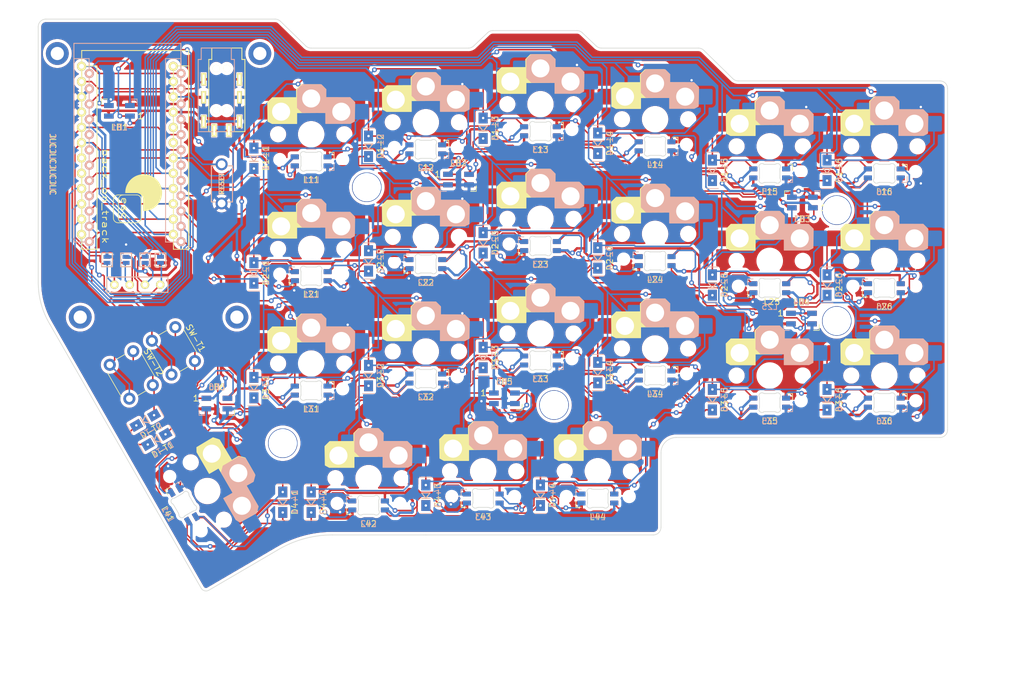
<source format=kicad_pcb>
(kicad_pcb (version 20211014) (generator pcbnew)
  (layers (0 "F.Cu" signal) (31 "B.Cu" signal) (34 "B.Paste" user) (35 "F.Paste" user) (36 "B.SilkS" user "B.Silkscreen") (37 "F.SilkS" user "F.Silkscreen") (38 "B.Mask" user) (39 "F.Mask" user) (44 "Edge.Cuts" user))
  (net 0 "")
  (net 1 "row1")
  (net 2 "row2")
  (net 3 "row3")
  (net 4 "GND")
  (net 5 "VCC")
  (net 6 "bigled-out")
  (net 7 "col2")
  (net 8 "col3")
  (net 9 "col1")
  (net 11 "Net-(D1-1-Pad2)")
  (net 12 "Net-(D1-2-Pad2)")
  (net 13 "Net-(D1-3-Pad2)")
  (net 14 "unconnected-(J1-PadS)")
  (net 15 "row4")
  (net 16 "DATA")
  (net 17 "LED")
  (net 18 "RESET")
  (net 19 "col4")
  (net 20 "col5")
  (net 21 "col6")
  (net 22 "SDA")
  (net 23 "SCL")
  (net 24 "unconnected-(L11-Pad2)")
  (net 25 "Net-(L11-Pad3)")
  (net 26 "Net-(L12-Pad3)")
  (net 27 "Net-(L13-Pad3)")
  (net 28 "Net-(L14-Pad3)")
  (net 29 "Net-(L15-Pad3)")
  (net 30 "Net-(L16-Pad3)")
  (net 31 "Net-(L21-Pad2)")
  (net 32 "Net-(L21-Pad3)")
  (net 33 "Net-(L22-Pad2)")
  (net 34 "Net-(L23-Pad2)")
  (net 35 "Net-(D1-4-Pad2)")
  (net 36 "Net-(D1-5-Pad2)")
  (net 37 "Net-(D1-6-Pad2)")
  (net 38 "Net-(D2-1-Pad2)")
  (net 39 "Net-(D2-2-Pad2)")
  (net 40 "Net-(D2-3-Pad2)")
  (net 41 "Net-(D2-4-Pad2)")
  (net 42 "Net-(D2-5-Pad2)")
  (net 43 "Net-(D2-6-Pad2)")
  (net 44 "Net-(D3-1-Pad2)")
  (net 45 "Net-(D3-2-Pad2)")
  (net 46 "Net-(D3-3-Pad2)")
  (net 47 "Net-(D3-4-Pad2)")
  (net 48 "Net-(D3-5-Pad2)")
  (net 49 "Net-(D3-6-Pad2)")
  (net 50 "Net-(D4-1-Pad2)")
  (net 51 "Net-(D4-2-Pad2)")
  (net 52 "Net-(D4-3-Pad2)")
  (net 53 "Net-(D4-4-Pad2)")
  (net 54 "Net-(D-T1-Pad2)")
  (net 55 "Net-(D-T2-Pad2)")
  (net 56 "Net-(J2-Pad1)")
  (net 57 "Net-(J2-Pad2)")
  (net 58 "Net-(J2-Pad3)")
  (net 63 "Net-(J2-Pad4)")
  (net 64 "Net-(L24-Pad2)")
  (net 65 "Net-(L25-Pad2)")
  (net 66 "Net-(L31-Pad3)")
  (net 67 "Net-(L32-Pad3)")
  (net 68 "Net-(L33-Pad3)")
  (net 69 "Net-(L34-Pad3)")
  (net 70 "Net-(L35-Pad3)")
  (net 71 "Net-(L36-Pad3)")
  (net 72 "Net-(L41-Pad2)")
  (net 73 "Net-(L42-Pad2)")
  (net 74 "Net-(L43-Pad2)")
  (net 75 "Net-(LB1-Pad1)")
  (net 76 "Net-(LB2-Pad1)")
  (net 77 "Net-(LB3-Pad1)")
  (net 78 "Net-(LB4-Pad1)")
  (net 79 "Net-(LB5-Pad1)")
  (footprint "Footprints:Diode_SOD123" (layer "F.Cu") (at 67.31 89.535 30)
    (fp_text reference "D-T2")
    (fp_text value "1N4148W" hide)
  )
  (footprint "Footprints:Diode_SOD123" (layer "F.Cu") (at 104.425 63.05 90)
    (fp_text reference "D2-2")
    (fp_text value "1N4148W" hide)
  )
  (footprint "Footprints:Diode_SOD123" (layer "F.Cu") (at 123.475 79.1 90)
    (fp_text reference "D3-3")
    (fp_text value "1N4148W" hide)
  )
  (footprint "Footprints:SW_choc_HS_1u_reversible_rotated" (layer "F.Cu") (at 94.9 42)
    (fp_text reference "SW1-1" hide)
    (fp_text value "choc_SW_HS" hide)
  )
  (footprint "Footprints:Diode_SOD123" (layer "F.Cu") (at 142.525 62.55 90)
    (fp_text reference "D2-4")
    (fp_text value "1N4148W" hide)
  )
  (footprint "Footprints:SW_choc_HS_1u_reversible_rotated" (layer "F.Cu") (at 190.15 44)
    (fp_text reference "SW1-6" hide)
    (fp_text value "choc_SW_HS" hide)
  )
  (footprint "Footprints:Diode_SOD123" (layer "F.Cu") (at 161.575 67.05 90)
    (fp_text reference "D2-5")
    (fp_text value "1N4148W" hide)
  )
  (footprint "Footprints:Diode_SOD123" (layer "F.Cu") (at 85.375 65.05 90)
    (fp_text reference "D2-1")
    (fp_text value "1N4148W" hide)
  )
  (footprint "Footprints:LED_choc_6028R_doublesided_rotated" (layer "F.Cu") (at 133 75.1)
    (fp_text reference "L33")
    (fp_text value "choc_SK6812MINI-E" hide)
    (fp_line (start 0.794452 3.000001) (end -0.794452 3.000001) (layer "Edge.Cuts") (width 0.1))
    (fp_line (start -0.794452 6) (end 0.794453 6) (layer "Edge.Cuts") (width 0.1))
    (fp_line (start -1.699999 3.797159) (end -1.699999 5.202843) (layer "Edge.Cuts") (width 0.1))
    (fp_line (start 1.699999 5.202843) (end 1.699999 3.797159) (layer "Edge.Cuts") (width 0.1))
    (fp_arc (start 1.046711 2.931702) (mid 0.925123 2.982624) (end 0.794452 3.000001) (layer "Edge.Cuts") (width 0.1))
    (fp_arc (start -1.699999 5.202843) (mid -1.712528 5.314069) (end -1.749484 5.419721) (layer "Edge.Cuts") (width 0.1))
    (fp_arc (start -0.794452 3.000001) (mid -0.925122 2.982624) (end -1.04671 2.931702) (layer "Edge.Cuts") (width 0.1))
    (fp_arc (start -1.046711 6.0683) (mid -1.638072 6.004036) (end -1.749484 5.419721) (layer "Edge.Cuts") (width 0.1))
    (fp_arc (start -1.749484 3.580281) (mid -1.63807 2.995967) (end -1.046711 2.931704) (layer "Edge.Cuts") (width 0.1))
    (fp_arc (start -1.046711 6.0683) (mid -0.925123 6.017378) (end -0.794453 6.000001) (layer "Edge.Cuts") (width 0.1))
    (fp_arc (start -1.749484 3.580281) (mid -1.712519 3.685931) (end -1.699999 3.797158) (layer "Edge.Cuts") (width 0.1))
    (fp_arc (start 1.699999 3.797159) (mid 1.712528 3.685933) (end 1.749484 3.580281) (layer "Edge.Cuts") (width 0.1))
    (fp_arc (start 1.749484 5.419721) (mid 1.712509 5.314073) (end 1.699999 5.202844) (layer "Edge.Cuts") (width 0.1))
    (fp_arc (start 1.749484 5.419721) (mid 1.638071 6.004036) (end 1.046711 6.068299) (layer "Edge.Cuts") (width 0.1))
    (fp_arc (start 1.046711 2.931702) (mid 1.638071 2.995965) (end 1.749484 3.580282) (layer "Edge.Cuts") (width 0.1))
    (fp_arc (start 0.794453 6) (mid 0.925123 6.017377) (end 1.046711 6.068299) (layer "Edge.Cuts") (width 0.1))
  )
  (footprint "Footprints:LED_choc_6028R_doublesided_rotated_twice" (layer "F.Cu") (at 190.15 63.05)
    (fp_text reference "L26")
    (fp_text value "choc_SK6812MINI-E" hide)
    (fp_line (start 1.699999 5.202843) (end 1.699999 3.797159) (layer "Edge.Cuts") (width 0.1))
    (fp_line (start 0.794452 3.000001) (end -0.794452 3.000001) (layer "Edge.Cuts") (width 0.1))
    (fp_line (start -1.699999 3.797159) (end -1.699999 5.202843) (layer "Edge.Cuts") (width 0.1))
    (fp_line (start -0.794452 6) (end 0.794453 6) (layer "Edge.Cuts") (width 0.1))
    (fp_arc (start -0.794452 3.000001) (mid -0.925122 2.982624) (end -1.04671 2.931702) (layer "Edge.Cuts") (width 0.1))
    (fp_arc (start 0.794453 6) (mid 0.925123 6.017377) (end 1.046711 6.068299) (layer "Edge.Cuts") (width 0.1))
    (fp_arc (start 1.749484 5.419721) (mid 1.638071 6.004036) (end 1.046711 6.068299) (layer "Edge.Cuts") (width 0.1))
    (fp_arc (start 1.749484 5.419721) (mid 1.712509 5.314073) (end 1.699999 5.202844) (layer "Edge.Cuts") (width 0.1))
    (fp_arc (start 1.699999 3.797159) (mid 1.712528 3.685933) (end 1.749484 3.580281) (layer "Edge.Cuts") (width 0.1))
    (fp_arc (start -1.749484 3.580281) (mid -1.712519 3.685931) (end -1.699999 3.797158) (layer "Edge.Cuts") (width 0.1))
    (fp_arc (start -1.046711 6.0683) (mid -0.925123 6.017378) (end -0.794453 6.000001) (layer "Edge.Cuts") (width 0.1))
    (fp_arc (start -1.749484 3.580281) (mid -1.63807 2.995967) (end -1.046711 2.931704) (layer "Edge.Cuts") (width 0.1))
    (fp_arc (start 1.046711 2.931702) (mid 1.638071 2.995965) (end 1.749484 3.580282) (layer "Edge.Cuts") (width 0.1))
    (fp_arc (start 1.046711 2.931702) (mid 0.925123 2.982624) (end 0.794452 3.000001) (layer "Edge.Cuts") (width 0.1))
    (fp_arc (start -1.699999 5.202843) (mid -1.712528 5.314069) (end -1.749484 5.419721) (layer "Edge.Cuts") (width 0.1))
    (fp_arc (start -1.046711 6.0683) (mid -1.638072 6.004036) (end -1.749484 5.419721) (layer "Edge.Cuts") (width 0.1))
  )
  (footprint "Footprints:Diode_SOD123" (layer "F.Cu") (at 104.425 44 90)
    (fp_text reference "D1-2")
    (fp_text value "1N4148W" hide)
  )
  (footprint "Footprints:Diode_SOD123" (layer "F.Cu") (at 142.525 81.6 90)
    (fp_text reference "D3-4")
    (fp_text value "1N4148W" hide)
  )
  (footprint "Footprints:LED_choc_6028R_doublesided_rotated_twice" (layer "F.Cu") (at 94.9 61.05)
    (fp_text reference "L21")
    (fp_text value "choc_SK6812MINI-E" hide)
    (fp_line (start 0.794452 3.000001) (end -0.794452 3.000001) (layer "Edge.Cuts") (width 0.1))
    (fp_line (start 1.699999 5.202843) (end 1.699999 3.797159) (layer "Edge.Cuts") (width 0.1))
    (fp_line (start -0.794452 6) (end 0.794453 6) (layer "Edge.Cuts") (width 0.1))
    (fp_line (start -1.699999 3.797159) (end -1.699999 5.202843) (layer "Edge.Cuts") (width 0.1))
    (fp_arc (start -1.046711 6.0683) (mid -1.638072 6.004036) (end -1.749484 5.419721) (layer "Edge.Cuts") (width 0.1))
    (fp_arc (start 1.749484 5.419721) (mid 1.712509 5.314073) (end 1.699999 5.202844) (layer "Edge.Cuts") (width 0.1))
    (fp_arc (start 1.699999 3.797159) (mid 1.712528 3.685933) (end 1.749484 3.580281) (layer "Edge.Cuts") (width 0.1))
    (fp_arc (start 0.794453 6) (mid 0.925123 6.017377) (end 1.046711 6.068299) (layer "Edge.Cuts") (width 0.1))
    (fp_arc (start -1.699999 5.202843) (mid -1.712528 5.314069) (end -1.749484 5.419721) (layer "Edge.Cuts") (width 0.1))
    (fp_arc (start 1.046711 2.931702) (mid 0.925123 2.982624) (end 0.794452 3.000001) (layer "Edge.Cuts") (width 0.1))
    (fp_arc (start -1.749484 3.580281) (mid -1.63807 2.995967) (end -1.046711 2.931704) (layer "Edge.Cuts") (width 0.1))
    (fp_arc (start 1.749484 5.419721) (mid 1.638071 6.004036) (end 1.046711 6.068299) (layer "Edge.Cuts") (width 0.1))
    (fp_arc (start -0.794452 3.000001) (mid -0.925122 2.982624) (end -1.04671 2.931702) (layer "Edge.Cuts") (width 0.1))
    (fp_arc (start 1.046711 2.931702) (mid 1.638071 2.995965) (end 1.749484 3.580282) (layer "Edge.Cuts") (width 0.1))
    (fp_arc (start -1.046711 6.0683) (mid -0.925123 6.017378) (end -0.794453 6.000001) (layer "Edge.Cuts") (width 0.1))
    (fp_arc (start -1.749484 3.580281) (mid -1.712519 3.685931) (end -1.699999 3.797158) (layer "Edge.Cuts") (width 0.1))
  )
  (footprint "Footprints:LED_SK6812MINI_PLCC4_3.5x3.5mm_P1.75mm" (layer "F.Cu") (at 79.22 86.755)
    (fp_text reference "LB6")
    (fp_text value "SK6812MINI")
  )
  (footprint "Footprints:MountingHole_2.2mm_M2_ISO14580_Pad" (layer "F.Cu") (at 86.36 28.575)
    (fp_text reference "H1" hide)
    (fp_text value "MountingHole")
  )
  (footprint "Footprints:LED_choc_6028R_doublesided_rotated" (layer "F.Cu") (at 152.05 77.6)
    (fp_text reference "L34")
    (fp_text value "choc_SK6812MINI-E" hide)
    (fp_line (start 1.699999 5.202843) (end 1.699999 3.797159) (layer "Edge.Cuts") (width 0.1))
    (fp_line (start 0.794452 3.000001) (end -0.794452 3.000001) (layer "Edge.Cuts") (width 0.1))
    (fp_line (start -1.699999 3.797159) (end -1.699999 5.202843) (layer "Edge.Cuts") (width 0.1))
    (fp_line (start -0.794452 6) (end 0.794453 6) (layer "Edge.Cuts") (width 0.1))
    (fp_arc (start 1.749484 5.419721) (mid 1.712509 5.314073) (end 1.699999 5.202844) (layer "Edge.Cuts") (width 0.1))
    (fp_arc (start 0.794453 6) (mid 0.925123 6.017377) (end 1.046711 6.068299) (layer "Edge.Cuts") (width 0.1))
    (fp_arc (start -1.699999 5.202843) (mid -1.712528 5.314069) (end -1.749484 5.419721) (layer "Edge.Cuts") (width 0.1))
    (fp_arc (start -1.046711 6.0683) (mid -1.638072 6.004036) (end -1.749484 5.419721) (layer "Edge.Cuts") (width 0.1))
    (fp_arc (start -1.749484 3.580281) (mid -1.712519 3.685931) (end -1.699999 3.797158) (layer "Edge.Cuts") (width 0.1))
    (fp_arc (start 1.046711 2.931702) (mid 1.638071 2.995965) (end 1.749484 3.580282) (layer "Edge.Cuts") (width 0.1))
    (fp_arc (start 1.699999 3.797159) (mid 1.712528 3.685933) (end 1.749484 3.580281) (layer "Edge.Cuts") (width 0.1))
    (fp_arc (start -1.046711 6.0683) (mid -0.925123 6.017378) (end -0.794453 6.000001) (layer "Edge.Cuts") (width 0.1))
    (fp_arc (start -1.749484 3.580281) (mid -1.63807 2.995967) (end -1.046711 2.931704) (layer "Edge.Cuts") (width 0.1))
    (fp_arc (start 1.046711 2.931702) (mid 0.925123 2.982624) (end 0.794452 3.000001) (layer "Edge.Cuts") (width 0.1))
    (fp_arc (start -0.794452 3.000001) (mid -0.925122 2.982624) (end -1.04671 2.931702) (layer "Edge.Cuts") (width 0.1))
    (fp_arc (start 1.749484 5.419721) (mid 1.638071 6.004036) (end 1.046711 6.068299) (layer "Edge.Cuts") (width 0.1))
  )
  (footprint "Footprints:OLED_4Pin" (layer "F.Cu") (at 62.19 67)
    (fp_text reference "J2" hide)
    (fp_text value "OLED" hide)
  )
  (footprint "Footprints:trackpad_35mm" (layer "F.Cu") (at 66.04 50.165)
    (fp_text reference "T1" hide)
    (fp_text value "trackpad")
  )
  (footprint "Footprints:LED_choc_6028R_doublesided_rotated" (layer "F.Cu") (at 94.9 42)
    (fp_text reference "L11")
    (fp_text value "choc_SK6812MINI-E" hide)
    (fp_line (start 1.699999 5.202843) (end 1.699999 3.797159) (layer "Edge.Cuts") (width 0.1))
    (fp_line (start 0.794452 3.000001) (end -0.794452 3.000001) (layer "Edge.Cuts") (width 0.1))
    (fp_line (start -0.794452 6) (end 0.794453 6) (layer "Edge.Cuts") (width 0.1))
    (fp_line (start -1.699999 3.797159) (end -1.699999 5.202843) (layer "Edge.Cuts") (width 0.1))
    (fp_arc (start -0.794452 3.000001) (mid -0.925122 2.982624) (end -1.04671 2.931702) (layer "Edge.Cuts") (width 0.1))
    (fp_arc (start 1.046711 2.931702) (mid 0.925123 2.982624) (end 0.794452 3.000001) (layer "Edge.Cuts") (width 0.1))
    (fp_arc (start 1.699999 3.797159) (mid 1.712528 3.685933) (end 1.749484 3.580281) (layer "Edge.Cuts") (width 0.1))
    (fp_arc (start 1.046711 2.931702) (mid 1.638071 2.995965) (end 1.749484 3.580282) (layer "Edge.Cuts") (width 0.1))
    (fp_arc (start 1.749484 5.419721) (mid 1.638071 6.004036) (end 1.046711 6.068299) (layer "Edge.Cuts") (width 0.1))
    (fp_arc (start 0.794453 6) (mid 0.925123 6.017377) (end 1.046711 6.068299) (layer "Edge.Cuts") (width 0.1))
    (fp_arc (start -1.699999 5.202843) (mid -1.712528 5.314069) (end -1.749484 5.419721) (layer "Edge.Cuts") (width 0.1))
    (fp_arc (start 1.749484 5.419721) (mid 1.712509 5.314073) (end 1.699999 5.202844) (layer "Edge.Cuts") (width 0.1))
    (fp_arc (start -1.749484 3.580281) (mid -1.63807 2.995967) (end -1.046711 2.931704) (layer "Edge.Cuts") (width 0.1))
    (fp_arc (start -1.749484 3.580281) (mid -1.712519 3.685931) (end -1.699999 3.797158) (layer "Edge.Cuts") (width 0.1))
    (fp_arc (start -1.046711 6.0683) (mid -0.925123 6.017378) (end -0.794453 6.000001) (layer "Edge.Cuts") (width 0.1))
    (fp_arc (start -1.046711 6.0683) (mid -1.638072 6.004036) (end -1.749484 5.419721) (layer "Edge.Cuts") (width 0.1))
  )
  (footprint "Footprints:LED_SK6812MINI_PLCC4_3.5x3.5mm_P1.75mm" (layer "F.Cu") (at 176.375 72.63)
    (fp_text reference "LB4")
    (fp_text value "SK6812MINI")
  )
  (footprint "Footprints:Logo" (layer "F.Cu") (at 64.656419 52.306496 -90)
    (fp_text reference "esc")
    (fp_text value "Logo")
  )
  (footprint "Footprints:Diode_SOD123" (layer "F.Cu") (at 90.17 103.15 90)
    (fp_text reference "D4-1")
    (fp_text value "1N4148W" hide)
  )
  (footprint "Footprints:SW_choc_HS_1u_reversible_rotated" (layer "F.Cu") (at 133 37)
    (fp_text reference "SW1-3" hide)
    (fp_text value "choc_SW_HS" hide)
  )
  (footprint "Footprints:SW_choc_HS_1u_reversible_rotated" (layer "F.Cu") (at 113.95 59.05)
    (fp_text reference "SW2-2" hide)
    (fp_text value "choc_SW_HS" hide)
  )
  (footprint "Footprints:SW_choc_HS_1u_reversible_rotated" (layer "F.Cu") (at 123.475 98)
    (fp_text reference "SW4-3" hide)
    (fp_text value "choc_SW_HS" hide)
  )
  (footprint "Footprints:SW_choc_HS_1u_reversible_rotated" (layer "F.Cu") (at 190.15 82.1)
    (fp_text reference "SW3-6" hide)
    (fp_text value "choc_SW_HS" hide)
  )
  (footprint "Footprints:MountingHole_2.5mm_Pad" (layer "F.Cu") (at 182.245 73.025)
    (fp_text reference "H7" hide)
    (fp_text value "MountingHole")
  )
  (footprint "Footprints:Jumper" (layer "F.Cu") (at 69.85 62.865 -90)
    (fp_text reference "JP1" hide)
    (fp_text value "Jumper_2_Open" hide)
  )
  (footprint "Footprints:Diode_SOD123" (layer "F.Cu") (at 161.575 48 90)
    (fp_text reference "D1-5")
    (fp_text value "1N4148W" hide)
  )
  (footprint "Footprints:Jumper" (layer "F.Cu") (at 64.135 62.865 -90)
    (fp_text reference "JP3" hide)
    (fp_text value "Jumper_2_Open" hide)
  )
  (footprint "Footprints:Diode_SOD123" (layer "F.Cu") (at 142.525 43.5 90)
    (fp_text reference "D1-4")
    (fp_text value "1N4148W" hide)
  )
  (footprint "Footprints:LED_choc_6028R_doublesided_rotated" (layer "F.Cu") (at 171.1 44)
    (fp_text reference "L15")
    (fp_text value "choc_SK6812MINI-E" hide)
    (fp_line (start 1.699999 5.202843) (end 1.699999 3.797159) (layer "Edge.Cuts") (width 0.1))
    (fp_line (start 0.794452 3.000001) (end -0.794452 3.000001) (layer "Edge.Cuts") (width 0.1))
    (fp_line (start -0.794452 6) (end 0.794453 6) (layer "Edge.Cuts") (width 0.1))
    (fp_line (start -1.699999 3.797159) (end -1.699999 5.202843) (layer "Edge.Cuts") (width 0.1))
    (fp_arc (start 0.794453 6) (mid 0.925123 6.017377) (end 1.046711 6.068299) (layer "Edge.Cuts") (width 0.1))
    (fp_arc (start -1.046711 6.0683) (mid -0.925123 6.017378) (end -0.794453 6.000001) (layer "Edge.Cuts") (width 0.1))
    (fp_arc (start -1.046711 6.0683) (mid -1.638072 6.004036) (end -1.749484 5.419721) (layer "Edge.Cuts") (width 0.1))
    (fp_arc (start -0.794452 3.000001) (mid -0.925122 2.982624) (end -1.04671 2.931702) (layer "Edge.Cuts") (width 0.1))
    (fp_arc (start 1.046711 2.931702) (mid 0.925123 2.982624) (end 0.794452 3.000001) (layer "Edge.Cuts") (width 0.1))
    (fp_arc (start 1.699999 3.797159) (mid 1.712528 3.685933) (end 1.749484 3.580281) (layer "Edge.Cuts") (width 0.1))
    (fp_arc (start -1.699999 5.202843) (mid -1.712528 5.314069) (end -1.749484 5.419721) (layer "Edge.Cuts") (width 0.1))
    (fp_arc (start -1.749484 3.580281) (mid -1.712519 3.685931) (end -1.699999 3.797158) (layer "Edge.Cuts") (width 0.1))
    (fp_arc (start 1.749484 5.419721) (mid 1.638071 6.004036) (end 1.046711 6.068299) (layer "Edge.Cuts") (width 0.1))
    (fp_arc (start -1.749484 3.580281) (mid -1.63807 2.995967) (end -1.046711 2.931704) (layer "Edge.Cuts") (width 0.1))
    (fp_arc (start 1.749484 5.419721) (mid 1.712509 5.314073) (end 1.699999 5.202844) (layer "Edge.Cuts") (width 0.1))
    (fp_arc (start 1.046711 2.931702) (mid 1.638071 2.995965) (end 1.749484 3.580282) (layer "Edge.Cuts") (width 0.1))
  )
  (footprint "Footprints:SW_choc_HS_1u_reversible_rotated" (layer "F.Cu") (at 152.05 58.55)
    (fp_text reference "SW2-4" hide)
    (fp_text value "choc_SW_HS" hide)
  )
  (footprint "Footprints:LED_choc_6028R_doublesided_rotated_twice" (layer "F.Cu") (at 123.475 98)
    (fp_text reference "L43")
    (fp_text value "choc_SK6812MINI-E" hide)
    (fp_line (start -1.699999 3.797159) (end -1.699999 5.202843) (layer "Edge.Cuts") (width 0.1))
    (fp_line (start -0.794452 6) (end 0.794453 6) (layer "Edge.Cuts") (width 0.1))
    (fp_line (start 1.699999 5.202843) (end 1.699999 3.797159) (layer "Edge.Cuts") (width 0.1))
    (fp_line (start 0.794452 3.000001) (end -0.794452 3.000001) (layer "Edge.Cuts") (width 0.1))
    (fp_arc (start -1.046711 6.0683) (mid -1.638072 6.004036) (end -1.749484 5.419721) (layer "Edge.Cuts") (width 0.1))
    (fp_arc (start -1.699999 5.202843) (mid -1.712528 5.314069) (end -1.749484 5.419721) (layer "Edge.Cuts") (width 0.1))
    (fp_arc (start -1.749484 3.580281) (mid -1.63807 2.995967) (end -1.046711 2.931704) (layer "Edge.Cuts") (width 0.1))
    (fp_arc (start -1.046711 6.0683) (mid -0.925123 6.017378) (end -0.794453 6.000001) (layer "Edge.Cuts") (width 0.1))
    (fp_arc (start -1.749484 3.580281) (mid -1.712519 3.685931) (end -1.699999 3.797158) (layer "Edge.Cuts") (width 0.1))
    (fp_arc (start 0.794453 6) (mid 0.925123 6.017377) (end 1.046711 6.068299) (layer "Edge.Cuts") (width 0.1))
    (fp_arc (start 1.046711 2.931702) (mid 1.638071 2.995965) (end 1.749484 3.580282) (layer "Edge.Cuts") (width 0.1))
    (fp_arc (start 1.749484 5.419721) (mid 1.638071 6.004036) (end 1.046711 6.068299) (layer "Edge.Cuts") (width 0.1))
    (fp_arc (start 1.046711 2.931702) (mid 0.925123 2.982624) (end 0.794452 3.000001) (layer "Edge.Cuts") (width 0.1))
    (fp_arc (start 1.749484 5.419721) (mid 1.712509 5.314073) (end 1.699999 5.202844) (layer "Edge.Cuts") (width 0.1))
    (fp_arc (start -0.794452 3.000001) (mid -0.925122 2.982624) (end -1.04671 2.931702) (layer "Edge.Cuts") (width 0.1))
    (fp_arc (start 1.699999 3.797159) (mid 1.712528 3.685933) (end 1.749484 3.580281) (layer "Edge.Cuts") (width 0.1))
  )
  (footprint "Footprints:LED_SK6812MINI_PLCC4_3.5x3.5mm_P1.75mm" (layer "F.Cu") (at 63.02 38.1 180)
    (fp_text reference "LB1")
    (fp_text value "SK6812MINI")
  )
  (footprint "Footprints:LED_choc_6028R_doublesided_rotated" (layer "F.Cu") (at 113.95 78.1)
    (fp_text reference "L32")
    (fp_text value "choc_SK6812MINI-E" hide)
    (fp_line (start 1.699999 5.202843) (end 1.699999 3.797159) (layer "Edge.Cuts") (width 0.1))
    (fp_line (start -1.699999 3.797159) (end -1.699999 5.202843) (layer "Edge.Cuts") (width 0.1))
    (fp_line (start -0.794452 6) (end 0.794453 6) (layer "Edge.Cuts") (width 0.1))
    (fp_line (start 0.794452 3.000001) (end -0.794452 3.000001) (layer "Edge.Cuts") (width 0.1))
    (fp_arc (start -1.046711 6.0683) (mid -1.638072 6.004036) (end -1.749484 5.419721) (layer "Edge.Cuts") (width 0.1))
    (fp_arc (start -1.699999 5.202843) (mid -1.712528 5.314069) (end -1.749484 5.419721) (layer "Edge.Cuts") (width 0.1))
    (fp_arc (start -1.749484 3.580281) (mid -1.712519 3.685931) (end -1.699999 3.797158) (layer "Edge.Cuts") (width 0.1))
    (fp_arc (start -1.749484 3.580281) (mid -1.63807 2.995967) (end -1.046711 2.931704) (layer "Edge.Cuts") (width 0.1))
    (fp_arc (start 1.046711 2.931702) (mid 0.925123 2.982624) (end 0.794452 3.000001) (layer "Edge.Cuts") (width 0.1))
    (fp_arc (start -0.794452 3.000001) (mid -0.925122 2.982624) (end -1.04671 2.931702) (layer "Edge.Cuts") (width 0.1))
    (fp_arc (start 0.794453 6) (mid 0.925123 6.017377) (end 1.046711 6.068299) (layer "Edge.Cuts") (width 0.1))
    (fp_arc (start 1.749484 5.419721) (mid 1.712509 5.314073) (end 1.699999 5.202844) (layer "Edge.Cuts") (width 0.1))
    (fp_arc (start 1.699999 3.797159) (mid 1.712528 3.685933) (end 1.749484 3.580281) (layer "Edge.Cuts") (width 0.1))
    (fp_arc (start 1.749484 5.419721) (mid 1.638071 6.004036) (end 1.046711 6.068299) (layer "Edge.Cuts") (width 0.1))
    (fp_arc (start -1.046711 6.0683) (mid -0.925123 6.017378) (end -0.794453 6.000001) (layer "Edge.Cuts") (width 0.1))
    (fp_arc (start 1.046711 2.931702) (mid 1.638071 2.995965) (end 1.749484 3.580282) (layer "Edge.Cuts") (width 0.1))
  )
  (footprint "Footprints:LED_choc_6028R_doublesided_rotated" (layer "F.Cu") (at 152.05 39.5)
    (fp_text reference "L14")
    (fp_text value "choc_SK6812MINI-E" hide)
    (fp_line (start -1.699999 3.797159) (end -1.699999 5.202843) (layer "Edge.Cuts") (width 0.1))
    (fp_line (start 0.794452 3.000001) (end -0.794452 3.000001) (layer "Edge.Cuts") (width 0.1))
    (fp_line (start 1.699999 5.202843) (end 1.699999 3.797159) (layer "Edge.Cuts") (width 0.1))
    (fp_line (start -0.794452 6) (end 0.794453 6) (layer "Edge.Cuts") (width 0.1))
    (fp_arc (start -1.046711 6.0683) (mid -1.638072 6.004036) (end -1.749484 5.419721) (layer "Edge.Cuts") (width 0.1))
    (fp_arc (start -1.699999 5.202843) (mid -1.712528 5.314069) (end -1.749484 5.419721) (layer "Edge.Cuts") (width 0.1))
    (fp_arc (start -1.749484 3.580281) (mid -1.712519 3.685931) (end -1.699999 3.797158) (layer "Edge.Cuts") (width 0.1))
    (fp_arc (start 1.046711 2.931702) (mid 1.638071 2.995965) (end 1.749484 3.580282) (layer "Edge.Cuts") (width 0.1))
    (fp_arc (start 1.749484 5.419721) (mid 1.712509 5.314073) (end 1.699999 5.202844) (layer "Edge.Cuts") (width 0.1))
    (fp_arc (start 1.699999 3.797159) (mid 1.712528 3.685933) (end 1.749484 3.580281) (layer "Edge.Cuts") (width 0.1))
    (fp_arc (start -1.046711 6.0683) (mid -0.925123 6.017378) (end -0.794453 6.000001) (layer "Edge.Cuts") (width 0.1))
    (fp_arc (start -1.749484 3.580281) (mid -1.63807 2.995967) (end -1.046711 2.931704) (layer "Edge.Cuts") (width 0.1))
    (fp_arc (start 0.794453 6) (mid 0.925123 6.017377) (end 1.046711 6.068299) (layer "Edge.Cuts") (width 0.1))
    (fp_arc (start 1.046711 2.931702) (mid 0.925123 2.982624) (end 0.794452 3.000001) (layer "Edge.Cuts") (width 0.1))
    (fp_arc (start -0.794452 3.000001) (mid -0.925122 2.982624) (end -1.04671 2.931702) (layer "Edge.Cuts") (width 0.1))
    (fp_arc (start 1.749484 5.419721) (mid 1.638071 6.004036) (end 1.046711 6.068299) (layer "Edge.Cuts") (width 0.1))
  )
  (footprint "Footprints:Diode_SOD123" (layer "F.Cu") (at 69.215 92.71 30)
    (fp_text reference "D-T1")
    (fp_text value "1N4148W" hide)
  )
  (footprint "Footprints:MountingHole_2.5mm_Pad" (layer "F.Cu") (at 90.17 93.345)
    (fp_text reference "H5" hide)
    (fp_text value "MountingHole")
  )
  (footprint "Footprints:SW_PUSH_6mm_H5mm" (layer "F.Cu") (at 72.323557 74.060418 -60)
    (fp_text reference "SW-T1")
    (fp_text value "choc_SW_HS")
  )
  (footprint "Footprints:MountingHole_2.5mm_Pad" (layer "F.Cu") (at 182.245 54.61)
    (fp_text reference "H6" hide)
    (fp_text value "MountingHole")
  )
  (footprint "Footprints:SW_choc_HS_1u_reversible_rotated" (layer "F.Cu") (at 133 75.1)
    (fp_text reference "SW3-3" hide)
    (fp_text value "choc_SW_HS" hide)
  )
  (footprint "Footprints:SW_choc_HS_1u_reversible_rotated" (layer "F.Cu") (at 171.1 63.05)
    (fp_text reference "SW2-5" hide)
    (fp_text value "choc_SW_HS" hide)
  )
  (footprint "Footprints:SW_choc_HS_1.5u_reversible_rotated" (layer "F.Cu") (at 77.6354 101.2872 -60)
    (fp_text reference "SW4-1" hide)
    (fp_text value "choc_SW_HS" hide)
  )
  (footprint "Footprints:MountingHole_2.5mm_Pad" (layer "F.Cu") (at 104.14 50.8)
    (fp_text reference "H8" hide)
    (fp_text value "MountingHole")
  )
  (footprint "Footprints:MountingHole_2.5mm_Pad" (layer "F.Cu") (at 135.255 86.995)
    (fp_text reference "H9" hide)
    (fp_text value "MountingHole")
  )
  (footprint "Footprints:SW_choc_HS_1u_reversible_rotated" (layer "F.Cu") (at 94.9 61.05)
    (fp_text reference "SW2-1" hide)
    (fp_text value "choc_SW_HS" hide)
  )
  (footprint "Footprints:LED_choc_6028R_doublesided_rotated" (layer "F.Cu") (at 113.95 40)
    (fp_text reference "L12")
    (fp_text value "choc_SK6812MINI-E" hide)
    (fp_line (start -0.794452 6) (end 0.794453 6) (layer "Edge.Cuts") (width 0.1))
    (fp_line (start 1.699999 5.202843) (end 1.699999 3.797159) (layer "Edge.Cuts") (width 0.1))
    (fp_line (start 0.794452 3.000001) (end -0.794452 3.000001) (layer "Edge.Cuts") (width 0.1))
    (fp_line (start -1.699999 3.797159) (end -1.699999 5.202843) (layer "Edge.Cuts") (width 0.1))
    (fp_arc (start 1.749484 5.419721) (mid 1.638071 6.004036) (end 1.046711 6.068299) (layer "Edge.Cuts") (width 0.1))
    (fp_arc (start -1.699999 5.202843) (mid -1.712528 5.314069) (end -1.749484 5.419721) (layer "Edge.Cuts") (width 0.1))
    (fp_arc (start -0.794452 3.000001) (mid -0.925122 2.982624) (end -1.04671 2.931702) (layer "Edge.Cuts") (width 0.1))
    (fp_arc (start 1.749484 5.419721) (mid 1.712509 5.314073) (end 1.699999 5.202844) (layer "Edge.Cuts") (width 0.1))
    (fp_arc (start -1.046711 6.0683) (mid -0.925123 6.017378) (end -0.794453 6.000001) (layer "Edge.Cuts") (width 0.1))
    (fp_arc (start 0.794453 6) (mid 0.925123 6.017377) (end 1.046711 6.068299) (layer "Edge.Cuts") (width 0.1))
    (fp_arc (start 1.699999 3.797159) (mid 1.712528 3.685933) (end 1.749484 3.580281) (layer "Edge.Cuts") (width 0.1))
    (fp_arc (start 1.046711 2.931702) (mid 0.925123 2.982624) (end 0.794452 3.000001) (layer "Edge.Cuts") (width 0.1))
    (fp_arc (start 1.046711 2.931702) (mid 1.638071 2.995965) (end 1.749484 3.580282) (layer "Edge.Cuts") (width 0.1))
    (fp_arc (start -1.749484 3.580281) (mid -1.63807 2.995967) (end -1.046711 2.931704) (layer "Edge.Cuts") (width 0.1))
    (fp_arc (start -1.046711 6.0683) (mid -1.638072 6.004036) (end -1.749484 5.419721) (layer "Edge.Cuts") (width 0.1))
    (fp_arc (start -1.749484 3.580281) (mid -1.712519 3.685931) (end -1.699999 3.797158) (layer "Edge.Cuts") (width 0.1))
  )
  (footprint "Footprints:LED_choc_6028R_doublesided_rotated_twice" (layer "F.Cu") (at 133 56.05)
    (fp_text reference "L23")
    (fp_text value "choc_SK6812MINI-E" hide)
    (fp_line (start -1.699999 3.797159) (end -1.699999 5.202843) (layer "Edge.Cuts") (width 0.1))
    (fp_line (start 0.794452 3.000001) (end -0.794452 3.000001) (layer "Edge.Cuts") (width 0.1))
    (fp_line (start -0.794452 6) (end 0.794453 6) (layer "Edge.Cuts") (width 0.1))
    (fp_line (start 1.699999 5.202843) (end 1.699999 3.797159) (layer "Edge.Cuts") (width 0.1))
    (fp_arc (start -1.046711 6.0683) (mid -0.925123 6.017378) (end -0.794453 6.000001) (layer "Edge.Cuts") (width 0.1))
    (fp_arc (start -1.749484 3.580281) (mid -1.712519 3.685931) (end -1.699999 3.797158) (layer "Edge.Cuts") (width 0.1))
    (fp_arc (start 1.046711 2.931702) (mid 0.925123 2.982624) (end 0.794452 3.000001) (layer "Edge.Cuts") (width 0.1))
    (fp_arc (start 1.046711 2.931702) (mid 1.638071 2.995965) (end 1.749484 3.580282) (layer "Edge.Cuts") (width 0.1))
    (fp_arc (start 1.749484 5.419721) (mid 1.638071 6.004036) (end 1.046711 6.068299) (layer "Edge.Cuts") (width 0.1))
    (fp_arc (start -0.794452 3.000001) (mid -0.925122 2.982624) (end -1.04671 2.931702) (layer "Edge.Cuts") (width 0.1))
    (fp_arc (start -1.749484 3.580281) (mid -1.63807 2.995967) (end -1.046711 2.931704) (layer "Edge.Cuts") (width 0.1))
    (fp_arc (start -1.699999 5.202843) (mid -1.712528 5.314069) (end -1.749484 5.419721) (layer "Edge.Cuts") (width 0.1))
    (fp_arc (start 0.794453 6) (mid 0.925123 6.017377) (end 1.046711 6.068299) (layer "Edge.Cuts") (width 0.1))
    (fp_arc (start 1.699999 3.797159) (mid 1.712528 3.685933) (end 1.749484 3.580281) (layer "Edge.Cuts") (width 0.1))
    (fp_arc (start 1.749484 5.419721) (mid 1.712509 5.314073) (end 1.699999 5.202844) (layer "Edge.Cuts") (width 0.1))
    (fp_arc (start -1.046711 6.0683) (mid -1.638072 6.004036) (end -1.749484 5.419721) (layer "Edge.Cuts") (width 0.1))
  )
  (footprint "Footprints:LED_choc_6028R_doublesided_rotated" (layer "F.Cu") (at 94.9 80.1)
    (fp_text reference "L31")
    (fp_text value "choc_SK6812MINI-E" hide)
    (fp_line (start 0.794452 3.000001) (end -0.794452 3.000001) (layer "Edge.Cuts") (width 0.1))
    (fp_line (start 1.699999 5.202843) (end 1.699999 3.797159) (layer "Edge.Cuts") (width 0.1))
    (fp_line (start -0.794452 6) (end 0.794453 6) (layer "Edge.Cuts") (width 0.1))
    (fp_line (start -1.699999 3.797159) (end -1.699999 5.202843) (layer "Edge.Cuts") (width 0.1))
    (fp_arc (start -0.794452 3.000001) (mid -0.925122 2.982624) (end -1.04671 2.931702) (layer "Edge.Cuts") (width 0.1))
    (fp_arc (start -1.046711 6.0683) (mid -0.925123 6.017378) (end -0.794453 6.000001) (layer "Edge.Cuts") (width 0.1))
    (fp_arc (start -1.699999 5.202843) (mid -1.712528 5.314069) (end -1.749484 5.419721) (layer "Edge.Cuts") (width 0.1))
    (fp_arc (start 1.046711 2.931702) (mid 0.925123 2.982624) (end 0.794452 3.000001) (layer "Edge.Cuts") (width 0.1))
    (fp_arc (start 1.749484 5.419721) (mid 1.712509 5.314073) (end 1.699999 5.202844) (layer "Edge.Cuts") (width 0.1))
    (fp_arc (start 1.046711 2.931702) (mid 1.638071 2.995965) (end 1.749484 3.580282) (layer "Edge.Cuts") (width 0.1))
    (fp_arc (start -1.046711 6.0683) (mid -1.638072 6.004036) (end -1.749484 5.419721) (layer "Edge.Cuts") (width 0.1))
    (fp_arc (start 1.699999 3.797159) (mid 1.712528 3.685933) (end 1.749484 3.580281) (layer "Edge.Cuts") (width 0.1))
    (fp_arc (start 0.794453 6) (mid 0.925123 6.017377) (end 1.046711 6.068299) (layer "Edge.Cuts") (width 0.1))
    (fp_arc (start -1.749484 3.580281) (mid -1.63807 2.995967) (end -1.046711 2.931704) (layer "Edge.Cuts") (width 0.1))
    (fp_arc (start -1.749484 3.580281) (mid -1.712519 3.685931) (end -1.699999 3.797158) (layer "Edge.Cuts") (width 0.1))
    (fp_arc (start 1.749484 5.419721) (mid 1.638071 6.004036) (end 1.046711 6.068299) (layer "Edge.Cuts") (width 0.1))
  )
  (footprint "Footprints:MountingHole_2.2mm_M2_ISO14580_Pad" (layer "F.Cu") (at 56.515 72.39)
    (fp_text reference "H2" hide)
    (fp_text value "MountingHole")
  )
  (footprint "Footprints:LED_choc_6028R_doublesided_rotated_twice" (layer "F.Cu") (at 142.525 98)
    (fp_text reference "L44")
    (fp_text value "choc_SK6812MINI-E" hide)
    (fp_line (start 0.794452 3.000001) (end -0.794452 3.000001) (layer "Edge.Cuts") (width 0.1))
    (fp_line (start 1.699999 5.202843) (end 1.699999 3.797159) (layer "Edge.Cuts") (width 0.1))
    (fp_line (start -1.699999 3.797159) (end -1.699999 5.202843) (layer "Edge.Cuts") (width 0.1))
    (fp_line (start -0.794452 6) (end 0.794453 6) (layer "Edge.Cuts") (width 0.1))
    (fp_arc (start -0.794452 3.000001) (mid -0.925122 2.982624) (end -1.04671 2.931702) (layer "Edge.Cuts") (width 0.1))
    (fp_arc (start 1.699999 3.797159) (mid 1.712528 3.685933) (end 1.749484 3.580281) (layer "Edge.Cuts") (width 0.1))
    (fp_arc (start 0.794453 6) (mid 0.925123 6.017377) (end 1.046711 6.068299) (layer "Edge.Cuts") (width 0.1))
    (fp_arc (start -1.046711 6.0683) (mid -1.638072 6.004036) (end -1.749484 5.419721) (layer "Edge.Cuts") (width 0.1))
    (fp_arc (start 1.749484 5.419721) (mid 1.712509 5.314073) (end 1.699999 5.202844) (layer "Edge.Cuts") (width 0.1))
    (fp_arc (start 1.749484 5.419721) (mid 1.638071 6.004036) (end 1.046711 6.068299) (layer "Edge.Cuts") (width 0.1))
    (fp_arc (start -1.749484 3.580281) (mid -1.63807 2.995967) (end -1.046711 2.931704) (layer "Edge.Cuts") (width 0.1))
    (fp_arc (start 1.046711 2.931702) (mid 1.638071 2.995965) (end 1.749484 3.580282) (layer "Edge.Cuts") (width 0.1))
    (fp_arc (start -1.749484 3.580281) (mid -1.712519 3.685931) (end -1.699999 3.797158) (layer "Edge.Cuts") (width 0.1))
    (fp_arc (start 1.046711 2.931702) (mid 0.925123 2.982624) (end 0.794452 3.000001) (layer "Edge.Cuts") (width 0.1))
    (fp_arc (start -1.046711 6.0683) (mid -0.925123 6.017378) (end -0.794453 6.000001) (layer "Edge.Cuts") (width 0.1))
    (fp_arc (start -1.699999 5.202843) (mid -1.712528 5.314069) (end -1.749484 5.419721) (layer "Edge.Cuts") (width 0.1))
  )
  (footprint "Footprints:LED_choc_6028R_doublesided_rotated" (layer "F.Cu") (at 171.1 82.1)
    (fp_text reference "L35")
    (fp_text value "choc_SK6812MINI-E" hide)
    (fp_line (start -0.794452 6) (end 0.794453 6) (layer "Edge.Cuts") (width 0.1))
    (fp_line (start 1.699999 5.202843) (end 1.699999 3.797159) (layer "Edge.Cuts") (width 0.1))
    (fp_line (start -1.699999 3.797159) (end -1.699999 5.202843) (layer "Edge.Cuts") (width 0.1))
    (fp_line (start 0.794452 3.000001) (end -0.794452 3.000001) (layer "Edge.Cuts") (width 0.1))
    (fp_arc (start -1.046711 6.0683) (mid -0.925123 6.017378) (end -0.794453 6.000001) (layer "Edge.Cuts") (width 0.1))
    (fp_arc (start -1.749484 3.580281) (mid -1.63807 2.995967) (end -1.046711 2.931704) (layer "Edge.Cuts") (width 0.1))
    (fp_arc (start 1.699999 3.797159) (mid 1.712528 3.685933) (end 1.749484 3.580281) (layer "Edge.Cuts") (width 0.1))
    (fp_arc (start -0.794452 3.000001) (mid -0.925122 2.982624) (end -1.04671 2.931702) (layer "Edge.Cuts") (width 0.1))
    (fp_arc (start -1.749484 3.580281) (mid -1.712519 3.685931) (end -1.699999 3.797158) (layer "Edge.Cuts") (width 0.1))
    (fp_arc (start 1.046711 2.931702) (mid 0.925123 2.982624) (end 0.794452 3.000001) (layer "Edge.Cuts") (width 0.1))
    (fp_arc (start -1.699999 5.202843) (mid -1.712528 5.314069) (end -1.749484 5.419721) (layer "Edge.Cuts") (width 0.1))
    (fp_arc (start -1.046711 6.0683) (mid -1.638072 6.004036) (end -1.749484 5.419721) (layer "Edge.Cuts") (width 0.1))
    (fp_arc (start 1.749484 5.419721) (mid 1.638071 6.004036) (end 1.046711 6.068299) (layer "Edge.Cuts") (width 0.1))
    (fp_arc (start 1.046711 2.931702) (mid 1.638071 2.995965) (end 1.749484 3.580282) (layer "Edge.Cuts") (width 0.1))
    (fp_arc (start 0.794453 6) (mid 0.925123 6.017377) (end 1.046711 6.068299) (layer "Edge.Cuts") (width 0.1))
    (fp_arc (start 1.749484 5.419721) (mid 1.712509 5.314073) (end 1.699999 5.202844) (layer "Edge.Cuts") (width 0.1))
  )
  (footprint "Footprints:Diode_SOD123" (layer "F.Cu") (at 94.9 103.15 90)
    (fp_text reference "D4-2")
    (fp_text value "1N4148W" hide)
  )
  (footprint "Footprints:SW_choc_HS_1u_reversible_rotated" (layer "F.Cu") (at 94.9 80.1)
    (fp_text reference "SW3-1" hide)
    (fp_text value "choc_SW_HS" hide)
  )
  (footprint "Footprints:LED_choc_6028R_doublesided_rotated" (layer "F.Cu") (at 190.15 44)
    (fp_text reference "L16")
    (fp_text value "choc_SK6812MINI-E" hide)
    (fp_line (start -1.699999 3.797159) (end -1.699999 5.202843) (layer "Edge.Cuts") (width 0.1))
    (fp_line (start 1.699999 5.202843) (end 1.699999 3.797159) (layer "Edge.Cuts") (width 0.1))
    (fp_line (start -0.794452 6) (end 0.794453 6) (layer "Edge.Cuts") (width 0.1))
    (fp_line (start 0.794452 3.000001) (end -0.794452 3.000001) (layer "Edge.Cuts") (width 0.1))
    (fp_arc (start -1.046711 6.0683) (mid -0.925123 6.017378) (end -0.794453 6.000001) (layer "Edge.Cuts") (width 0.1))
    (fp_arc (start -1.046711 6.0683) (mid -1.638072 6.004036) (end -1.749484 5.419721) (layer "Edge.Cuts") (width 0.1))
    (fp_arc (start 1.699999 3.797159) (mid 1.712528 3.685933) (end 1.749484 3.580281) (layer "Edge.Cuts") (width 0.1))
    (fp_arc (start 1.749484 5.419721) (mid 1.638071 6.004036) (end 1.046711 6.068299) (layer "Edge.Cuts") (width 0.1))
    (fp_arc (start 0.794453 6) (mid 0.925123 6.017377) (end 1.046711 6.068299) (layer "Edge.Cuts") (width 0.1))
    (fp_arc (start 1.749484 5.419721) (mid 1.712509 5.314073) (end 1.699999 5.202844) (layer "Edge.Cuts") (width 0.1))
    (fp_arc (start -1.749484 3.580281) (mid -1.712519 3.685931) (end -1.699999 3.797158) (layer "Edge.Cuts") (width 0.1))
    (fp_arc (start 1.046711 2.931702) (mid 0.925123 2.982624) (end 0.794452 3.000001) (layer "Edge.Cuts") (width 0.1))
    (fp_arc (start 1.046711 2.931702) (mid 1.638071 2.995965) (end 1.749484 3.580282) (layer "Edge.Cuts") (width 0.1))
    (fp_arc (start -1.699999 5.202843) (mid -1.712528 5.314069) (end -1.749484 5.419721) (layer "Edge.Cuts") (width 0.1))
    (fp_arc (start -1.749484 3.580281) (mid -1.63807 2.995967) (end -1.046711 2.931704) (layer "Edge.Cuts") (width 0.1))
    (fp_arc (start -0.794452 3.000001) (mid -0.925122 2.982624) (end -1.04671 2.931702) (layer "Edge.Cuts") (width 0.1))
  )
  (footprint "Footprints:SW_choc_HS_1u_reversible_rotated" (layer "F.Cu") (at 190.15 63.05)
    (fp_text reference "SW2-6" hide)
    (fp_text value "choc_SW_HS" hide)
  )
  (footprint "Footprints:TACT_SWITCH_TVBP06" (layer "F.Cu") (at 80.01 50.24 -90)
    (fp_text reference "RS1" hide)
    (fp_text value "MX_SW_solder" hide)
  )
  (footprint "Footprints:LED_choc_6028R_doublesided_rotated_twice" (layer "F.Cu") (at 77.6354 101.2872 -60)
    (fp_text reference "L41")
    (fp_text value "choc_SK6812MINI-E" hide)
    (fp_line (start -0.794452 6) (end 0.794453 6) (layer "Edge.Cuts") (width 0.1))
    (fp_line (start 1.699999 5.202843) (end 1.699999 3.797159) (layer "Edge.Cuts") (width 0.1))
    (fp_line (start 0.794452 3.000001) (end -0.794452 3.000001) (layer "Edge.Cuts") (width 0.1))
    (fp_line (start -1.699999 3.797159) (end -1.699999 5.202843) (layer "Edge.Cuts") (width 0.1))
    (fp_arc (start 1.046711 2.931702) (mid 0.925123 2.982624) (end 0.794452 3.000001) (layer "Edge.Cuts") (width 0.1))
    (fp_arc (start -1.046711 6.0683) (mid -1.638072 6.004036) (end -1.749484 5.419721) (layer "Edge.Cuts") (width 0.1))
    (fp_arc (start -1.046711 6.0683) (mid -0.925124 6.017378) (end -0.794453 6.000001) (layer "Edge.Cuts") (width 0.1))
    (fp_arc (start -1.749484 3.580281) (mid -1.712519 3.685931) (end -1.699999 3.797158) (layer "Edge.Cuts") (width 0.1))
    (fp_arc (start -1.699999 5.202843) (mid -1.712528 5.314069) (end -1.749484 5.419721) (layer "Edge.Cuts") (width 0.1))
    (fp_arc (start 0.794453 6) (mid 0.925123 6.017377) (end 1.046711 6.068299) (layer "Edge.Cuts") (width 0.1))
    (fp_arc (start 1.749484 5.419721) (mid 1.638071 6.004036) (end 1.046711 6.068299) (layer "Edge.Cuts") (width 0.1))
    (fp_arc (start 1.046711 2.931702) (mid 1.638071 2.995965) (end 1.749484 3.580282) (layer "Edge.Cuts") (width 0.1))
    (fp_arc (start 1.749484 5.419721) (mid 1.712509 5.314074) (end 1.699999 5.202844) (layer "Edge.Cuts") (width 0.1))
    (fp_arc (start 1.699999 3.797159) (mid 1.712528 3.685933) (end 1.749484 3.580281) (layer "Edge.Cuts") (width 0.1))
    (fp_arc (start -0.794452 3.000001) (mid -0.925122 2.982624) (end -1.04671 2.931702) (layer "Edge.Cuts") (width 0.1))
    (fp_arc (start -1.749484 3.580281) (mid -1.63807 2.995967) (end -1.046711 2.931704) (layer "Edge.Cuts") (width 0.1))
  )
  (footprint "Footprints:production label" (layer "F.Cu") (at 51.435 46.99 -90)
    (fp_text reference "JLCJLCJLCJLC")
    (fp_text value "production label")
  )
  (footprint "Footprints:MountingHole_2.2mm_M2_ISO14580_Pad" (layer "F.Cu") (at 82.55 72.39)
    (fp_text reference "H3" hide)
    (fp_text value "MountingHole")
  )
  (footprint "Footprints:LED_choc_6028R_doublesided_rotated" (layer "F.Cu") (at 133 37)
    (fp_text reference "L13")
    (fp_text value "choc_SK6812MINI-E" hide)
    (fp_line (start 1.699999 5.202843) (end 1.699999 3.797159) (layer "Edge.Cuts") (width 0.1))
    (fp_line (start -0.794452 6) (end 0.794453 6) (layer "Edge.Cuts") (width 0.1))
    (fp_line (start 0.794452 3.000001) (end -0.794452 3.000001) (layer "Edge.Cuts") (width 0.1))
    (fp_line (start -1.699999 3.797159) (end -1.699999 5.202843) (layer "Edge.Cuts") (width 0.1))
    (fp_arc (start -1.046711 6.0683) (mid -1.638072 6.004036) (end -1.749484 5.419721) (layer "Edge.Cuts") (width 0.1))
    (fp_arc (start -1.749484 3.580281) (mid -1.63807 2.995967) (end -1.046711 2.931704) (layer "Edge.Cuts") (width 0.1))
    (fp_arc (start 1.749484 5.419721) (mid 1.638071 6.004036) (end 1.046711 6.068299) (layer "Edge.Cuts") (width 0.1))
    (fp_arc (start -1.046711 6.0683) (mid -0.925123 6.017378) (end -0.794453 6.000001) (layer "Edge.Cuts") (width 0.1))
    (fp_arc (start 0.794453 6) (mid 0.925123 6.017377) (end 1.046711 6.068299) (layer "Edge.Cuts") (width 0.1))
    (fp_arc (start -1.699999 5.202843) (mid -1.712528 5.314069) (end -1.749484 5.419721) (layer "Edge.Cuts") (width 0.1))
    (fp_arc (start -1.749484 3.580281) (mid -1.712519 3.685931) (end -1.699999 3.797158) (layer "Edge.Cuts") (width 0.1))
    (fp_arc (start 1.046711 2.931702) (mid 1.638071 2.995965) (end 1.749484 3.580282) (layer "Edge.Cuts") (width 0.1))
    (fp_arc (start -0.794452 3.000001) (mid -0.925122 2.982624) (end -1.04671 2.931702) (layer "Edge.Cuts") (width 0.1))
    (fp_arc (start 1.749484 5.419721) (mid 1.712509 5.314073) (end 1.699999 5.202844) (layer "Edge.Cuts") (width 0.1))
    (fp_arc (start 1.699999 3.797159) (mid 1.712528 3.685933) (end 1.749484 3.580281) (layer "Edge.Cuts") (width 0.1))
    (fp_arc (start 1.046711 2.931702) (mid 0.925123 2.982624) (end 0.794452 3.000001) (layer "Edge.Cuts") (width 0.1))
  )
  (footprint "Footprints:SW_choc_HS_1u_reversible_rotated" (layer "F.Cu") (at 142.525 98)
    (fp_text reference "SW4-4" hide)
    (fp_text value "choc_SW_HS" hide)
  )
  (footprint "Footprints:ProMicro_rev2" (layer "F.Cu") (at 65.5506 45.4721)
    (fp_text reference "U1" hide)
    (fp_text value "ProMicro" hide)
  )
  (footprint "Footprints:SW_choc_HS_1u_reversible_rotated" (layer "F.Cu") (at 152.05 39.5)
    (fp_text reference "SW1-4" hide)
    (fp_text value "choc_SW_HS" hide)
  )
  (footprint "Footprints:Diode_SOD123" (layer "F.Cu") (at 104.425 82.1 90)
    (fp_text reference "D3-2")
    (fp_text value "1N4148W" hide)
  )
  (footprint "Footprints:LED_choc_6028R_doublesided_rotated" (layer "F.Cu") (at 190.15 82.1)
    (fp_text reference "L36")
    (fp_text value "choc_SK6812MINI-E" hide)
    (fp_line (start -1.699999 3.797159) (end -1.699999 5.202843) (layer "Edge.Cuts") (width 0.1))
    (fp_line (start 0.794452 3.000001) (end -0.794452 3.000001) (layer "Edge.Cuts") (width 0.1))
    (fp_line (start -0.794452 6) (end 0.794453 6) (layer "Edge.Cuts") (width 0.1))
    (fp_line (start 1.699999 5.202843) (end 1.699999 3.797159) (layer "Edge.Cuts") (width 0.1))
    (fp_arc (start -1.046711 6.0683) (mid -0.925123 6.017378) (end -0.794453 6.000001) (layer "Edge.Cuts") (width 0.1))
    (fp_arc (start 1.699999 3.797159) (mid 1.712528 3.685933) (end 1.749484 3.580281) (layer "Edge.Cuts") (width 0.1))
    (fp_arc (start -1.749484 3.580281) (mid -1.63807 2.995967) (end -1.046711 2.931704) (layer "Edge.Cuts") (width 0.1))
    (fp_arc (start 1.749484 5.419721) (mid 1.712509 5.314073) (end 1.699999 5.202844) (layer "Edge.Cuts") (width 0.1))
    (fp_arc (start -1.699999 5.202843) (mid -1.712528 5.314069) (end -1.749484 5.419721) (layer "Edge.Cuts") (width 0.1))
    (fp_arc (start 1.749484 5.419721) (mid 1.638071 6.004036) (end 1.046711 6.068299) (layer "Edge.Cuts") (width 0.1))
    (fp_arc (start -0.794452 3.000001) (mid -0.925122 2.982624) (end -1.04671 2.931702) (layer "Edge.Cuts") (width 0.1))
    (fp_arc (start -1.749484 3.580281) (mid -1.712519 3.685931) (end -1.699999 3.797158) (layer "Edge.Cuts") (width 0.1))
    (fp_arc (start 0.794453 6) (mid 0.925123 6.017377) (end 1.046711 6.068299) (layer "Edge.Cuts") (width 0.1))
    (fp_arc (start -1.046711 6.0683) (mid -1.638072 6.004036) (end -1.749484 5.419721) (layer "Edge.Cuts") (width 0.1))
    (fp_arc (start 1.046711 2.931702) (mid 0.925123 2.982624) (end 0.794452 3.000001) (layer "Edge.Cuts") (width 0.1))
    (fp_arc (start 1.046711 2.931702) (mid 1.638071 2.995965) (end 1.749484 3.580282) (layer "Edge.Cuts") (width 0.1))
  )
  (footprint "Footprints:SW_choc_HS_1u_reversible_rotated" (layer "F.Cu") (at 171.1 82.1)
    (fp_text reference "SW3-5" hide)
    (fp_text value "choc_SW_HS" hide)
  )
  (footprint "Footprints:Diode_SOD123" (layer "F.Cu") (at 180.625 48 90)
    (fp_text reference "D1-6")
    (fp_text value "1N4148W" hide)
  )
  (footprint "Footprints:SW_choc_HS_1u_reversible_rotated" (layer "F.Cu") (at 133 56.05)
    (fp_text reference "SW2-3" hide)
    (fp_text value "choc_SW_HS" hide)
  )
  (footprint "Footprints:LED_choc_6028R_doublesided_rotated_twice" (layer "F.Cu") (at 104.425 99.15)
    (fp_text reference "L42")
    (fp_text value "choc_SK6812MINI-E" hide)
    (fp_line (start 0.794452 3.000001) (end -0.794452 3.000001) (layer "Edge.Cuts") (width 0.1))
    (fp_line (start -0.794452 6) (end 0.794453 6) (layer "Edge.Cuts") (width 0.1))
    (fp_line (start 1.699999 5.202843) (end 1.699999 3.797159) (layer "Edge.Cuts") (width 0.1))
    (fp_line (start -1.699999 3.797159) (end -1.699999 5.202843) (layer "Edge.Cuts") (width 0.1))
    (fp_arc (start -1.046711 6.0683) (mid -1.638072 6.004036) (end -1.749484 5.419721) (layer "Edge.Cuts") (width 0.1))
    (fp_arc (start -1.749484 3.580281) (mid -1.712519 3.685931) (end -1.699999 3.797158) (layer "Edge.Cuts") (width 0.1))
    (fp_arc (start -1.699999 5.202843) (mid -1.712528 5.314069) (end -1.749484 5.419721) (layer "Edge.Cuts") (width 0.1))
    (fp_arc (start 0.794453 6) (mid 0.925123 6.017377) (end 1.046711 6.068299) (layer "Edge.Cuts") (width 0.1))
    (fp_arc (start -1.749484 3.580281) (mid -1.63807 2.995967) (end -1.046711 2.931704) (layer "Edge.Cuts") (width 0.1))
    (fp_arc (start -1.046711 6.0683) (mid -0.925123 6.017378) (end -0.794453 6.000001) (layer "Edge.Cuts") (width 0.1))
    (fp_arc (start 1.046711 2.931702) (mid 0.925123 2.982624) (end 0.794452 3.000001) (layer "Edge.Cuts") (width 0.1))
    (fp_arc (start 1.046711 2.931702) (mid 1.638071 2.995965) (end 1.749484 3.580282) (layer "Edge.Cuts") (width 0.1))
    (fp_arc (start 1.699999 3.797159) (mid 1.712528 3.685933) (end 1.749484 3.580281) (layer "Edge.Cuts") (width 0.1))
    (fp_arc (start 1.749484 5.419721) (mid 1.638071 6.004036) (end 1.046711 6.068299) (layer "Edge.Cuts") (width 0.1))
    (fp_arc (start 1.749484 5.419721) (mid 1.712509 5.314073) (end 1.699999 5.202844) (layer "Edge.Cuts") (width 0.1))
    (fp_arc (start -0.794452 3.000001) (mid -0.925122 2.982624) (end -1.04671 2.931702) (layer "Edge.Cuts") (width 0.1))
  )
  (footprint "Footprints:Diode_SOD123" (layer "F.Cu") (at 113.95 102 90)
    (fp_text reference "D4-3")
    (fp_text value "1N4148W" hide)
  )
  (footprint "Footprints:SW_choc_HS_1u_reversible_rotated" (layer "F.Cu") (at 113.95 40)
    (fp_text reference "SW1-2" hide)
    (fp_text value "choc_SW_HS" hide)
  )
  (footprint "Footprints:Diode_SOD123" (layer "F.Cu") (at 180.625 86.1 90)
    (fp_text reference "D3-6")
    (fp_text value "1N4148W" hide)
  )
  (footprint "Footprints:Diode_SOD123" (layer "F.Cu") (at 123.475 41 90)
    (fp_text reference "D1-3")
    (fp_text value "1N4148W" hide)
  )
  (footprint "Footprints:Diode_SOD123" (layer "F.Cu") (at 133 102 90)
    (fp_text reference "D4-4")
    (fp_text value "1N4148W" hide)
  )
  (footprint "Footprints:LED_choc_6028R_doublesided_rotated_twice" (layer "F.Cu") (at 171.1 63.05)
    (fp_text reference "L25")
    (fp_text value "choc_SK6812MINI-E" hide)
    (fp_line (start -1.699999 3.797159) (end -1.699999 5.202843) (layer "Edge.Cuts") (width 0.1))
    (fp_line (start 0.794452 3.000001) (end -0.794452 3.000001) (layer "Edge.Cuts") (width 0.1))
    (fp_line (start 1.699999 5.202843) (end 1.699999 3.797159) (layer "Edge.Cuts") (width 0.1))
    (fp_line (start -0.794452 6) (end 0.794453 6) (layer "Edge.Cuts") (width 0.1))
    (fp_arc (start -0.794452 3.000001) (mid -0.925122 2.982624) (end -1.04671 2.931702) (layer "Edge.Cuts") (width 0.1))
    (fp_arc (start 1.046711 2.931702) (mid 0.925123 2.982624) (end 0.794452 3.000001) (layer "Edge.Cuts") (width 0.1))
    (fp_arc (start 0.794453 6) (mid 0.925123 6.017377) (end 1.046711 6.068299) (layer "Edge.Cuts") (width 0.1))
    (fp_arc (start 1.749484 5.419721) (mid 1.638071 6.004036) (end 1.046711 6.068299) (layer "Edge.Cuts") (width 0.1))
    (fp_arc (start -1.749484 3.580281) (mid -1.63807 2.995967) (end -1.046711 2.931704) (layer "Edge.Cuts") (width 0.1))
    (fp_arc (start -1.749484 3.580281) (mid -1.712519 3.685931) (end -1.699999 3.797158) (layer "Edge.Cuts") (width 0.1))
    (fp_arc (start -1.699999 5.202843) (mid -1.712528 5.314069) (end -1.749484 5.419721) (layer "Edge.Cuts") (width 0.1))
    (fp_arc (start -1.046711 6.0683) (mid -1.638072 6.004036) (end -1.749484 5.419721) (layer "Edge.Cuts") (width 0.1))
    (fp_arc (start 1.046711 2.931702) (mid 1.638071 2.995965) (end 1.749484 3.580282) (layer "Edge.Cuts") (width 0.1))
    (fp_arc (start 1.749484 5.419721) (mid 1.712509 5.314073) (end 1.699999 5.202844) (layer "Edge.Cuts") (width 0.1))
    (fp_arc (start 1.699999 3.797159) (mid 1.712528 3.685933) (end 1.749484 3.580281) (layer "Edge.Cuts") (width 0.1))
    (fp_arc (start -1.046711 6.0683) (mid -0.925123 6.017378) (end -0.794453 6.000001) (layer "Edge.Cuts") (width 0.1))
  )
  (footprint "Footprints:Diode_SOD123" (layer "F.Cu") (at 161.575 86.1 90)
    (fp_text reference "D3-5")
    (fp_text value "1N4148W" hide)
  )
  (footprint "Footprints:SW_choc_HS_1u_reversible_rotated" (layer "F.Cu") (at 113.95 78.1)
    (fp_text reference "SW3-2" hide)
    (fp_text value "choc_SW_HS" hide)
  )
  (footprint "Footprints:LED_SK6812MINI_PLCC4_3.5x3.5mm_P1.75mm" (layer "F.Cu") (at 127 85.875)
    (fp_text reference "LB5")
    (fp_text value "SK6812MINI")
  )
  (footprint "Footprints:TRRS_JACK_MJ4PP9_Renamed" (layer "F.Cu") (at 80.875 29.5625)
    (fp_text reference "J1" hide)
    (fp_text value "AudioJack4" hide)
  )
  (footprint "Footprints:LED_SK6812MINI_PLCC4_3.5x3.5mm_P1.75mm" (layer "F.Cu") (at 176.53 53.34 180)
    (fp_text reference "LB3")
    (fp_text value "SK6812MINI")
  )
  (footprint "Footprints:MountingHole_2.2mm_M2_ISO14580_Pad" (layer "F.Cu") (at 52.705 28.575)
    (fp_text reference "H4" hide)
    (fp_text value "MountingHole")
  )
  (footprint "Footprints:LED_choc_6028R_doublesided_rotated_twice" (layer "F.Cu") (at 113.95 59.05)
    (fp_text reference "L22")
    (fp_text value "choc_SK6812MINI-E" hide)
    (fp_line (start 1.699999 5.202843) (end 1.699999 3.797159) (layer "Edge.Cuts") (width 0.1))
    (fp_line (start -1.699999 3.797159) (end -1.699999 5.202843) (layer "Edge.Cuts") (width 0.1))
    (fp_line (start -0.794452 6) (end 0.794453 6) (layer "Edge.Cuts") (width 0.1))
    (fp_line (start 0.794452 3.000001) (end -0.794452 3.000001) (layer "Edge.Cuts") (width 0.1))
    (fp_arc (start 1.046711 2.931702) (mid 1.638071 2.995965) (end 1.749484 3.580282) (layer "Edge.Cuts") (width 0.1))
    (fp_arc (start -1.699999 5.202843) (mid -1.712528 5.314069) (end -1.749484 5.419721) (layer "Edge.Cuts") (width 0.1))
    (fp_arc (start -1.046711 6.0683) (mid -0.925123 6.017378) (end -0.794453 6.000001) (layer "Edge.Cuts") (width 0.1))
    (fp_arc (start -1.749484 3.580281) (mid -1.712519 3.685931) (end -1.699999 3.797158) (layer "Edge.Cuts") (width 0.1))
    (fp_arc (start 1.699999 3.797159) (mid 1.712528 3.685933) (end 1.749484 3.580281) (layer "Edge.Cuts") (width 0.1))
    (fp_arc (start 1.749484 5.419721) (mid 1.712509 5.314073) (end 1.699999 5.202844) (layer "Edge.Cuts") (width 0.1))
    (fp_arc (start -1.046711 6.0683) (mid -1.638072 6.004036) (end -1.749484 5.419721) (layer "Edge.Cuts") (width 0.1))
    (fp_arc (start -1.749484 3.580281) (mid -1.63807 2.995967) (end -1.046711 2.931704) (layer "Edge.Cuts") (width 0.1))
    (fp_arc (start 0.794453 6) (mid 0.925123 6.017377) (end 1.046711 6.068299) (layer "Edge.Cuts") (width 0.1))
    (fp_arc (start 1.749484 5.419721) (mid 1.638071 6.004036) (end 1.046711 6.068299) (layer "Edge.Cuts") (width 0.1))
    (fp_arc (start 1.046711 2.931702) (mid 0.925123 2.982624) (end 0.794452 3.000001) (layer "Edge.Cuts") (width 0.1))
    (fp_arc (start -0.794452 3.000001) (mid -0.925122 2.982624) (end -1.04671 2.931702) (layer "Edge.Cuts") (width 0.1))
  )
  (footprint "Footprints:LED_SK6812MINI_PLCC4_3.5x3.5mm_P1.75mm" (layer "F.Cu") (at 119.38 49.53)
    (fp_text reference "LB2")
    (fp_text value "SK6812MINI")
  )
  (footprint "Footprints:LED_choc_6028R_doublesided_rotated_twice" (layer "F.Cu") (at 152.05 58.55)
    (fp_text reference "L24")
    (fp_text value "choc_SK6812MINI-E" hide)
    (fp_line (start -1.699999 3.797159) (end -1.699999 5.202843) (layer "Edge.Cuts") (width 0.1))
    (fp_line (start 0.794452 3.000001) (end -0.794452 3.000001) (layer "Edge.Cuts") (width 0.1))
    (fp_line (start -0.794452 6) (end 0.794453 6) (layer "Edge.Cuts") (width 0.1))
    (fp_line (start 1.699999 5.202843) (end 1.699999 3.797159) (layer "Edge.Cuts") (width 0.1))
    (fp_arc (start -0.794452 3.000001) (mid -0.925122 2.982624) (end -1.04671 2.931702) (layer "Edge.Cuts") (width 0.1))
    (fp_arc (start 1.749484 5.419721) (mid 1.712509 5.314073) (end 1.699999 5.202844) (layer "Edge.Cuts") (width 0.1))
    (fp_arc (start -1.749484 3.580281) (mid -1.63807 2.995967) (end -1.046711 2.931704) (layer "Edge.Cuts") (width 0.1))
    (fp_arc (start 1.046711 2.931702) (mid 0.925123 2.982624) (end 0.794452 3.000001) (layer "Edge.Cuts") (width 0.1))
    (fp_arc (start -1.046711 6.0683) (mid -0.925123 6.017378) (end -0.794453 6.000001) (layer "Edge.Cuts") (width 0.1))
    (fp_arc (start 1.046711 2.931702) (mid 1.638071 2.995965) (end 1.749484 3.580282) (layer "Edge.Cuts") (width 0.1))
    (fp_arc (start -1.046711 6.0683) (mid -1.638072 6.004036) (end -1.749484 5.419721) (layer "Edge.Cuts") (width 0.1))
    (fp_arc (start -1.749484 3.580281) (mid -1.712519 3.685931) (end -1.699999 3.797158) (layer "Edge.Cuts") (width 0.1))
    (fp_arc (start -1.699999 5.202843) (mid -1.712528 5.314069) (end -1.749484 5.419721) (layer "Edge.Cuts") (width 0.1))
    (fp_arc (start 1.699999 3.797159) (mid 1.712528 3.685933) (end 1.749484 3.580281) (layer "Edge.Cuts") (width 0.1))
    (fp_arc (start 0.794453 6) (mid 0.925123 6.017377) (end 1.046711 6.068299) (layer "Edge.Cuts") (width 0.1))
    (fp_arc (start 1.749484 5.419721) (mid 1.638071 6.004036) (end 1.046711 6.068299) (layer "Edge.Cuts") (width 0.1))
  )
  (footprint "Footprints:Jumper" (layer "F.Cu") (at 67.31 62.865 -90)
    (fp_text reference "JP2" hide)
    (fp_text value "Jumper_2_Open" hide)
  )
  (footprint "Footprints:SW_choc_HS_1u_reversible_rotated" (layer "F.Cu") (at 152.05 77.6)
    (fp_text reference "SW3-4" hide)
    (fp_text value "choc_SW_HS" hide)
  )
  (footprint "Footprints:Diode_SOD123" (layer "F.Cu") (at 123.475 60.05 90)
    (fp_text reference "D2-3")
    (fp_text value "1N4148W" hide)
  )
  (footprint "Footprints:Jumper" (layer "F.Cu") (at 60.96 62.865 -90)
    (fp_text reference "JP4" hide)
    (fp_text value "Jumper_2_Open" hide)
  )
  (footprint "Footprints:Diode_SOD123" (layer "F.Cu") (at 85.375 84.1 90)
    (fp_text reference "D3-1")
    (fp_text value "1N4148W" hide)
  )
  (footprint "Footprints:SW_choc_HS_1u_reversible_rotated" (layer "F.Cu") (at 171.1 44)
    (fp_text reference "SW1-5" hide)
    (fp_text value "choc_SW_HS" hide)
  )
  (footprint "Footprints:Diode_SOD123" (layer "F.Cu") (at 85.375 46 90)
    (fp_text reference "D1-1")
    (fp_text value "1N4148W" hide)
  )
  (footprint "Footprints:Diode_SOD123" (layer "F.Cu") (at 180.625 67.05 90)
    (fp_text reference "D2-6")
    (fp_text value "1N4148W" hide)
  )
  (footprint "Footprints:SW_choc_HS_1u_reversible_rotated" (layer "F.Cu") (at 104.425 99.15)
    (fp_text reference "SW4-2" hide)
    (fp_text value "choc_SW_HS" hide)
  )
  (footprint "Footprints:SW_PUSH_6mm_H5mm" (layer "F.Cu") (at 65.323557 78.060418 -60)
    (fp_text reference "SW-T2")
    (fp_text value "choc_SW_HS")
  )
  (footprint "Footprints:Jumper" (layer "B.Cu") (at 69.85 62.865 90)
    (fp_text reference "JP5" hide)
    (fp_text value "Jumper_2_Open" hide)
  )
  (footprint "Footprints:Jumper" (layer "B.Cu") (at 64.135 62.865 90)
    (fp_text reference "JP7" hide)
    (fp_text value "Jumper_2_Open" hide)
  )
  (footprint "Footprints:Jumper" (layer "B.Cu") (at 67.31 62.865 90)
    (fp_text reference "JP6" hide)
    (fp_text value "Jumper_2_Open" hide)
  )
  (footprint "Footprints:Jumper" (layer "B.Cu") (at 60.96 62.865 90)
    (fp_text reference "JP8" hide)
    (fp_text value "Jumper_2_Open" hide)
  )
  (gr_arc (start 159.253487 27.676974) (mid 159.739491 27.773654) (end 160.151513 28.048948) (layer "Edge.Cuts") (width 0.1))
  (gr_line (start 124.196974 25.136974) (end 121.92 27.305) (layer "Edge.Cuts") (width 0.1))
  (gr_line (start 139.963026 25.136974) (end 142.24 27.305) (layer "Edge.Cuts") (width 0.1))
  (gr_arc (start 199.39 33.128948) (mid 200.288044 33.500919) (end 200.66 34.398948) (layer "Edge.Cuts") (width 0.1))
  (gr_line (start 143.138026 27.676974) (end 159.253487 27.676974) (layer "Edge.Cuts") (width 0.1))
  (gr_line (start 113.964247 108.585) (end 98.425 108.585) (layer "Edge.Cuts") (width 0.1))
  (gr_line (start 89.277265 111.118776) (end 77.874923 117.781483) (layer "Edge.Cuts") (width 0.1))
  (gr_line (start 51.47801 73.590648) (end 76.616079 117.450208) (layer "Edge.Cuts") (width 0.1))
  (gr_arc (start 49.53 24.13) (mid 49.901974 23.231974) (end 50.8 22.86) (layer "Edge.Cuts") (width 0.1))
  (gr_line (start 200.66 91.1225) (end 200.66 34.398948) (layer "Edge.Cuts") (width 0.1))
  (gr_arc (start 165.866513 33.128948) (mid 165.380512 33.032262) (end 164.968487 32.756974) (layer "Edge.Cuts") (width 0.1))
  (gr_arc (start 89.277265 111.118776) (mid 93.678921 109.230149) (end 98.425 108.585) (layer "Edge.Cuts") (width 0.1))
  (gr_arc (start 200.66 91.1225) (mid 200.288026 92.020526) (end 199.39 92.3925) (layer "Edge.Cuts") (width 0.1))
  (gr_arc (start 124.196974 25.136974) (mid 124.608992 24.861672) (end 125.095 24.765) (layer "Edge.Cuts") (width 0.1))
  (gr_arc (start 88.9 22.86) (mid 89.386008 22.956673) (end 89.798026 23.231974) (layer "Edge.Cuts") (width 0.1))
  (gr_arc (start 153.035 107.315) (mid 152.663026 108.213026) (end 151.765 108.585) (layer "Edge.Cuts") (width 0.1))
  (gr_line (start 155.575 92.3925) (end 199.39 92.3925) (layer "Edge.Cuts") (width 0.1))
  (gr_line (start 153.035 107.315) (end 153.035 94.9325) (layer "Edge.Cuts") (width 0.1))
  (gr_line (start 164.968487 32.756974) (end 160.151513 28.048948) (layer "Edge.Cuts") (width 0.1))
  (gr_line (start 49.53 27.94) (end 49.53 24.13) (layer "Edge.Cuts") (width 0.1))
  (gr_line (start 139.065 24.765) (end 125.095 24.765) (layer "Edge.Cuts") (width 0.1))
  (gr_arc (start 94.878026 27.676974) (mid 94.392018 27.580301) (end 93.98 27.305) (layer "Edge.Cuts") (width 0.1))
  (gr_line (start 49.53 27.94) (end 49.53 66.675) (layer "Edge.Cuts") (width 0.1))
  (gr_line (start 121.021974 27.676974) (end 94.878026 27.676974) (layer "Edge.Cuts") (width 0.1))
  (gr_arc (start 77.874923 117.781483) (mid 77.178732 117.869565) (end 76.616079 117.450208) (layer "Edge.Cuts") (width 0.1))
  (gr_line (start 93.98 27.305) (end 89.798026 23.231974) (layer "Edge.Cuts") (width 0.1))
  (gr_line (start 199.39 33.128948) (end 165.866513 33.128948) (layer "Edge.Cuts") (width 0.1))
  (gr_line (start 113.964247 108.585) (end 151.765 108.585) (layer "Edge.Cuts") (width 0.1))
  (gr_arc (start 51.47801 73.590648) (mid 50.036575 70.26449) (end 49.53 66.675) (layer "Edge.Cuts") (width 0.1))
  (gr_arc (start 143.138026 27.676974) (mid 142.652018 27.580301) (end 142.24 27.305) (layer "Edge.Cuts") (width 0.1))
  (gr_arc (start 139.065 24.765) (mid 139.551008 24.861673) (end 139.963026 25.136974) (layer "Edge.Cuts") (width 0.1))
  (gr_arc (start 153.035 94.9325) (mid 153.778949 93.136449) (end 155.575 92.3925) (layer "Edge.Cuts") (width 0.1))
  (gr_arc (start 121.92 27.305) (mid 121.507982 27.580302) (end 121.021974 27.676974) (layer "Edge.Cuts") (width 0.1))
  (gr_line (start 88.9 22.86) (end 50.8 22.86) (layer "Edge.Cuts") (width 0.1))
  (segment (start 159.975076 51.435) (end 166.262538 51.435) (width 0.25) (layer "F.Cu") (net 1))
  (segment (start 76.835 52.065812) (end 76.835 52.07) (width 0.25) (layer "F.Cu") (net 1))
  (segment (start 169.127462 51.325) (end 174.095113 51.325) (width 0.25) (layer "F.Cu") (net 1))
  (segment (start 122.555 42.545) (end 123.32 42.545) (width 0.25) (layer "F.Cu") (net 1))
  (segment (start 76.687155 52.217845) (end 73.269415 52.217845) (width 0.25) (layer "F.Cu") (net 1))
  (segment (start 147.212538 46.99) (end 147.737538 47.515) (width 0.25) (layer "F.Cu") (net 1))
  (segment (start 99.127462 48.3) (end 101.667462 48.3) (width 0.25) (layer "F.Cu") (net 1))
  (segment (start 175.120113 50.3) (end 177.879924 50.3) (width 0.25) (layer "F.Cu") (net 1))
  (segment (start 168.492462 51.96) (end 169.127462 51.325) (width 0.25) (layer "F.Cu") (net 1))
  (segment (start 102.76 47.207462) (end 102.76 45.83) (width 0.25) (layer "F.Cu") (net 1))
  (segment (start 160.55 48.675) (end 161.575 49.7) (width 0.25) (layer "F.Cu") (net 1))
  (segment (start 137.451212 44.23) (end 141.555 44.23) (width 0.25) (layer "F.Cu") (net 1))
  (segment (start 166.787538 51.96) (end 168.492462 51.96) (width 0.25) (layer "F.Cu") (net 1))
  (segment (start 136.415 44.975) (end 136.7325 44.975) (width 0.25) (layer "F.Cu") (net 1))
  (segment (start 121.81 43.29) (end 122.555 42.545) (width 0.25) (layer "F.Cu") (net 1))
  (segment (start 136.415 44.975) (end 136.706212 44.975) (width 0.25) (layer "F.Cu") (net 1))
  (segment (start 86.36 49.53) (end 89.805038 49.53) (width 0.25) (layer "F.Cu") (net 1))
  (segment (start 128.687538 44.975) (end 129.015 44.975) (width 0.25) (layer "F.Cu") (net 1))
  (segment (start 121.81 44.45) (end 121.81 45.302462) (width 0.25) (layer "F.Cu") (net 1))
  (segment (start 97.372462 50.055) (end 99.127462 48.3) (width 0.25) (layer "F.Cu") (net 1))
  (segment (start 166.262538 51.435) (end 166.787538 51.96) (width 0.25) (layer "F.Cu") (net 1))
  (segment (start 109.002538 47.515) (end 108.695 47.207462) (width 0.25) (layer "F.Cu") (net 1))
  (segment (start 141.555 44.23) (end 142.525 45.2) (width 0.25) (layer "F.Cu") (net 1))
  (segment (start 136.7325 44.975) (end 138.7475 46.99) (width 0.25) (layer "F.Cu") (net 1))
  (segment (start 119.587462 47.525) (end 111.007538 47.525) (width 0.25) (layer "F.Cu") (net 1))
  (segment (start 174.095113 51.325) (end 175.120113 50.3) (width 0.25) (layer "F.Cu") (net 1))
  (segment (start 102.89 45.7) (end 104.425 45.7) (width 0.25) (layer "F.Cu") (net 1))
  (segment (start 85.375 47.7) (end 85.375 48.545) (width 0.25) (layer "F.Cu") (net 1))
  (segment (start 89.805038 49.53) (end 90.330038 50.055) (width 0.25) (layer "F.Cu") (net 1))
  (segment (start 90.330038 50.055) (end 97.372462 50.055) (width 0.25) (layer "F.Cu") (net 1))
  (segment (start 136.706212 44.975) (end 137.451212 44.23) (width 0.25) (layer "F.Cu") (net 1))
  (segment (start 121.81 45.302462) (end 119.587462 47.525) (width 0.25) (layer "F.Cu") (net 1))
  (segment (start 156.055076 47.515) (end 157.140038 48.599962) (width 0.25) (layer "F.Cu") (net 1))
  (segment (start 157.140038 48.599962) (end 157.215076 48.675) (width 0.25) (layer "F.Cu") (net 1))
  (segment (start 138.7475 46.99) (end 147.212538 46.99) (width 0.25) (layer "F.Cu") (net 1))
  (segment (start 128.687538 44.975) (end 128.162538 44.45) (width 0.25) (layer "F.Cu") (net 1))
  (segment (start 108.695 47.207462) (end 102.76 47.207462) (width 0.25) (layer "F.Cu") (net 1))
  (segment (start 85.375 48.545) (end 86.36 49.53) (width 0.25) (layer "F.Cu") (net 1))
  (segment (start 178.479924 49.7) (end 180.625 49.7) (width 0.25) (layer "F.Cu") (net 1))
  (segment (start 157.140038 48.599962) (end 159.975076 51.435) (width 0.25) (layer "F.Cu") (net 1))
  (segment (start 111.007538 47.525) (end 110.997538 47.515) (width 0.25) (layer "F.Cu") (net 1))
  (segment (start 157.215076 48.675) (end 160.55 48.675) (width 0.25) (layer "F.Cu") (net 1))
  (segment (start 101.667462 48.3) (end 102.76 47.207462) (width 0.25) (layer "F.Cu") (net 1))
  (segment (start 128.162538 44.45) (end 121.81 44.45) (width 0.25) (layer "F.Cu") (net 1))
  (segment (start 123.32 42.545) (end 123.475 42.7) (width 0.25) (layer "F.Cu") (net 1))
  (segment (start 129.015 44.975) (end 136.415 44.975) (width 0.25) (layer "F.Cu") (net 1))
  (segment (start 121.81 44.45) (end 121.81 43.29) (width 0.25) (layer "F.Cu") (net 1))
  (segment (start 110.997538 47.515) (end 109.002538 47.515) (width 0.25) (layer "F.Cu") (net 1))
  (segment (start 177.879924 50.3) (end 178.479924 49.7) (width 0.25) (layer "F.Cu") (net 1))
  (segment (start 147.737538 47.515) (end 156.055076 47.515) (width 0.25) (layer "F.Cu") (net 1))
  (segment (start 76.835 52.07) (end 76.687155 52.217845) (width 0.25) (layer "F.Cu") (net 1))
  (segment (start 102.76 45.83) (end 102.89 45.7) (width 0.25) (layer "F.Cu") (net 1))
  (segment (start 77.467906 51.432906) (end 76.835 52.065812) (width 0.25) (layer "F.Cu") (net 1))
  (via (at 77.467906 51.432906) (size 0.8) (drill 0.4) (layers "F.Cu" "B.Cu") (net 1))
  (segment (start 54.7436 63.637788) (end 54.7436 51.9364) (width 0.25) (layer "B.Cu") (net 1))
  (segment (start 70.409188 69.93) (end 61.035812 69.93) (width 0.25) (layer "B.Cu") (net 1))
  (segment (start 82.275 50.8) (end 85.375 47.7) (width 0.25) (layer "B.Cu") (net 1))
  (segment (start 75.256415 53.031415) (end 75.256415 60.695792) (width 0.25) (layer "B.Cu") (net 1))
  (segment (start 77.467906 51.432906) (end 78.100812 50.8) (width 0.25) (layer "B.Cu") (net 1))
  (segment (start 55.6579 51.0221) (end 56.7306 51.0221) (width 0.25) (layer "B.Cu") (net 1))
  (segment (start 78.100812 50.8) (end 82.275 50.8) (width 0.25) (layer "B.Cu") (net 1))
  (segment (start 73.269415 52.217845) (end 74.442845 52.217845) (width 0.25) (layer "B.Cu") (net 1))
  (segment (start 74.619415 61.332792) (end 74.619415 65.719773) (width 0.25) (layer "B.Cu") (net 1))
  (segment (start 74.442845 52.217845) (end 75.256415 53.031415) (width 0.25) (layer "B.Cu") (net 1))
  (segment (start 75.256415 60.695792) (end 74.619415 61.332792) (width 0.25) (layer "B.Cu") (net 1))
  (segment (start 74.619415 65.719773) (end 70.409188 69.93) (width 0.25) (layer "B.Cu") (net 1))
  (segment (start 61.035812 69.93) (end 54.7436 63.637788) (width 0.25) (layer "B.Cu") (net 1))
  (segment (start 54.7436 51.9364) (end 55.6579 51.0221) (width 0.25) (layer "B.Cu") (net 1))
  (segment (start 142.525 64.25) (end 141.49 64.25) (width 0.25) (layer "F.Cu") (net 2))
  (segment (start 85.375 66.75) (end 87.07 66.75) (width 0.25) (layer "F.Cu") (net 2))
  (segment (start 78.106396 66.04) (end 76.65 64.583604) (width 0.25) (layer "F.Cu") (net 2))
  (segment (start 140.335 65.405) (end 141.605 66.675) (width 0.25) (layer "F.Cu") (net 2))
  (segment (start 166.174847 71.03) (end 168.575305 71.03) (width 0.25) (layer "F.Cu") (net 2))
  (segment (start 89.535 69.215) (end 100.33 69.215) (width 0.25) (layer "F.Cu") (net 2))
  (segment (start 76.65 58.13843) (end 73.269415 54.757845) (width 0.25) (layer "F.Cu") (net 2))
  (segment (start 160.485 68.75) (end 160.02 69.215) (width 0.25) (layer "F.Cu") (net 2))
  (segment (start 102.685 66.675) (end 119.381396 66.675) (width 0.25) (layer "F.Cu") (net 2))
  (segment (start 173.922235 70.697765) (end 178.857933 70.697765) (width 0.25) (layer "F.Cu") (net 2))
  (segment (start 119.381396 66.675) (end 121.921396 64.135) (width 0.25) (layer "F.Cu") (net 2))
  (segment (start 178.857933 70.697765) (end 180.625 68.930698) (width 0.25) (layer "F.Cu") (net 2))
  (segment (start 102.685 66.86) (end 102.685 66.675) (width 0.25) (layer "F.Cu") (net 2))
  (segment (start 121.921396 64.135) (end 123.825 64.135) (width 0.25) (layer "F.Cu") (net 2))
  (segment (start 102.685 65.0875) (end 102.685 66.675) (width 0.25) (layer "F.Cu") (net 2))
  (segment (start 141.49 64.25) (end 140.335 65.405) (width 0.25) (layer "F.Cu") (net 2))
  (segment (start 78.74 66.04) (end 78.106396 66.04) (width 0.25) (layer "F.Cu") (net 2))
  (segment (start 160.655 70.485) (end 165.629847 70.485) (width 0.25) (layer "F.Cu") (net 2))
  (segment (start 157.51 67.975) (end 159.415 67.975) (width 0.25) (layer "F.Cu") (net 2))
  (segment (start 159.415 67.975) (end 160.02 68.58) (width 0.25) (layer "F.Cu") (net 2))
  (segment (start 141.605 66.675) (end 156.21 66.675) (width 0.25) (layer "F.Cu") (net 2))
  (segment (start 160.02 68.58) (end 160.02 69.85) (width 0.25) (layer "F.Cu") (net 2))
  (segment (start 173.5 71.12) (end 173.922235 70.697765) (width 0.25) (layer "F.Cu") (net 2))
  (segment (start 161.575 68.75) (end 160.485 68.75) (width 0.25) (layer "F.Cu") (net 2))
  (segment (start 76.65 64.583604) (end 76.65 58.13843) (width 0.25) (layer "F.Cu") (net 2))
  (segment (start 168.665305 71.12) (end 173.5 71.12) (width 0.25) (layer "F.Cu") (net 2))
  (segment (start 123.825 64.135) (end 139.065 64.135) (width 0.25) (layer "F.Cu") (net 2))
  (segment (start 160.02 69.85) (end 160.655 70.485) (width 0.25) (layer "F.Cu") (net 2))
  (segment (start 100.33 69.215) (end 102.685 66.86) (width 0.25) (layer "F.Cu") (net 2))
  (segment (start 87.07 66.75) (end 89.535 69.215) (width 0.25) (layer "F.Cu") (net 2))
  (segment (start 121.92 64.135) (end 123.19 64.135) (width 0.25) (layer "F.Cu") (net 2))
  (segment (start 123.475 62.58) (end 121.92 64.135) (width 0.25) (layer "F.Cu") (net 2))
  (segment (start 180.625 68.930698) (end 180.625 68.75) (width 0.25) (layer "F.Cu") (net 2))
  (segment (start 165.629847 70.485) (end 166.174847 71.03) (width 0.25) (layer "F.Cu") (net 2))
  (segment (start 168.575305 71.03) (end 168.665305 71.12) (width 0.25) (layer "F.Cu") (net 2))
  (segment (start 139.065 64.135) (end 140.335 65.405) (width 0.25) (layer "F.Cu") (net 2))
  (segment (start 104.425 64.75) (end 103.0225 64.75) (width 0.25) (layer "F.Cu") (net 2))
  (segment (start 103.0225 64.75) (end 102.685 65.0875) (width 0.25) (layer "F.Cu") (net 2))
  (segment (start 123.475 61.75) (end 123.475 62.58) (width 0.25) (layer "F.Cu") (net 2))
  (segment (start 156.21 66.675) (end 157.51 67.975) (width 0.25) (layer "F.Cu") (net 2))
  (via (at 78.74 66.04) (size 0.8) (drill 0.4) (layers "F.Cu" "B.Cu") (net 2))
  (segment (start 74.169415 61.146396) (end 74.169415 65.533377) (width 0.25) (layer "B.Cu") (net 2))
  (segment (start 70.222792 69.48) (end 61.222208 69.48) (width 0.25) (layer "B.Cu") (net 2))
  (segment (start 73.269415 54.757845) (end 73.807845 54.757845) (width 0.25) (layer "B.Cu") (net 2))
  (segment (start 73.807845 54.757845) (end 74.806415 55.756415) (width 0.25) (layer "B.Cu") (net 2))
  (segment (start 74.169415 65.533377) (end 70.222792 69.48) (width 0.25) (layer "B.Cu") (net 2))
  (segment (start 84.665 66.04) (end 85.375 66.75) (width 0.25) (layer "B.Cu") (net 2))
  (segment (start 56.19425 53.5621) (end 56.7306 53.5621) (width 0.25) (layer "B.Cu") (net 2))
  (segment (start 55.1936 63.451392) (end 55.1936 54.56275) (width 0.25) (layer "B.Cu") (net 2))
  (segment (start 55.1936 54.56275) (end 56.19425 53.5621) (width 0.25) (layer "B.Cu") (net 2))
  (segment (start 78.74 66.04) (end 84.665 66.04) (width 0.25) (layer "B.Cu") (net 2))
  (segment (start 74.806415 60.509396) (end 74.169415 61.146396) (width 0.25) (layer "B.Cu") (net 2))
  (segment (start 74.806415 55.756415) (end 74.806415 60.509396) (width 0.25) (layer "B.Cu") (net 2))
  (segment (start 61.222208 69.48) (end 55.1936 63.451392) (width 0.25) (layer "B.Cu") (net 2))
  (segment (start 109.637538 86.25) (end 109.112538 85.725) (width 0.25) (layer "F.Cu") (net 3))
  (segment (start 121.81 82.55) (end 121.81 83.402462) (width 0.25) (layer "F.Cu") (net 3))
  (segment (start 73.269415 57.297845) (end 76.2 60.22843) (width 0.25) (layer "F.Cu") (net 3))
  (segment (start 100.657462 88.045) (end 90.477538 88.045) (width 0.25) (layer "F.Cu") (net 3))
  (segment (start 141.605 85.09) (end 139.59 83.075) (width 0.25) (layer "F.Cu") (net 3))
  (segment (start 85.375 86.01) (end 85.375 85.8) (width 0.25) (layer "F.Cu") (net 3))
  (segment (start 118.962462 86.25) (end 109.637538 86.25) (width 0.25) (layer "F.Cu") (net 3))
  (segment (start 90.062538 87.63) (end 86.995 87.63) (width 0.25) (layer "F.Cu") (net 3))
  (segment (start 90.477538 88.045) (end 90.062538 87.63) (width 0.25) (layer "F.Cu") (net 3))
  (segment (start 104.425 83.8) (end 102.89 83.8) (width 0.25) (layer "F.Cu") (net 3))
  (segment (start 141.605 85.09) (end 140.97 84.455) (width 0.25) (layer "F.Cu") (net 3))
  (segment (start 76.2 60.22843) (end 76.2 64.77) (width 0.25) (layer "F.Cu") (net 3))
  (segment (start 83.07 86.88) (end 83.82 87.63) (width 0.25) (layer "F.Cu") (net 3))
  (segment (start 176.219924 90.06) (end 160.965076 90.06) (width 0.25) (layer "F.Cu") (net 3))
  (segment (start 160.965076 90.06) (end 159.595038 88.689962) (width 0.25) (layer "F.Cu") (net 3))
  (segment (start 102.89 83.8) (end 102.76 83.93) (width 0.25) (layer "F.Cu") (net 3))
  (segment (start 76.2 64.77) (end 79.375 67.945) (width 0.25) (layer "F.Cu") (net 3))
  (segment (start 122.4 80.8) (end 123.475 80.8) (width 0.25) (layer "F.Cu") (net 3))
  (segment (start 79.895 86.88) (end 83.07 86.88) (width 0.25) (layer "F.Cu") (net 3))
  (segment (start 140.97 84.455) (end 140.97 83.82) (width 0.25) (layer "F.Cu") (net 3))
  (segment (start 128.162538 82.55) (end 121.81 82.55) (width 0.25) (layer "F.Cu") (net 3))
  (segment (start 178.479924 87.8) (end 176.219924 90.06) (width 0.25) (layer "F.Cu") (net 3))
  (segment (start 180.625 87.8) (end 178.479924 87.8) (width 0.25) (layer "F.Cu") (net 3))
  (segment (start 79.375 86.36) (end 79.895 86.88) (width 0.25) (layer "F.Cu") (net 3))
  (segment (start 159.595038 88.689962) (end 156.520076 85.615) (width 0.25) (layer "F.Cu") (net 3))
  (segment (start 141.49 83.3) (end 142.525 83.3) (width 0.25) (layer "F.Cu") (net 3))
  (segment (start 160.485 87.8) (end 159.595038 88.689962) (width 0.25) (layer "F.Cu") (net 3))
  (segment (start 128.687538 83.075) (end 128.162538 82.55) (width 0.25) (layer "F.Cu") (net 3))
  (segment (start 140.97 83.82) (end 141.49 83.3) (width 0.25) (layer "F.Cu") (net 3))
  (segment (start 121.81 81.39) (end 122.4 80.8) (width 0.25) (layer "F.Cu") (net 3))
  (segment (start 102.87 85.725) (end 102.76 85.615) (width 0.25) (layer "F.Cu") (net 3))
  (segment (start 86.995 87.63) (end 85.375 86.01) (width 0.25) (layer "F.Cu") (net 3))
  (segment (start 109.112538 85.725) (end 102.87 85.725) (width 0.25) (layer "F.Cu") (net 3))
  (segment (start 161.575 87.8) (end 160.485 87.8) (width 0.25) (layer "F.Cu") (net 3))
  (segment (start 139.59 83.075) (end 128.687538 83.075) (width 0.25) (layer "F.Cu") (net 3))
  (segment (start 79.375 67.945) (end 79.375 86.36) (width 0.25) (layer "F.Cu") (net 3))
  (segment (start 121.81 82.55) (end 121.81 81.39) (width 0.25) (layer "F.Cu") (net 3))
  (segment (start 102.76 85.615) (end 102.76 85.942462) (width 0.25) (layer "F.Cu") (net 3))
  (segment (start 102.76 85.942462) (end 100.657462 88.045) (width 0.25) (layer "F.Cu") (net 3))
  (segment (start 156.520076 85.615) (end 147.737538 85.615) (width 0.25) (layer "F.Cu") (net 3))
  (segment (start 83.82 87.63) (end 86.995 87.63) (width 0.25) (layer "F.Cu") (net 3))
  (segment (start 147.212538 85.09) (end 141.605 85.09) (width 0.25) (layer "F.Cu") (net 3))
  (segment (start 147.737538 85.615) (end 147.212538 85.09) (width 0.25) (layer "F.Cu") (net 3))
  (segment (start 102.76 83.93) (end 102.76 85.615) (width 0.25) (layer "F.Cu") (net 3))
  (segment (start 121.81 83.402462) (end 118.962462 86.25) (width 0.25) (layer "F.Cu") (net 3))
  (segment (start 73.269415 57.297845) (end 74.356415 58.384845) (width 0.25) (layer "B.Cu") (net 3))
  (segment (start 74.356415 60.323) (end 73.719415 60.96) (width 0.25) (layer "B.Cu") (net 3))
  (segment (start 73.719415 65.346981) (end 70.036396 69.03) (width 0.25) (layer "B.Cu") (net 3))
  (segment (start 73.719415 60.96) (end 73.719415 65.346981) (width 0.25) (layer "B.Cu") (net 3))
  (segment (start 70.036396 69.03) (end 61.408604 69.03) (width 0.25) (layer "B.Cu") (net 3))
  (segment (start 61.408604 69.03) (end 55.6436 63.264996) (width 0.25) (layer "B.Cu") (net 3))
  (segment (start 55.6436 57.1891) (end 56.7306 56.1021) (width 0.25) (layer "B.Cu") (net 3))
  (segment (start 55.6436 63.264996) (end 55.6436 57.1891) (width 0.25) (layer "B.Cu") (net 3))
  (segment (start 74.356415 58.384845) (end 74.356415 60.323) (width 0.25) (layer "B.Cu") (net 3))
  (segment (start 174.212119 47.75) (end 173.825 47.75) (width 0.4) (layer "F.Cu") (net 4))
  (segment (start 136.085604 40.75) (end 135.725 40.75) (width 0.4) (layer "F.Cu") (net 4))
  (segment (start 174.189754 85.85) (end 173.825 85.85) (width 0.4) (layer "F.Cu") (net 4))
  (segment (start 148.924056 63.834056) (end 149.332433 63.834056) (width 0.4) (layer "F.Cu") (net 4))
  (segment (start 65.017155 36.977845) (end 64.77 37.225) (width 0.4) (layer "F.Cu") (net 4))
  (segment (start 192.875 85.85) (end 193.275 85.85) (width 0.4) (layer "F.Cu") (net 4))
  (segment (start 61.595 36.195) (end 65.74431 36.195) (width 0.4) (layer "F.Cu") (net 4))
  (segment (start 117.053328 43.75) (end 116.675 43.75) (width 0.4) (layer "F.Cu") (net 4))
  (segment (start 66.527155 36.977845) (end 65.017155 36.977845) (width 0.4) (layer "F.Cu") (net 4))
  (segment (start 73.269415 36.977845) (end 66.527155 36.977845) (width 0.4) (layer "F.Cu") (net 4))
  (segment (start 65.74431 36.195) (end 66.527155 36.977845) (width 0.4) (layer "F.Cu") (net 4))
  (segment (start 98.124 45.75) (end 97.625 45.75) (width 0.4) (layer "F.Cu") (net 4))
  (segment (start 155.121971 43.25) (end 154.775 43.25) (width 0.4) (layer "F.Cu") (net 4))
  (via (at 118.11 103.505) (size 0.8) (drill 0.4) (layers "F.Cu" "B.Cu") (net 4))
  (via (at 99.695 104.775) (size 0.8) (drill 0.4) (layers "F.Cu" "B.Cu") (net 4))
  (via (at 120.015 71.755) (size 0.8) (drill 0.4) (layers "F.Cu" "B.Cu") (net 4))
  (via (at 177.165 37.465) (size 0.8) (drill 0.4) (layers "F.Cu" "B.Cu") (net 4))
  (via (at 120.015 33.655) (size 0.8) (drill 0.4) (layers "F.Cu" "B.Cu") (net 4))
  (via (at 168.275 69.85) (size 0.8) (drill 0.4) (layers "F.Cu" "B.Cu") (net 4))
  (via (at 130.175 62.7755) (size 0.8) (drill 0.4) (layers "F.Cu" "B.Cu") (net 4))
  (via (at 71.12 97.155) (size 0.8) (drill 0.4) (layers "F.Cu" "B.Cu") (net 4))
  (via (at 149.277803 65.405) (size 0.8) (drill 0.4) (layers "F.Cu" "B.Cu") (net 4))
  (via (at 182.245 65.405) (size 0.8) (drill 0.4) (layers "F.Cu" "B.Cu") (net 4))
  (via (at 100.965 73.66) (size 0.8) (drill 0.4) (layers "F.Cu" "B.Cu") (net 4))
  (via (at 61.595 36.195) (size 0.8) (drill 0.4) (layers "F.Cu" "B.Cu") (net 4))
  (via (at 139.065 30.48) (size 0.8) (drill 0.4) (layers "F.Cu" "B.Cu") (net 4))
  (via (at 123.19 86.36) (size 0.8) (drill 0.4) (layers "F.Cu" "B.Cu") (net 4))
  (via (at 196.215 37.465) (size 0.8) (drill 0.4) (layers "F.Cu" "B.Cu") (net 4))
  (via (at 92.075 67.945) (size 0.8) (drill 0.4) (layers "F.Cu" "B.Cu") (net 4))
  (via (at 102.235 43.18) (size 0.8) (drill 0.4) (layers "F.Cu" "B.Cu") (net 4))
  (via (at 196.215 50.165) (size 0.8) (drill 0.4) (layers "F.Cu" "B.Cu") (net 4))
  (via (at 111.125 65.9505) (size 0.8) (drill 0.4) (layers "F.Cu" "B.Cu") (net 4))
  (via (at 158.115 33.02) (size 0.8) (drill 0.4) (layers "F.Cu" "B.Cu") (net 4))
  (via (at 109.855 64.135) (size 0.8) (drill 0.4) (layers "F.Cu" "B.Cu") (net 4))
  (via (at 64.135 60.325) (size 0.8) (drill 0.4) (layers "F.Cu" "B.Cu") (net 4))
  (via (at 120.015 52.705) (size 0.8) (drill 0.4) (layers "F.Cu" "B.Cu") (net 4))
  (segment (start 187.431661 66.83338) (end 187.16662 66.83338) (width 0.4) (layer "B.Cu") (net 4))
  (segment (start 139.806661 101.78338) (end 139.51662 101.78338) (width 0.4) (layer "B.Cu") (net 4))
  (segment (start 111.12901 62.83338) (end 111.231661 62.83338) (width 0.4) (layer "B.Cu") (net 4))
  (segment (start 174.262066 49.251053) (end 173.821538 49.251053) (width 0.4) (layer "B.Cu") (net 4))
  (segment (start 73.269415 36.977845) (end 73.269415 39.517845) (width 0.4) (layer "B.Cu") (net 4))
  (segment (start 98.173947 47.251053) (end 97.621538 47.251053) (width 0.4) (layer "B.Cu") (net 4))
  (segment (start 130.281661 59.83338) (end 130.03162 59.83338) (width 0.4) (layer "B.Cu") (net 4))
  (segment (start 61.27 36.52) (end 61.595 36.195) (width 0.4) (layer "B.Cu") (net 4))
  (segment (start 72.999727 100.824739) (end 72.554924 100.379936) (width 0.4) (layer "B.Cu") (net 4))
  (segment (start 148.731546 62.33338) (end 149.331661 62.33338) (width 0.4) (layer "B.Cu") (net 4))
  (segment (start 61.27 37.225) (end 61.27 36.52) (width 0.4) (layer "B.Cu") (net 4))
  (segment (start 120.756661 101.78338) (end 120.46662 101.78338) (width 0.4) (layer "B.Cu") (net 4))
  (segment (start 168.381661 66.83338) (end 168.11662 66.83338) (width 0.4) (layer "B.Cu") (net 4))
  (segment (start 136.203493 42.251053) (end 135.721538 42.251053) (width 0.4) (layer "B.Cu") (net 4))
  (segment (start 92.181661 64.83338) (end 92.01162 64.83338) (width 0.4) (layer "B.Cu") (net 4))
  (segment (start 101.706661 102.93338) (end 101.53662 102.93338) (width 0.4) (layer "B.Cu") (net 4))
  (segment (start 174.284431 87.351053) (end 173.821538 87.351053) (width 0.4) (layer "B.Cu") (net 4))
  (segment (start 82.975 39.8625) (end 82.975 43.44) (width 0.4) (layer "F.Cu") (net 5))
  (segment (start 132.08 101.6) (end 130.81 100.33) (width 0.4) (layer "F.Cu") (net 5))
  (segment (start 130.175 100.965) (end 129.54 100.33) (width 0.4) (layer "F.Cu") (net 5))
  (segment (start 128.27 42.545) (end 127.635 43.18) (width 0.4) (layer "F.Cu") (net 5))
  (segment (start 136.307538 99.805) (end 134.402538 101.71) (width 0.4) (layer "F.Cu") (net 5))
  (segment (start 176.587363 71.422765) (end 176.919598 71.755) (width 0.4) (layer "F.Cu") (net 5))
  (segment (start 88.9 47.625) (end 88.77125 47.75375) (width 0.4) (layer "F.Cu") (net 5))
  (segment (start 134.402538 102.017538) (end 134.402538 101.71) (width 0.4) (layer "F.Cu") (net 5))
  (segment (start 166.37 49.53) (end 165.735 50.165) (width 0.4) (layer "F.Cu") (net 5))
  (segment (start 92.075 49.53) (end 97.155 49.53) (width 0.4) (layer "F.Cu") (net 5))
  (segment (start 156.21 60.96) (end 145.085 60.96) (width 0.4) (layer "F.Cu") (net 5))
  (segment (start 117.33848 63) (end 116.675 63) (width 0.4) (layer "F.Cu") (net 5))
  (segment (start 130.175 102.87) (end 130.175 100.965) (width 0.4) (layer "F.Cu") (net 5))
  (segment (start 163.195 50.165) (end 163.195 48.895) (width 0.4) (layer "F.Cu") (net 5))
  (segment (start 77.025 39.8625) (end 75.4846 38.3221) (width 0.4) (layer "F.Cu") (net 5))
  (segment (start 126.465038 57.895) (end 124.560038 59.8) (width 0.4) (layer "F.Cu") (net 5))
  (segment (start 164.465 50.165) (end 163.195 48.895) (width 0.4) (layer "F.Cu") (net 5))
  (segment (start 107.208298 61.59424) (end 105.827538 62.975) (width 0.4) (layer "F.Cu") (net 5))
  (segment (start 166.997462 64.88) (end 164.68 64.88) (width 0.4) (layer "F.Cu") (net 5))
  (segment (start 140.335 60.96) (end 140.335 59.055) (width 0.4) (layer "F.Cu") (net 5))
  (segment (start 88.155 62.975) (end 91.022462 62.975) (width 0.4) (layer "F.Cu") (net 5))
  (segment (start 79.9 77.36) (end 79.9 80.535) (width 0.4) (layer "F.Cu") (net 5))
  (segment (start 90.695 87.52) (end 90.17 86.995) (width 0.4) (layer "F.Cu") (net 5))
  (segment (start 126.365 81.28) (end 124.35 79.265) (width 0.4) (layer "F.Cu") (net 5))
  (segment (start 179.025 68.625) (end 179.025 66.94) (width 0.4) (layer "F.Cu") (net 5))
  (segment (start 67 64.46) (end 67.31 64.77) (width 0.4) (layer "F.Cu") (net 5))
  (segment (start 175.26 65.405) (end 177.8 65.405) (width 0.4) (layer "F.Cu") (net 5))
  (segment (start 117.465 47) (end 111.225 47) (width 0.4) (layer "F.Cu") (net 5))
  (segment (start 65.6324 40.1376) (end 67.31 38.46) (width 0.4) (layer "F.Cu") (net 5))
  (segment (start 109.855 85.725) (end 109.22 85.09) (width 0.4) (layer "F.Cu") (net 5))
  (segment (start 192.71 66.835) (end 192.875 67) (width 0.4) (layer "F.Cu") (net 5))
  (segment (start 105.935 82.44) (end 102.98 82.44) (width 0.4) (layer "F.Cu") (net 5))
  (segment (start 84.345 45.72) (end 84.225 45.6) (width 0.4) (layer "F.Cu") (net 5))
  (segment (start 184.407591 88.642409) (end 183.917409 88.642409) (width 0.4) (layer "F.Cu") (net 5))
  (segment (start 87.425 84.25) (end 82.98 84.25) (width 0.4) (layer "F.Cu") (net 5))
  (segment (start 129.835 80.35) (end 128.27 81.915) (width 0.4) (layer "F.Cu") (net 5))
  (segment (start 110.49 101.6) (end 107.315 101.6) (width 0.4) (layer "F.Cu") (net 5))
  (segment (start 101.45 47.775) (end 102.235 46.99) (width 0.4) (layer "F.Cu") (net 5))
  (segment (start 82.022462 90.17) (end 92.71 100.857538) (width 0.4) (layer "F.Cu") (net 5))
  (segment (start 184.042538 65.405) (end 192.71 65.405) (width 0.4) (layer "F.Cu") (net 5))
  (segment (start 121.285 45.085) (end 119.37 47) (width 0.4) (layer "F.Cu") (net 5))
  (segment (start 121.285 83.185) (end 118.745 85.725) (width 0.4) (layer "F.Cu") (net 5))
  (segment (start 128.32247 80.69747) (end 127.73994 81.28) (width 0.4) (layer "F.Cu") (net 5))
  (segment (start 185.42 87.63) (end 184.407591 88.642409) (width 0.4) (layer "F.Cu") (net 5))
  (segment (start 75.5771 105.622119) (end 77.047119 105.622119) (width 0.4) (layer "F.Cu") (net 5))
  (segment (start 101.71 65.93) (end 101.71 64.521371) (width 0.4) (layer "F.Cu") (net 5))
  (segment (start 98.207538 101.075) (end 96.412538 102.87) (width 0.4) (layer "F.Cu") (net 5))
  (segment (start 119.37924 60.95924) (end 118.74424 61.59424) (width 0.4) (layer "F.Cu") (net 5))
  (segment (start 138.397462 99.805) (end 136.307538 99.805) (width 0.4) (layer "F.Cu") (net 5))
  (segment (start 71.12 65.405) (end 67.945 65.405) (width 0.4) (layer "F.Cu") (net 5))
  (segment (start 109.22 46.99) (end 111.125 46.99) (width 0.4) (layer "F.Cu") (net 5))
  (segment (start 92.175 85.35) (end 92.075 85.45) (width 0.4) (layer "F.Cu") (net 5))
  (segment (start 119.37 47) (end 117.465 47) (width 0.4) (layer "F.Cu") (net 5))
  (segment (start 181.5 48.15) (end 183.515 50.165) (width 0.4) (layer "F.Cu") (net 5))
  (segment (start 127.73994 81.28) (end 126.365 81.28) (width 0.4) (layer "F.Cu") (net 5))
  (segment (start 143.815 62.23) (end 140.97 62.23) (width 0.4) (layer "F.Cu") (net 5))
  (segment (start 143.4 81.805) (end 140.445 81.805) (width 0.4) (layer "F.Cu") (net 5))
  (segment (start 139.7 58.42) (end 137.305 58.42) (width 0.4) (layer "F.Cu") (net 5))
  (segment (start 100.417462 101.075) (end 98.207538 101.075) (width 0.4) (layer "F.Cu") (net 5))
  (segment (start 109.22 83.74994) (end 107.38506 83.74994) (width 0.4) (layer "F.Cu") (net 5))
  (segment (start 128.38 43.925) (end 127.11 43.925) (width 0.4) (layer "F.Cu") (net 5))
  (segment (start 102.235 83.185) (end 102.235 85.725) (width 0.4) (layer "F.Cu") (net 5))
  (segment (start 121.502462 41.165) (end 121.285 41.382462) (width 0.4) (layer "F.Cu") (net 5))
  (segment (start 82.98 84.25) (end 82.6 84.25) (width 0.4) (layer "F.Cu") (net 5))
  (segment (start 186.055 50.8) (end 187.425 49.43) (width 0.4) (layer "F.Cu") (net 5))
  (segment (start 134.402538 101.71) (end 134.292538 101.6) (width 0.4) (layer "F.Cu") (net 5))
  (segment (start 111.225 83.35) (end 110.96 83.35) (width 0.4) (layer "F.Cu") (net 5))
  (segment (start 107.642462 46.682462) (end 108.257538 46.682462) (width 0.4) (layer "F.Cu") (net 5))
  (segment (start 178.435 69.215) (end 179.025 68.625) (width 0.4) (layer "F.Cu") (net 5))
  (segment (start 128.0905 85) (end 128.75 85) (width 0.4) (layer "F.Cu") (net 5))
  (segment (start 107.15 101.765) (end 107.315 101.6) (width 0.4) (layer "F.Cu") (net 5))
  (segment (start 67.945 65.405) (end 67.31 64.77) (width 0.4) (layer "F.Cu") (net 5))
  (segment (start 118.4905 45.9745) (end 119.38 45.9745) (width 0.4) (layer "F.Cu") (net 5))
  (segment (start 176.002462 89.535) (end 165.735 89.535) (width 0.4) (layer "F.Cu") (net 5))
  (segment (start 77.7875 62.5475) (end 77.7875 63.956129) (width 0.4) (layer "F.Cu") (net 5))
  (segment (start 75.4846 38.3221) (end 71.9706 38.3221) (width 0.4) (layer "F.Cu") (net 5))
  (segment (start 67.31 38.1) (end 60.96 38.1) (width 0.4) (layer "F.Cu") (net 5))
  (segment (start 166.37 50.8) (end 165.1 50.8) (width 0.4) (layer "F.Cu") (net 5))
  (segment (start 82.55 63.058712) (end 82.55 62.23) (width 0.4) (layer "F.Cu") (net 5))
  (segment (start 135.255 102.87) (end 134.402538 102.017538) (width 0.4) (layer "F.Cu") (net 5))
  (segment (start 172.315 52.3) (end 173.355 53.34) (width 0.4) (layer "F.Cu") (net 5))
  (segment (start 102.235 45.085) (end 102.98 44.34) (width 0.4) (layer "F.Cu") (net 5))
  (segment (start 84.225 44.69) (end 83.35 43.815) (width 0.4) (layer "F.Cu") (net 5))
  (segment (start 83.35 53.175) (end 83.35 43.815) (width 0.4) (layer "F.Cu") (net 5))
  (segment (start 129.54 100.33) (end 120.122462 100.33) (width 0.4) (layer "F.Cu") (net 5))
  (segment (start 61.27 38.41) (end 60.96 38.1) (width 0.4) (layer "F.Cu") (net 5))
  (segment (start 143.4 43.705) (end 145.415 45.72) (width 0.4) (layer "F.Cu") (net 5))
  (segment (start 113.03 101.6) (end 112.395 100.965) (width 0.4) (layer "F.Cu") (net 5))
  (segment (start 148.925 82.85) (end 147.32 84.455) (width 0.4) (layer "F.Cu") (net 5))
  (segment (start 124.35 79.265) (end 122.56 79.265) (width 0.4) (layer "F.Cu") (net 5))
  (segment (start 149.325 46.99) (end 149.325 44.75) (width 0.4) (layer "F.Cu") (net 5))
  (segment (start 149.325 82.85) (end 148.925 82.85) (width 0.4) (layer "F.Cu") (net 5))
  (segment (start 168.375 50.265) (end 168.91 50.8) (width 0.4) (layer "F.Cu") (net 5))
  (segment (start 61.27 38.975) (end 61.27 38.41) (width 0.4) (layer "F.Cu") (net 5))
  (segment (start 169.579479 52.533979) (end 169.813458 52.3) (width 0.4) (layer "F.Cu") (net 5))
  (segment (start 82.975 43.44) (end 83.35 43.815) (width 0.4) (layer "F.Cu") (net 5))
  (segment (start 163.195 48.895) (end 162.45 48.15) (width 0.4) (layer "F.Cu") (net 5))
  (segment (start 127 81.915) (end 126.365 81.28) (width 0.4) (layer "F.Cu") (net 5))
  (segment (start 173.825 67) (end 173.825 66.84) (width 0.4) (layer "F.Cu") (net 5))
  (segment (start 111.225 47) (end 111.225 45.25) (width 0.4) (layer "F.Cu") (net 5))
  (segment (start 146.16 84.565) (end 145.415 83.82) (width 0.4) (layer "F.Cu") (net 5))
  (segment (start 108.257538 46.682462) (end 108.912462 46.682462) (width 0.4) (layer "F.Cu") (net 5))
  (segment (start 145.415 45.72) (end 146.16 46.465) (width 0.4) (layer "F.Cu") (net 5))
  (segment (start 181.525 86.25) (end 179.287462 86.25) (width 0.4) (layer "F.Cu") (net 5))
  (segment (start 127.11 43.925) (end 126.365 43.18) (width 0.4) (layer "F.Cu") (net 5))
  (segment (start 167.005 51.435) (end 166.37 50.8) (width 0.4) (layer "F.Cu") (net 5))
  (segment (start 146.16 46.465) (end 147.43 46.465) (width 0.4) (layer "F.Cu") (net 5))
  (segment (start 183.917409 88.642409) (end 181.525 86.25) (width 0.4) (layer "F.Cu") (net 5))
  (segment (start 169.813458 52.3) (end 172.315 52.3) (width 0.4) (layer "F.Cu") (net 5))
  (segment (start 147.43 46.465) (end 147.955 46.99) (width 0.4) (layer "F.Cu") (net 5))
  (segment (start 174.23 54.215) (end 174.78 54.215) (width 0.4) (layer "F.Cu") (net 5))
  (segment (start 88.77125 47.75375) (end 90.5475 49.53) (width 0.4) (layer "F.Cu") (net 5))
  (segment (start 102.98 44.34) (end 105.3 44.34) (width 0.4) (layer "F.Cu") (net 5))
  (segment (start 102.235 85.725) (end 100.44 87.52) (width 0.4) (layer "F.Cu") (net 5))
  (segment (start 110.96 83.35) (end 109.22 85.09) (width 0.4) (layer "F.Cu") (net 5))
  (segment (start 96.412538 102.87) (end 92.71 102.87) (width 0.4) (layer "F.Cu") (net 5))
  (segment (start 101.075 62.975) (end 98.95 62.975) (width 0.4) (layer "F.Cu") (net 5))
  (segment (start 118.745 85.725) (end 109.855 85.725) (width 0.4) (layer "F.Cu") (net 5))
  (segment (start 115.462538 101.6) (end 113.03 101.6) (width 0.4) (layer "F.Cu") (net 5))
  (segment (start 86.7375 45.72) (end 84.345 45.72) (width 0.4) (layer "F.Cu") (net 5))
  (segment (start 109.855 45.01494) (end 109.855 45.085) (width 0.4) (layer "F.Cu") (net 5))
  (segment (start 88.157538 102.87) (end 81.226269 109.801269) (width 0.4) (layer "F.Cu") (net 5))
  (segment (start 128.27 81.915) (end 127 81.915) (width 0.4) (layer "F.Cu") (net 5))
  (segment (start 117.465 47) (end 118.4905 45.9745) (width 0.4) (layer "F.Cu") (net 5))
  (segment (start 158.75 64.77) (end 159.385 64.135) (width 0.4) (layer "F.Cu") (net 5))
  (segment (start 183.515 50.165) (end 184.15 50.8) (width 0.4) (layer "F.Cu") (net 5))
  (segment (start 111.76 103.505) (end 111.76 102.87) (width 0.4) (layer "F.Cu") (net 5))
  (segment (start 88.9 85.725) (end 88.5825 85.4075) (width 0.4) (layer "F.Cu") (net 5))
  (segment (start 147.32 83.185) (end 146.685 83.82) (width 0.4) (layer "F.Cu") (net 5))
  (segment (start 187.425 49.43) (end 187.425 49.25) (width 0.4) (layer "F.Cu") (net 5))
  (segment (start 124.35 41.165) (end 121.502462 41.165) (width 0.4) (layer "F.Cu") (net 5))
  (segment (start 100.33 67.31) (end 101.71 65.93) (width 0.4) (layer "F.Cu") (net 5))
  (segment (start 84.141288 64.65) (end 82.55 63.058712) (width 0.4) (layer "F.Cu") (net 5))
  (segment (start 90.17 85.725) (end 88.9 85.725) (width 0.4) (layer "F.Cu") (net 5))
  (segment (start 184.0605 68.842657) (end 182.015608 66.797765) (width 0.4) (layer "F.Cu") (net 5))
  (segment (start 146.685 83.82) (end 145.415 83.82) (width 0.4) (layer "F.Cu") (net 5))
  (segment (start 175.26 65.405) (end 167.522462 65.405) (width 0.4) (layer "F.Cu") (net 5))
  (segment (start 111.76 102.87) (end 110.49 101.6) (width 0.4) (layer "F.Cu") (net 5))
  (segment (start 168.375 87.35) (end 167.92 87.35) (width 0.4) (layer "F.Cu") (net 5))
  (segment (start 157.432538 48.15) (end 156.272538 46.99) (width 0.4) (layer "F.Cu") (net 5))
  (segment (start 78.74 89.535) (end 79.375 90.17) (width 0.4) (layer "F.Cu") (net 5))
  (segment (start 127.635 43.18) (end 126.365 43.18) (width 0.4) (layer "F.Cu") (net 5))
  (segment (start 140.335 59.055) (end 139.7 58.42) (width 0.4) (layer "F.Cu") (net 5))
  (segment (start 98.425 64.2) (end 97.625 65) (width 0.4) (layer "F.Cu") (net 5))
  (segment (start 102.98 82.44) (end 102.235 83.185) (width 0.4) (layer "F.Cu") (net 5))
  (segment (start 146.685 45.72) (end 145.415 45.72) (width 0.4) (layer "F.Cu") (net 5))
  (segment (start 67.31 38.46) (end 67.31 38.1) (width 0.4) (layer "F.Cu") (net 5))
  (segment (start 128.905 82.55) (end 128.27 81.915) (width 0.4) (layer "F.Cu") (net 5))
  (segment (start 126.2 101.95) (end 126.2 100.495) (width 0.4) (layer "F.Cu") (net 5))
  (segment (start 147.955 85.09) (end 147.43 84.565) (width 0.4) (layer "F.Cu") (net 5))
  (segment (start 156.21 60.96) (end 154.775 62.395) (width 0.4) (layer "F.Cu") (net 5))
  (segment (start 139.065 60.96) (end 140.335 60.96) (width 0.4) (layer "F.Cu") (net 5))
  (segment (start 100.942462 101.6) (end 100.417462 101.075) (width 0.4) (layer "F.Cu") (net 5))
  (segment (start 157.897538 86.25) (end 156.737538 85.09) (width 0.4) (layer "F.Cu") (net 5))
  (segment (start 107.315 101.6) (end 100.942462 101.6) (width 0.4) (layer "F.Cu") (net 5))
  (segment (start 130.275 80.35) (end 130.275 80.418) (width 0.4) (layer "F.Cu") (net 5))
  (segment (start 102.235 46.99) (end 102.235 45.085) (width 0.4) (layer "F.Cu") (net 5))
  (segment (start 147.955 46.99) (end 149.86 46.99) (width 0.4) (layer "F.Cu") (net 5))
  (segment (start 182.015608 66.785) (end 182.662538 66.785) (width 0.4) (layer "F.Cu") (net 5))
  (segment (start 71.7485 38.1) (end 67.31 38.1) (width 0.4) (layer "F.Cu") (net 5))
  (segment (start 176.919598 71.755) (end 178.125 71.755) (width 0.4) (layer "F.Cu") (net 5))
  (segment (start 168.275 51.435) (end 167.005 51.435) (width 0.4) (layer "F.Cu") (net 5))
  (segment (start 140.335 61.595) (end 140.335 60.96) (width 0.4) (layer "F.Cu") (net 5))
  (segment (start 145.25 100.8) (end 144.78 100.33) (width 0.4) (layer "F.Cu") (net 5))
  (segment (start 179.18 66.785) (end 182.015608 66.785) (width 0.4) (layer "F.Cu") (net 5))
  (segment (start 126.365 83.2745) (end 128.0905 85) (width 0.4) (layer "F.Cu") (net 5))
  (segment (start 84.141288 64.65) (end 86.48 64.65) (width 0.4) (layer "F.Cu") (net 5))
  (segment (start 139.7 82.55) (end 128.905 82.55) (width 0.4) (layer "F.Cu") (net 5))
  (segment (start 80.537538 110.49) (end 81.226269 109.801269) (width 0.4) (layer "F.Cu") (net 5))
  (segment (start 167.92 87.35) (end 166.37 88.9) (width 0.4) (layer "F.Cu") (net 5))
  (segment (start 134.292538 101.6) (end 132.08 101.6) (width 0.4) (layer "F.Cu") (net 5))
  (segment (start 90.17 47.625) (end 88.9 47.625) (width 0.4) (layer "F.Cu") (net 5))
  (segment (start 182.015608 66.797765) (end 182.015608 66.785) (width 0.4) (layer "F.Cu") (net 5))
  (segment (start 84.225 45.6) (end 84.225 44.69) (width 0.4) (layer "F.Cu") (net 5))
  (segment (start 126.365 43.18) (end 124.35 41.165) (width 0.4) (layer "F.Cu") (net 5))
  (segment (start 118.74424 61.59424) (end 117.33848 63) (width 0.4) (layer "F.Cu") (net 5))
  (segment (start 120.122462 100.33) (end 119.597462 99.805) (width 0.4) (layer "F.Cu") (net 5))
  (segment (start 168.375 49.25) (end 168.375 50.265) (width 0.4) (layer "F.Cu") (net 5))
  (segment (start 164.68 64.88) (end 162.56 67) (width 0.4) (layer "F.Cu") (net 5))
  (segment (start 138.307997 61.717003) (end 139.065 60.96) (width 0.4) (layer "F.Cu") (net 5))
  (segment (start 156.272538 46.99) (end 149.325 46.99) (width 0.4) (layer "F.Cu") (net 5))
  (segment (start 117.257538 99.805) (end 115.462538 101.6) (width 0.4) (layer "F.Cu") (net 5))
  (segment (start 138.922462 100.33) (end 138.397462 99.805) (width 0.4) (layer "F.Cu") (net 5))
  (segment (start 101.71 64.521371) (end 101.075 63.886371) (width 0.4) (layer "F.Cu") (net 5))
  (segment (start 165.735 89.535) (end 162.45 86.25) (width 0.4) (layer "F.Cu") (net 5))
  (segment (start 67 63.50038) (end 67 64.46) (width 0.4) (layer "F.Cu") (net 5))
  (segment (start 92.175 49.53) (end 92.175 47.25) (width 0.4) (layer "F.Cu") (net 5))
  (segment (start 137.305 58.42) (end 135.725 60) (width 0.4) (layer "F.Cu") (net 5))
  (segment (start 64.77 40.1376) (end 65.6324 40.1376) (width 0.4) (layer "F.Cu") (net 5))
  (segment (start 136.48875 44.45) (end 137.23375 43.705) (width 0.4) (layer "F.Cu") (net 5))
  (segment (start 156.737538 85.09) (end 147.955 85.09) (width 0.4) (layer "F.Cu") (net 5))
  (segment (start 130.175 44.45) (end 128.905 44.45) (width 0.4) (layer "F.Cu") (net 5))
  (segment (start 126.2 100.495) (end 126.365 100.33) (width 0.4) (layer "F.Cu") (net 5))
  (segment (start 84.021288 64.77) (end 84.141288 64.65) (width 0.4) (layer "F.Cu") (net 5))
  (segment (start 158.115 60.96) (end 156.21 60.96) (width 0.4) (layer "F.Cu") (net 5))
  (segment (start 168.91 50.8) (end 173.877651 50.8) (width 0.4) (layer "F.Cu") (net 5))
  (segment (start 179.287462 48.15) (end 181.5 48.15) (width 0.4) (layer "F.Cu") (net 5))
  (segment (start 174.902651 49.775) (end 177.662462 49.775) (width 0.4) (layer "F.Cu") (net 5))
  (segment (start 109.855 45.085) (end 108.257538 46.682462) (width 0.4) (layer "F.Cu") (net 5))
  (segment (start 128.905 44.45) (end 128.38 43.925) (width 0.4) (layer "F.Cu") (net 5))
  (segment (start 71.9706 38.3221) (end 71.7485 38.1) (width 0.4) (layer "F.Cu") (net 5))
  (segment (start 79.9 80.535) (end 82.98 83.615) (width 0.4) (layer "F.Cu") (net 5))
  (segment (start 192.71 65.405) (end 192.71 66.835) (width 0.4) (layer "F.Cu") (net 5))
  (segment (start 130.175 44.45) (end 136.48875 44.45) (width 0.4) (layer "F.Cu") (net 5))
  (segment (start 88.77125 47.75375) (end 86.7375 45.72) (width 0.4) (layer "F.Cu") (net 5))
  (segment (start 111.125 100.965) (end 110.49 101.6) (width 0.4) (layer "F.Cu") (net 5))
  (segment (start 121.285 80.54) (end 121.285 83.185) (width 0.4) (layer "F.Cu") (net 5))
  (segment (start 107.315 83.82) (end 105.935 82.44) (width 0.4) (layer "F.Cu") (net 5))
  (segment (start 173.877651 50.8) (end 174.902651 49.775) (width 0.4) (layer "F.Cu") (net 5))
  (segment (start 91.022462 62.975) (end 91.547462 63.5) (width 0.4) (layer "F.Cu") (net 5))
  (segment (start 80.645 82.55) (end 79.9 81.805) (width 0.4) (layer "F.Cu") (net 5))
  (segment (start 82.98 83.615) (end 82.98 84.25) (width 0.4) (layer "F.Cu") (net 5))
  (segment (start 72.39 63.5) (end 72.39 64.135) (width 0.4) (layer "F.Cu") (net 5))
  (segment (start 107.15 103.1) (end 107.15 101.765) (width 0.4) (layer "F.Cu") (net 5))
  (segment (start 108.585 85.09) (end 107.315 83.82) (width 0.4) (layer "F.Cu") (net 5))
  (segment (start 154.775 62.395) (end 154.775 62.5) (width 0.4) (layer "F.Cu") (net 5))
  (segment (start 98.91 47.775) (end 101.45 47.775) (width 0.4) (layer "F.Cu") (net 5))
  (segment (start 101.075 63.886371) (end 101.075 62.975) (width 0.4) (layer "F.Cu") (net 5))
  (segment (start 130.275 44.35) (end 130.175 44.45) (width 0.4) (layer "F.Cu") (net 5))
  (segment (start 173.355 53.34) (end 174.23 54.215) (width 0.4) (layer "F.Cu") (net 5))
  (segment (start 147.32 45.085) (end 146.685 45.72) (width 0.4) (layer "F.Cu") (net 5))
  (segment (start 147.43 84.565) (end 146.16 84.565) (width 0.4) (layer "F.Cu") (net 5))
  (segment (start 128.912462 57.895) (end 126.465038 57.895) (width 0.4) (layer "F.Cu") (net 5))
  (segment (start 140.445 81.805) (end 139.7 82.55) (width 0.4) (layer "F.Cu") (net 5))
  (segment (start 177.662462 49.775) (end 179.287462 48.15) (width 0.4) (layer "F.Cu") (net 5))
  (segment (start 130.275 80.35) (end 129.835 80.35) (width 0.4) (layer "F.Cu") (net 5))
  (segment (start 105.827538 62.975) (end 101.075 62.975) (width 0.4) (layer "F.Cu") (net 5))
  (segment (start 130.275 42.25) (end 130.275 44.35) (width 0.4) (layer "F.Cu") (net 5))
  (segment (start 59.44726 38.1) (end 58.029415 39.517845) (width 0.4) (layer "F.Cu") (net 5))
  (segment (start 91.547462 63.5) (end 98.425 63.5) (width 0.4) (layer "F.Cu") (net 5))
  (segment (start 90.17 86.995) (end 88.5825 85.4075) (width 0.4) (layer "F.Cu") (net 5))
  (segment (start 82.6 84.25) (end 80.97 85.88) (width 0.4) (layer "F.Cu") (net 5))
  (segment (start 168.275 51.435) (end 168.91 50.8) (width 0.4) (layer "F.Cu") (net 5))
  (segment (start 121.285 41.382462) (end 121.285 45.085) (width 0.4) (layer "F.Cu") (net 5))
  (segment (start 119.597462 99.805) (end 117.257538 99.805) (width 0.4) (layer "F.Cu") (net 5))
  (segment (start 128.905 104.14) (end 130.175 102.87) (width 0.4) (layer "F.Cu") (net 5))
  (segment (start 92.71 102.87) (end 88.157538 102.87) (width 0.4) (layer "F.Cu") (net 5))
  (segment (start 121.285 48.5) (end 121.13 48.655) (width 0.4) (layer "F.Cu") (net 5))
  (segment (start 182.662538 66.785) (end 184.042538 65.405) (width 0.4) (layer "F.Cu") (net 5))
  (segment (start 162.45 48.15) (end 157.432538 48.15) (width 0.4) (layer "F.Cu") (net 5))
  (segment (start 78.105 110.49) (end 80.537538 110.49) (width 0.4) (layer "F.Cu") (net 5))
  (segment (start 108.912462 46.682462) (end 109.22 46.99) (width 0.4) (layer "F.Cu") (net 5))
  (segment (start 145.25 101.95) (end 145.25 100.8) (width 0.4) (layer "F.Cu") (net 5))
  (segment (start 100.44 87.52) (end 90.695 87.52) (width 0.4) (layer "F.Cu") (net 5))
  (segment (start 177.8 65.405) (end 179.18 66.785) (width 0.4) (layer "F.Cu") (net 5))
  (segment (start 129.437462 58.42) (end 128.912462 57.895) (width 0.4) (layer "F.Cu") (net 5))
  (segment (start 167.522462 65.405) (end 166.997462 64.88) (width 0.4) (layer "F.Cu") (net 5))
  (segment (start 122.56 79.265) (end 121.285 80.54) (width 0.4) (layer "F.Cu") (net 5))
  (segment (start 184.15 50.8) (end 186.055 50.8) (width 0.4) (layer "F.Cu") (net 5))
  (segment (start 184.0605 69.1255) (end 184.0605 68.842657) (width 0.4) (layer "F.Cu") (net 5))
  (segment (start 79.9 66.068629) (end 79.9 77.36) (width 0.4) (layer "F.Cu") (net 5))
  (segment (start 137.23375 43.705) (end 143.4 43.705) (width 0.4) (layer "F.Cu") (net 5))
  (segment (start 105.3 44.34) (end 107.642462 46.682462) (width 0.4) (layer "F.Cu") (net 5))
  (segment (start 98.425 63.5) (end 98.425 64.2) (width 0.4) (layer "F.Cu") (net 5))
  (segment (start 159.385 64.135) (end 159.385 62.23) (width 0.4) (layer "F.Cu") (net 5))
  (segment (start 124.560038 59.8) (end 120.53848 59.8) (width 0.4) (layer "F.Cu") (net 5))
  (segment (start 107.38506 83.74994) (end 107.315 83.82) (width 0.4) (layer "F.Cu") (net 5))
  (segment (start 90.5475 49.53) (end 92.175 49.53) (width 0.4) (layer "F.Cu") (net 5))
  (segment (start 159.385 62.23) (end 158.115 60.96) (width 0.4) (layer "F.Cu") (net 5))
  (segment (start 79.9 81.805) (end 79.9 77.36) (width 0.4) (layer "F.Cu") (net 5))
  (segment (start 120.53848 59.8) (end 119.37924 60.95924) (width 0.4) (layer "F.Cu") (net 5))
  (segment (start 162.56 67) (end 159.385 67) (width 0.4) (layer "F.Cu") (net 5))
  (segment (start 91.815 85.35) (end 90.17 86.995) (width 0.4) (layer "F.Cu") (net 5))
  (segment (start 92.71 100.857538) (end 92.71 102.87) (width 0.4) (layer "F.Cu") (net 5))
  (segment (start 98.95 62.975) (end 98.425 63.5) (width 0.4) (layer "F.Cu") (net 5))
  (segment (start 166.37 87.63) (end 166.37 88.9) (width 0.4) (layer "F.Cu") (net 5))
  (segment (start 186.132591 88.642409) (end 184.407591 88.642409) (width 0.4) (layer "F.Cu") (net 5))
  (segment (start 177.8 69.215) (end 178.435 69.215) (width 0.4) (layer "F.Cu") (net 5))
  (segment (start 137.305 58.42) (end 129.437462 58.42) (width 0.4) (layer "F.Cu") (net 5))
  (segment (start 165.1 50.8) (end 164.465 50.165) (width 0.4) (layer "F.Cu") (net 5))
  (segment (start 140.97 62.23) (end 140.335 61.595) (width 0.4) (layer "F.Cu") (net 5))
  (segment (start 145.085 60.96) (end 143.815 62.23) (width 0.4) (layer "F.Cu") (net 5))
  (segment (start 162.45 86.25) (end 157.897538 86.25) (width 0.4) (layer "F.Cu") (net 5))
  (segment (start 130.81 100.33) (end 129.54 100.33) (width 0.4) (layer "F.Cu") (net 5))
  (segment (start 145.415 83.82) (end 143.4 81.805) (width 0.4) (layer "F.Cu") (net 5))
  (segment (start 112.395 100.965) (end 111.125 100.965) (width 0.4) (layer "F.Cu") (net 5))
  (segment (start 88.5825 85.4075) (end 87.425 84.25) (width 0.4) (layer "F.Cu") (net 5))
  (segment (start 156.845 64.77) (end 158.75 64.77) (width 0.4) (layer "F.Cu") (net 5))
  (segment (start 121.285 47.625) (end 121.285 48.5) (width 0.4) (layer "F.Cu") (net 5))
  (segment (start 79.375 90.17) (end 82.022462 90.17) (width 0.4) (layer "F.Cu") (net 5))
  (segment (start 86.48 64.65) (end 88.155 62.975) (width 0.4) (layer "F.Cu") (net 5))
  (segment (start 120.015 61.595) (end 119.37924 60.95924) (width 0.4) (layer "F.Cu") (net 5))
  (segment (start 109.22 85.09) (end 108.585 85.09) (width 0.4) (layer "F.Cu") (net 5))
  (segment (start 159.385 67) (end 159.385 64.135) (width 0.4) (layer "F.Cu") (net 5))
  (segment (start 77.7875 63.956129) (end 79.9 66.068629) (width 0.4) (layer "F.Cu") (net 5))
  (segment (start 187.425 87.35) (end 186.132591 88.642409) (width 0.4) (layer "F.Cu") (net 5))
  (segment (start 77.047119 105.622119) (end 81.226269 109.801269) (width 0.4) (layer "F.Cu") (net 5))
  (segment (start 179.025 66.94) (end 179.18 66.785) (width 0.4) (layer "F.Cu") (net 5))
  (segment (start 179.287462 86.25) (end 176.002462 89.535) (width 0.4) (layer "F.Cu") (net 5))
  (segment (start 92.175 85.35) (end 91.815 85.35) (width 0.4) (layer "F.Cu") (net 5))
  (segment (start 166.37 88.9) (end 165.735 89.535) (width 0.4) (layer "F.Cu") (net 5))
  (segment (start 97.155 49.53) (end 98.91 47.775) (width 0.4) (layer "F.Cu") (net 5))
  (segment (start 144.78 100.33) (end 138.922462 100.33) (width 0.4) (layer "F.Cu") (net 5))
  (segment (start 165.735 50.165) (end 164.465 50.165) (width 0.4) (layer "F.Cu") (net 5))
  (segment (start 184.90494 50.165) (end 183.515 50.165) (width 0.4) (layer "F.Cu") (net 5))
  (segment (start 72.39 64.135) (end 71.12 65.405) (width 0.4) (layer "F.Cu") (net 5))
  (segment (start 118.74424 61.59424) (end 107.208298 61.59424) (width 0.4) (layer "F.Cu") (net 5))
  (segment (start 185.47997 49.58997) (end 184.90494 50.165) (width 0.4) (layer "F.Cu") (net 5))
  (segment (start 60.96 38.1) (end 59.44726 38.1) (width 0.4) (layer "F.Cu") (net 5))
  (segment (start 173.825 66.84) (end 175.26 65.405) (width 0.4) (layer "F.Cu") (net 5))
  (via (at 147.32 45.085) (size 0.8) (drill 0.4) (layers "F.Cu" "B.Cu") (net 5))
  (via (at 82.55 62.23) (size 0.8) (drill 0.4) (layers "F.Cu" "B.Cu") (net 5))
  (via (at 111.76 103.505) (size 0.8) (drill 0.4) (layers "F.Cu" "B.Cu") (net 5))
  (via (at 128.32247 80.69747) (size 0.8) (drill 0.4) (layers "F.Cu" "B.Cu") (net 5))
  (via (at 83.35 53.175) (size 0.8) (drill 0.4) (layers "F.Cu" "B.Cu") (net 5))
  (via (at 67.31 64.77) (size 0.8) (drill 0.4) (layers "F.Cu" "B.Cu") (net 5))
  (via (at 163.195 50.165) (size 0.8) (drill 0.4) (layers "F.Cu" "B.Cu") (net 5))
  (via (at 135.255 102.87) (size 0.8) (drill 0.4) (layers "F.Cu" "B.Cu") (net 5))
  (via (at 156.845 64.77) (size 0.8) (drill 0.4) (layers "F.Cu" "B.Cu") (net 5))
  (via (at 184.0605 69.1255) (size 0.8) (drill 0.4) (layers "F.Cu" "B.Cu") (net 5))
  (via (at 78.105 110.49) (size 0.8) (drill 0.4) (layers "F.Cu" "B.Cu") (net 5))
  (via (at 109.22 83.74994) (size 0.8) (drill 0.4) (layers "F.Cu" "B.Cu") (net 5))
  (via (at 185.42 87.63) (size 0.8) (drill 0.4) (layers "F.Cu" "B.Cu") (net 5))
  (via (at 64.77 40.1376) (size 0.8) (drill 0.4) (layers "F.Cu" "B.Cu") (net 5))
  (via (at 119.38 45.9745) (size 0.8) (drill 0.4) (layers "F.Cu" "B.Cu") (net 5))
  (via (at 166.37 49.53) (size 0.8) (drill 0.4) (layers "F.Cu" "B.Cu") (net 5))
  (via (at 166.37 87.63) (size 0.8) (drill 0.4) (layers "F.Cu" "B.Cu") (net 5))
  (via (at 173.355 53.34) (size 0.8) (drill 0.4) (layers "F.Cu" "B.Cu") (net 5))
  (via (at 77.7875 62.5475) (size 0.8) (drill 0.4) (layers "F.Cu" "B.Cu") (net 5))
  (via (at 90.17 85.725) (size 0.8) (drill 0.4) (layers "F.Cu" "B.Cu") (net 5))
  (via (at 90.17 47.625) (size 0.8) (drill 0.4) (layers "F.Cu" "B.Cu") (net 5))
  (via (at 121.285 47.625) (size 0.8) (drill 0.4) (layers "F.Cu" "B.Cu") (net 5))
  (via (at 176.587363 71.422765) (size 0.8) (drill 0.4) (layers "F.Cu" "B.Cu") (net 5))
  (via (at 100.33 67.31) (size 0.8) (drill 0.4) (layers "F.Cu" "B.Cu") (net 5))
  (via (at 109.855 45.01494) (size 0.8) (drill 0.4) (layers "F.Cu" "B.Cu") (net 5))
  (via (at 120.015 61.595) (size 0.8) (drill 0.4) (layers "F.Cu" "B.Cu") (net 5))
  (via (at 80.645 82.55) (size 0.8) (drill 0.4) (layers "F.Cu" "B.Cu") (net 5))
  (via (at 185.47997 49.58997) (size 0.8) (drill 0.4) (layers "F.Cu" "B.Cu") (net 5))
  (via (at 147.32 83.185) (size 0.8) (drill 0.4) (layers "F.Cu" "B.Cu") (net 5))
  (via (at 128.27 42.545) (size 0.8) (drill 0.4) (layers "F.Cu" "B.Cu") (net 5))
  (via (at 126.365 83.2745) (size 0.8) (drill 0.4) (layers "F.Cu" "B.Cu") (net 5))
  (via (at 138.307997 61.717003) (size 0.8) (drill 0.4) (layers "F.Cu" "B.Cu") (net 5))
  (via (at 177.8 69.215) (size 0.8) (drill 0.4) (layers "F.Cu" "B.Cu") (net 5))
  (via (at 78.74 89.535) (size 0.8) (drill 0.4) (layers "F.Cu" "B.Cu") (net 5))
  (via (at 169.579479 52.533979) (size 0.8) (drill 0.4) (layers "F.Cu" "B.Cu") (net 5))
  (via (at 128.905 104.14) (size 0.8) (drill 0.4) (layers "F.Cu" "B.Cu") (net 5))
  (via (at 72.39 63.5) (size 0.8) (drill 0.4) (layers "F.Cu" "B.Cu") (net 5))
  (segment (start 130.271538 40.751053) (end 130.063947 40.751053) (width 0.4) (layer "B.Cu") (net 5))
  (segment (start 192.881661 69.373339) (end 192.881661 68.33338) (width 0.4) (layer "B.Cu") (net 5))
  (segment (start 149.321538 43.251053) (end 149.153947 43.251053) (width 0.4) (layer "B.Cu") (net 5))
  (segment (start 66.04 64.77) (end 65.405 64.135) (width 0.4) (layer "B.Cu") (net 5))
  (segment (start 191.135 71.12) (end 192.881661 69.373339) (width 0.4) (layer "B.Cu") (net 5))
  (segment (start 65.405 64.135) (end 65.405 62.865) (width 0.4) (layer "B.Cu") (net 5))
  (segment (start 136.8975 104.885) (end 144.67 104.885) (width 0.4) (layer "B.Cu") (net 5))
  (segment (start 135.255 102.87) (end 135.255 103.2425) (width 0.4) (layer "B.Cu") (net 5))
  (segment (start 129.36 77.925) (end 126.545 77.925) (width 0.4) (layer "B.Cu") (net 5))
  (segment (start 168.371538 85.851053) (end 168.148947 85.851053) (width 0.4) (layer "B.Cu") (net 5))
  (segment (start 128.905 104.14) (end 127 104.14) (width 0.4) (layer "B.Cu") (net 5))
  (segment (start 98.685 66.3) (end 99.695 67.31) (width 0.4) (layer "B.Cu") (net 5))
  (segment (start 82.55 57.785) (end 82.55 62.23) (width 0.4) (layer "B.Cu") (net 5))
  (segment (start 64.77 40.1376) (end 64.77 38.975) (width 0.4) (layer "B.Cu") (net 5))
  (segment (start 79.375 85.09) (end 80.645 83.82) (width 0.4) (layer "B.Cu") (net 5))
  (segment (start 78.74 89.535) (end 79.375 88.9) (width 0.4) (layer "B.Cu") (net 5))
  (segment (start 149.153947 81.351053) (end 147.32 83.185) (width 0.4) (layer "B.Cu") (net 5))
  (segment (start 169.579479 52.533979) (end 168.4805 51.435) (width 0.4) (layer "B.Cu") (net 5))
  (segment (start 145.256661 104.298339) (end 145.256661 103.28338) (width 0.4) (layer "B.Cu") (net 5))
  (segment (start 149.153947 43.251053) (end 147.32 45.085) (width 0.4) (layer "B.Cu") (net 5))
  (segment (start 173.405 53.39) (end 177.455 53.39) (width 0.4) (layer "B.Cu") (net 5))
  (segment (start 108.585 105.41) (end 107.60838 104.43338) (width 0.4) (layer "B.Cu") (net 5))
  (segment (start 137.5 61.3) (end 135.725 61.3) (width 0.4) (layer "B.Cu") (net 5))
  (segment (start 126.365 83.2745) (end 125.25 82.1595) (width 0.4) (layer "B.Cu") (net 5))
  (segment (start 149.321538 81.351053) (end 149.153947 81.351053) (width 0.4) (layer "B.Cu") (net 5))
  (segment (start 109.637538 104.885) (end 109.112538 105.41) (width 0.4) (layer "B.Cu") (net 5))
  (segment (start 186.055 71.12) (end 191.135 71.12) (width 0.4) (layer "B.Cu") (net 5))
  (segment (start 65.03962 62.49962) (end 64 62.49962) (width 0.4) (layer "B.Cu") (net 5))
  (segment (start 74.984429 106.853318) (end 74.425689 106.294578) (width 0.4) (layer "B.Cu") (net 5))
  (segment (start 119.38 45.9745) (end 119.38 46.905) (width 0.4) (layer "B.Cu") (net 5))
  (segment (start 173.355 53.34) (end 173.405 53.39) (width 0.4) (layer "B.Cu") (net 5))
  (segment (start 187.198947 85.851053) (end 185.42 87.63) (width 0.4) (layer "B.Cu") (net 5))
  (segment (start 92.171538 45.751053) (end 92.043947 45.751053) (width 0.4) (layer "B.Cu") (net 5))
  (segment (start 130.271538 78.851053) (end 130.271538 78.836538) (width 0.4) (layer "B.Cu") (net 5))
  (segment (start 99.695 67.31) (end 100.33 67.31) (width 0.4) (layer "B.Cu") (net 5))
  (segment (start 75.673858 110.49) (end 74.984429 109.800571) (width 0.4) (layer "B.Cu") (net 5))
  (segment (start 176.587363 71.422765) (end 175.895 70.730402) (width 0.4) (layer "B.Cu") (net 5))
  (segment (start 92.171538 83.851053) (end 92.043947 83.851053) (width 0.4) (layer "B.Cu") (net 5))
  (segment (start 176.255128 71.755) (end 174.625 71.755) (width 0.4) (layer "B.Cu") (net 5))
  (segment (start 65.405 62.865) (end 65.03962 62.49962) (width 0.4) (layer "B.Cu") (net 5))
  (segment (start 111.118887 81.851053) (end 109.22 83.74994) (width 0.4) (layer "B.Cu") (net 5))
  (segment (start 175.895 70.730402) (end 175.895 69.215) (width 0.4) (layer "B.Cu") (net 5))
  (segment (start 138.307997 61.717003) (end 137.917003 61.717003) (width 0.4) (layer "B.Cu") (net 5))
  (segment (start 111.221538 43.751053) (end 111.118887 43.751053) (width 0.4) (layer "B.Cu") (net 5))
  (segment (start 130.271538 78.836538) (end 129.36 77.925) (width 0.4) (layer "B.Cu") (net 5))
  (segment (start 78.585 85.88) (end 79.375 85.09) (width 0.4) (layer "B.Cu") (net 5))
  (segment (start 125.25 79.22) (end 125.25 82.07) (width 0.4) (layer "B.Cu") (net 5))
  (segment (start 156.21 64.77) (end 156.845 64.77) (width 0.4) (layer "B.Cu") (net 5))
  (segment (start 168.148947 85.851053) (end 166.37 87.63) (width 0.4) (layer "B.Cu") (net 5))
  (segment (start 119.38 65.405) (end 118.745 65.405) (width 0.4) (layer "B.Cu") (net 5))
  (segment (start 187.421538 85.851053) (end 187.198947 85.851053) (width 0.4) (layer "B.Cu") (net 5))
  (segment (start 127 104.14) (end 126.206661 103.346661) (width 0.4) (layer "B.Cu") (net 5))
  (segment (start 185.47997 49.58997) (end 185.42 49.64994) (width 0.4) (layer "B.Cu") (net 5))
  (segment (start 83.35 56.985) (end 83.35 53.175) (width 0.4) (layer "B.Cu") (net 5))
  (segment (start 78.105 110.49) (end 75.673858 110.49) (width 0.4) (layer "B.Cu") (net 5))
  (segment (start 128.32247 80.69747) (end 128.27 80.74994) (width 0.4) (layer "B.Cu") (net 5))
  (segment (start 168.148947 47.751053) (end 166.37 49.53) (width 0.4) (layer "B.Cu") (net 5))
  (segment (start 168.371538 47.751053) (end 168.148947 47.751053) (width 0.4) (layer "B.Cu") (net 5))
  (segment (start 120.015 61.595) (end 120.65 62.23) (width 0.4) (layer "B.Cu") (net 5))
  (segment (start 135.255 103.2425) (end 136.8975 104.885) (width 0.4) (layer "B.Cu") (net 5))
  (segment (start 82.975 39.8625) (end 77.025 39.8625) (width 0.4) (layer "B.Cu") (net 5))
  (segment (start 121.285 47.625) (end 120.565 46.905) (width 0.4) (layer "B.Cu") (net 5))
  (segment (start 154.775 63.8) (end 155.745 64.77) (width 0.4) (layer "B.Cu") (net 5))
  (segment (start 111.118887 43.751053) (end 109.855 45.01494) (width 0.4) (layer "B.Cu") (net 5))
  (segment (start 187.318887 47.751053) (end 185.47997 49.58997) (width 0.4) (layer "B.Cu") (net 5))
  (segment (start 117.64 64.3) (end 116.675 64.3) (width 0.4) (layer "B.Cu") (net 5))
  (segment (start 125.25 82.1595) (end 125.25 81.28) (width 0.4) (layer "B.Cu") (net 5))
  (segment (start 107.60838 104.43338) (end 107.156661 104.43338) (width 0.4) (layer "B.Cu") (net 5))
  (segment (start 126.206661 103.346661) (end 126.206661 103.28338) (width 0.4) (layer "B.Cu") (net 5))
  (segment (start 125.25 82.07) (end 125.25 85) (width 0.4) (layer "B.Cu") (net 5))
  (segment (start 74.984429 109.800571) (end 74.984429 106.853318) (width 0.4) (layer "B.Cu") (net 5))
  (segment (start 155.745 64.77) (end 156.21 64.77) (width 0.4) (layer "B.Cu") (net 5))
  (segment (start 97.625 66.3) (end 98.685 66.3) (width 0.4) (layer "B.Cu") (net 5))
  (segment (start 187.421538 47.751053) (end 187.318887 47.751053) (width 0.4) (layer "B.Cu") (net 5))
  (segment (start 130.271538 78.851053) (end 130.168887 78.851053) (width 0.4) (layer "B.Cu") (net 5))
  (segment (start 72.39 63.23462) (end 60.665 51.50962) (width 0.4) (layer "B.Cu") (net 5))
  (segment (start 79.375 88.9) (end 79.375 85.09) (width 0.4) (layer "B.Cu") (net 5))
  (segment (start 60.665 51.50962) (end 60.665 42.15343) (width 0.4) (layer "B.Cu") (net 5))
  (segment (start 168.4805 51.435) (end 164.465 51.435) (width 0.4) (layer "B.Cu") (net 5))
  (segment (start 144.67 104.885) (end 145.256661 104.298339) (width 0.4) (layer "B.Cu") (net 5))
  (segment (start 175.895 69.215) (end 174.98 68.3) (width 0.4) (layer "B.Cu") (net 5))
  (segment (start 164.465 51.435) (end 163.195 50.165) (width 0.4) (layer "B.Cu") (net 5))
  (segment (start 130.168887 78.851053) (end 128.32247 80.69747) (width 0.4) (layer "B.Cu") (net 5))
  (segment (start 120.65 62.23) (end 120.65 64.135) (width 0.4) (layer "B.Cu") (net 5))
  (segment (start 111.76 103.505) (end 111.76 104.775) (width 0.4) (layer "B.Cu") (net 5))
  (segment (start 120.65 64.135) (end 119.38 65.405) (width 0.4) (layer "B.Cu") (net 5))
  (segment (start 177.455 53.39) (end 178.28 54.215) (width 0.4) (layer "B.Cu") (net 5))
  (segment (start 67.31 64.77) (end 66.04 64.77) (width 0.4) (layer "B.Cu") (net 5))
  (segment (start 60.665 42.15343) (end 58.029415 39.517845) (width 0.4) (layer "B.Cu") (net 5))
  (segment (start 130.063947 40.751053) (end 128.27 42.545) (width 0.4) (layer "B.Cu") (net 5))
  (segment (start 72.39 63.5) (end 72.39 63.23462) (width 0.4) (layer "B.Cu") (net 5))
  (segment (start 176.587363 71.422765) (end 176.255128 71.755) (width 0.4) (layer "B.Cu") (net 5))
  (segment (start 109.112538 105.41) (end 108.585 105.41) (width 0.4) (layer "B.Cu") (net 5))
  (segment (start 120.565 46.905) (end 119.38 46.905) (width 0.4) (layer "B.Cu") (net 5))
  (segment (start 184.0605 69.1255) (end 186.055 71.12) (width 0.4) (layer "B.Cu") (net 5))
  (segment (start 77.7875 62.5475) (end 83.35 56.985) (width 0.4) (layer "B.Cu") (net 5))
  (segment (start 177.8 69.215) (end 175.895 69.215) (width 0.4) (layer "B.Cu") (net 5))
  (segment (start 92.043947 83.851053) (end 90.17 85.725) (width 0.4) (layer "B.Cu") (net 5))
  (segment (start 80.645 83.82) (end 80.645 82.55) (width 0.4) (layer "B.Cu") (net 5))
  (segment (start 111.76 104.775) (end 111.65 104.885) (width 0.4) (layer "B.Cu") (net 5))
  (segment (start 83.35 56.985) (end 82.55 57.785) (width 0.4) (layer "B.Cu") (net 5))
  (segment (start 126.545 77.925) (end 125.25 79.22) (width 0.4) (layer "B.Cu") (net 5))
  (segment (start 111.65 104.885) (end 109.637538 104.885) (width 0.4) (layer "B.Cu") (net 5))
  (segment (start 174.98 68.3) (end 173.825 68.3) (width 0.4) (layer "B.Cu") (net 5))
  (segment (start 77.47 85.88) (end 78.585 85.88) (width 0.4) (layer "B.Cu") (net 5))
  (segment (start 137.917003 61.717003) (end 137.5 61.3) (width 0.4) (layer "B.Cu") (net 5))
  (segment (start 92.043947 45.751053) (end 90.17 47.625) (width 0.4) (layer "B.Cu") (net 5))
  (segment (start 118.745 65.405) (end 117.64 64.3) (width 0.4) (layer "B.Cu") (net 5))
  (segment (start 111.221538 81.851053) (end 111.118887 81.851053) (width 0.4) (layer "B.Cu") (net 5))
  (segment (start 119.38 46.905) (end 117.63 48.655) (width 0.4) (layer "B.Cu") (net 5))
  (segment (start 74.529598 85.88) (end 74.521 85.88) (width 0.25) (layer "F.Cu") (net 6))
  (segment (start 71.755 95.885) (end 72.39 95.885) (width 0.25) (layer "F.Cu") (net 6))
  (segment (start 73.152 95.123) (end 73.152 87.249) (width 0.25) (layer "F.Cu") (net 6))
  (segment (start 76.712299 83.697299) (end 74.529598 85.88) (width 0.25) (layer "F.Cu") (net 6))
  (segment (start 76.7395 83.697299) (end 76.712299 83.697299) (width 0.25) (layer "F.Cu") (net 6))
  (segment (start 73.152 100.602381) (end 73.152 95.123) (width 0.25) (layer "F.Cu") (net 6))
  (segment (start 73.152 87.249) (end 74.521 85.88) (width 0.25) (layer "F.Cu") (net 6))
  (segment (start 72.39 95.885) (end 73.152 95.123) (width 0.25) (layer "F.Cu") (net 6))
  (segment (start 74.521 85.88) (end 77.47 85.88) (width 0.25) (layer "F.Cu") (net 6))
  (segment (start 72.8521 100.902281) (end 73.152 100.602381) (width 0.25) (layer "F.Cu") (net 6))
  (via (at 71.755 95.885) (size 0.8) (drill 0.4) (layers "F.Cu" "B.Cu") (net 6))
  (via (at 76.7395 83.697299) (size 0.8) (drill 0.4) (layers "F.Cu" "B.Cu") (net 6))
  (segment (start 81.915 81.915) (end 81.915 84.935) (width 0.25) (layer "B.Cu") (net 6))
  (segment (start 71.675428 101.6) (end 70.485 101.6) (width 0.25) (layer "B.Cu") (net 6))
  (segment (start 69.85 100.965) (end 69.665 100.78) (width 0.25) (layer "B.Cu") (net 6))
  (segment (start 70.935 95.885) (end 71.755 95.885) (width 0.25) (layer "B.Cu") (net 6))
  (segment (start 81.28 81.28) (end 81.915 81.915) (width 0.25) (layer "B.Cu") (net 6))
  (segment (start 69.665 100.78) (end 69.665 97.155) (width 0.25) (layer "B.Cu") (net 6))
  (segment (start 71.700689 101.574739) (end 71.675428 101.6) (width 0.25) (layer "B.Cu") (net 6))
  (segment (start 76.7395 83.697299) (end 79.156799 81.28) (width 0.25) (layer "B.Cu") (net 6))
  (segment (start 79.156799 81.28) (end 81.28 81.28) (width 0.25) (layer "B.Cu") (net 6))
  (segment (start 81.915 84.935) (end 80.97 85.88) (width 0.25) (layer "B.Cu") (net 6))
  (segment (start 70.485 101.6) (end 69.85 100.965) (width 0.25) (layer "B.Cu") (net 6))
  (segment (start 69.665 97.155) (end 70.935 95.885) (width 0.25) (layer "B.Cu") (net 6))
  (segment (start 107.67 93.2) (end 107.67 91.16) (width 0.25) (layer "F.Cu") (net 7))
  (segment (start 117.195 72.15) (end 117.195 70.84) (width 0.25) (layer "F.Cu") (net 7))
  (segment (start 114.3 50.165) (end 112.395 50.165) (width 0.25) (layer "F.Cu") (net 7))
  (segment (start 107.67 91.16) (end 106.68 90.17) (width 0.25) (layer "F.Cu") (net 7))
  (segment (start 115.57 31.115) (end 117.195 32.74) (width 0.25) (layer "F.Cu") (net 7))
  (segment (start 117.195 53.1) (end 117.195 53.06) (width 0.25) (layer "F.Cu") (net 7))
  (segment (start 105.41 31.2845) (end 105.5795 31.115) (width 0.25) (layer "F.Cu") (net 7))
  (segment (start 117.195 53.06) (end 114.3 50.165) (width 0.25) (layer "F.Cu") (net 7))
  (segment (start 117.195 70.84) (end 115.57 69.215) (width 0.25) (layer "F.Cu") (net 7))
  (segment (start 105.5795 31.115) (end 115.57 31.115) (width 0.25) (layer "F.Cu") (net 7))
  (segment (start 117.195 32.74) (end 117.195 34.05) (width 0.25) (layer "F.Cu") (net 7))
  (segment (start 106.68 90.17) (end 104.14 90.17) (width 0.25) (layer "F.Cu") (net 7))
  (segment (start 59.22516 48.4821) (end 58.029415 49.677845) (width 0.25) (layer "F.Cu") (net 7))
  (segment (start 115.57 69.215) (end 112.395 69.215) (width 0.25) (layer "F.Cu") (net 7))
  (segment (start 71.9706 48.4821) (end 59.22516 48.4821) (width 0.25) (layer "F.Cu") (net 7))
  (via (at 104.14 90.17) (size 0.8) (drill 0.4) (layers "F.Cu" "B.Cu") (net 7))
  (via (at 105.41 31.2845) (size 0.8) (drill 0.4) (layers "F.Cu" "B.Cu") (net 7))
  (via (at 112.395 50.165) (size 0.8) (drill 0.4) (layers "F.Cu" "B.Cu") (net 7))
  (via (at 112.395 69.215) (size 0.8) (drill 0.4) (layers "F.Cu" "B.Cu") (net 7))
  (segment (start 70.0721 48.4821) (end 69.11 47.52) (width 0.25) (layer "B.Cu") (net 7))
  (segment (start 106 58.375) (end 105.1 58.375) (width 0.25) (layer "B.Cu") (net 7))
  (segment (start 107.075 34.05) (end 106.045 33.02) (width 0.25) (layer "B.Cu") (net 7))
  (segment (start 102.87 88.9) (end 102.87 88.265) (width 0.25) (layer "B.Cu") (net 7))
  (segment (start 106.045 77.47) (end 105.055 77.47) (width 0.25) (layer "B.Cu") (net 7))
  (segment (start 106.045 68.58) (end 109.615 72.15) (width 0.25) (layer "B.Cu") (net 7))
  (segment (start 110.705 34.05) (end 107.075 34.05) (width 0.25) (layer "B.Cu") (net 7))
  (segment (start 102.87 89.535) (end 101.18 91.225) (width 0.25) (layer "B.Cu") (net 7))
  (segment (start 104.775 31.75) (end 104.14 31.115) (width 0.25) (layer "B.Cu") (net 7))
  (segment (start 103.35 46.925) (end 103.35 41.075) (width 0.25) (layer "B.Cu") (net 7))
  (segment (start 92.599416 31.01) (end 104.035 31.01) (width 0.25) (layer "B.Cu") (net 7))
  (segment (start 112.395 50.165) (end 108.585 50.165) (width 0.25) (layer "B.Cu") (net 7))
  (segment (start 108.98 53.1) (end 110.705 53.1) (width 0.25) (layer "B.Cu") (net 7))
  (segment (start 106.045 68.58) (end 106.045 77.47) (width 0.25) (layer "B.Cu") (net 7))
  (segment (start 87.519416 25.93) (end 92.599416 31.01) (width 0.25) (layer "B.Cu") (net 7))
  (segment (start 102.87 79.655) (end 102.87 88.265) (width 0.25) (layer "B.Cu") (net 7))
  (segment (start 105.41 31.2845) (end 104.9445 31.75) (width 0.25) (layer "B.Cu") (net 7))
  (segment (start 102.87 60.605) (end 102.87 65.405) (width 0.25) (layer "B.Cu") (net 7))
  (segment (start 107.95 49.53) (end 105.345 46.925) (width 0.25) (layer "B.Cu") (net 7))
  (segment (start 109.615 72.15) (end 110.705 72.15) (width 0.25) (layer "B.Cu") (net 7))
  (segment (start 106.68 69.215) (end 106.045 68.58) (width 0.25) (layer "B.Cu") (net 7))
  (segment (start 112.395 69.215) (end 106.68 69.215) (width 0.25) (layer "B.Cu") (net 7))
  (segment (start 73.131396 25.93) (end 87.519416 25.93) (width 0.25) (layer "B.Cu") (net 7))
  (segment (start 102.87 88.265) (end 102.87 89.535) (width 0.25) (layer "B.Cu") (net 7))
  (segment (start 69.11 47.52) (end 69.11 29.951396) (width 0.25) (layer "B.Cu") (net 7))
  (segment (start 105.345 46.925) (end 103.35 46.925) (width 0.25) (layer "B.Cu") (net 7))
  (segment (start 107.95 52.07) (end 106 54.02) (width 0.25) (layer "B.Cu") (net 7))
  (segment (start 107.95 50.8) (end 107.95 49.53) (width 0.25) (layer "B.Cu") (net 7))
  (segment (start 104.14 90.17) (end 102.87 88.9) (width 0.25) (layer "B.Cu") (net 7))
  (segment (start 104.035 31.01) (end 104.14 31.115) (width 0.25) (layer "B.Cu") (net 7))
  (segment (start 105.055 77.47) (end 102.87 79.655) (width 0.25) (layer "B.Cu") (net 7))
  (segment (start 107.95 52.07) (end 108.98 53.1) (width 0.25) (layer "B.Cu") (net 7))
  (segment (start 107.95 50.8) (end 107.95 52.07) (width 0.25) (layer "B.Cu") (net 7))
  (segment (start 71.9706 48.4821) (end 70.0721 48.4821) (width 0.25) (layer "B.Cu") (net 7))
  (segment (start 104.14 31.115) (end 106.045 33.02) (width 0.25) (layer "B.Cu") (net 7))
  (segment (start 102.87 65.405) (end 106.045 68.58) (width 0.25) (layer "B.Cu") (net 7))
  (segment (start 69.11 29.951396) (end 73.131396 25.93) (width 0.25) (layer "B.Cu") (net 7))
  (segment (start 106 54.02) (end 106 58.375) (width 0.25) (layer "B.Cu") (net 7))
  (segment (start 103.35 41.075) (end 106.045 38.38) (width 0.25) (layer "B.Cu") (net 7))
  (segment (start 106.045 33.02) (end 106.045 36.503348) (width 0.25) (layer "B.Cu") (net 7))
  (segment (start 105.1 58.375) (end 102.87 60.605) (width 0.25) (layer "B.Cu") (net 7))
  (segment (start 104.9445 31.75) (end 104.775 31.75) (width 0.25) (layer "B.Cu") (net 7))
  (segment (start 108.585 50.165) (end 107.95 49.53) (width 0.25) (layer "B.Cu") (net 7))
  (segment (start 106.045 38.38) (end 106.045 36.195) (width 0.25) (layer "B.Cu") (net 7))
  (segment (start 101.18 91.225) (end 101.18 93.2) (width 0.25) (layer "B.Cu") (net 7))
  (segment (start 135.255 47.625) (end 134.62 46.99) (width 0.25) (layer "F.Cu") (net 8))
  (segment (start 124.46 89.535) (end 121.92 89.535) (width 0.25) (layer "F.Cu") (net 8))
  (segment (start 126.72 92.05) (end 126.72 91.16) (width 0.25) (layer "F.Cu") (net 8))
  (segment (start 125.73 90.17) (end 125.095 90.17) (width 0.25) (layer "F.Cu") (net 8))
  (segment (start 136.245 50.1) (end 136.245 48.615) (width 0.25) (layer "F.Cu") (net 8))
  (segment (start 134.62 66.04) (end 131.445 66.04) (width 0.25) (layer "F.Cu") (net 8))
  (segment (start 126.122392 27.94) (end 134.62 27.94) (width 0.25) (layer "F.Cu") (net 8))
  (segment (start 134.62 46.99) (end 131.445 46.99) (width 0.25) (layer "F.Cu") (net 8))
  (segment (start 136.245 69.15) (end 136.245 67.665) (width 0.25) (layer "F.Cu") (net 8))
  (segment (start 125.748946 28.313446) (end 126.122392 27.94) (width 0.25) (layer "F.Cu") (net 8))
  (segment (start 121.92 89.535) (end 121.285 88.9) (width 0.25) (layer "F.Cu") (net 8))
  (segment (start 134.62 27.94) (end 136.245 29.565) (width 0.25) (layer "F.Cu") (net 8))
  (segment (start 136.245 48.615) (end 135.255 47.625) (width 0.25) (layer "F.Cu") (net 8))
  (segment (start 126.72 91.16) (end 125.73 90.17) (width 0.25) (layer "F.Cu") (net 8))
  (segment (start 136.245 67.665) (end 134.62 66.04) (width 0.25) (layer "F.Cu") (net 8))
  (segment (start 136.245 29.565) (end 136.245 31.05) (width 0.25) (layer "F.Cu") (net 8))
  (segment (start 125.095 90.17) (end 124.46 89.535) (width 0.25) (layer "F.Cu") (net 8))
  (segment (start 59.22516 51.0221) (end 58.029415 52.217845) (width 0.25) (layer "F.Cu") (net 8))
  (segment (start 71.9706 51.0221) (end 59.22516 51.0221) (width 0.25) (layer "F.Cu") (net 8))
  (via (at 131.445 46.99) (size 0.8) (drill 0.4) (layers "F.Cu" "B.Cu") (net 8))
  (via (at 125.748946 28.313446) (size 0.8) (drill 0.4) (layers "F.Cu" "B.Cu") (net 8))
  (via (at 131.445 66.04) (size 0.8) (drill 0.4) (layers "F.Cu" "B.Cu") (net 8))
  (via (at 121.285 88.9) (size 0.8) (drill 0.4) (layers "F.Cu" "B.Cu") (net 8))
  (segment (start 125.748946 28.313446) (end 125.487392 28.575) (width 0.25) (layer "B.Cu") (net 8))
  (segment (start 125 46.525) (end 125.28 46.805) (width 0.25) (layer "B.Cu") (net 8))
  (segment (start 122 82) (end 122 86) (width 0.25) (layer "B.Cu") (net 8))
  (segment (start 125.099188 28.575) (end 124.308376 29.365812) (width 0.25) (layer "B.Cu") (net 8))
  (segment (start 131.445 46.99) (end 125.465 46.99) (width 0.25) (layer "B.Cu") (net 8))
  (segment (start 122 76) (end 122 82) (width 0.25) (layer "B.Cu") (net 8))
  (segment (start 125.28 46.805) (end 128.575 50.1) (width 0.25) (layer "B.Cu") (net 8))
  (segment (start 125.2125 65.7875) (end 125.28 65.855) (width 0.25) (layer "B.Cu") (net 8))
  (segment (start 68.66 29.765) (end 72.945 25.48) (width 0.25) (layer "B.Cu") (net 8))
  (segment (start 125.2125 74.7875) (end 124 76) (width 0.25) (layer "B.Cu") (net 8))
  (segment (start 125.73 31.05) (end 125.73 36.27) (width 0.25) (layer "B.Cu") (net 8))
  (segment (start 125 29.365812) (end 125.73 30.095812) (width 0.25) (layer "B.Cu") (net 8))
  (segment (start 124 38) (end 122 38) (width 0.25) (layer "B.Cu") (net 8))
  (segment (start 131.445 66.04) (end 125.465 66.04) (width 0.25) (layer "B.Cu") (net 8))
  (segment (start 125.28 65.855) (end 128.575 69.15) (width 0.25) (layer "B.Cu") (net 8))
  (segment (start 122 62.575) (end 125.2125 65.7875) (width 0.25) (layer "B.Cu") (net 8))
  (segment (start 125.465 66.04) (end 125.28 65.855) (width 0.25) (layer "B.Cu") (net 8))
  (segment (start 120.23 87.77) (end 121.4625 86.5375) (width 0.25) (layer "B.Cu") (net 8))
  (segment (start 122.125 57.125) (end 122 57.25) (width 0.25) (layer "B.Cu") (net 8))
  (segment (start 68.66 49.61) (end 68.66 29.765) (width 0.25) (layer "B.Cu") (net 8))
  (segment (start 92.785812 30.56) (end 123.114188 30.56) (width 0.25) (layer "B.Cu") (net 8))
  (segment (start 120.23 92.05) (end 120.23 87.77) (width 0.25) (layer "B.Cu") (net 8))
  (segment (start 70.0721 51.0221) (end 68.66 49.61) (width 0.25) (layer "B.Cu") (net 8))
  (segment (start 125.465 46.99) (end 125.28 46.805) (width 0.25) (layer "B.Cu") (net 8))
  (segment (start 87.705812 25.48) (end 92.785812 30.56) (width 0.25) (layer "B.Cu") (net 8))
  (segment (start 122 57.25) (end 122 62.575) (width 0.25) (layer "B.Cu") (net 8))
  (segment (start 125 55.427315) (end 123.302315 57.125) (width 0.25) (layer "B.Cu") (net 8))
  (segment (start 125.73 31.05) (end 129.755 31.05) (width 0.25) (layer "B.Cu") (net 8))
  (segment (start 72.945 25.48) (end 87.705812 25.48) (width 0.25) (layer "B.Cu") (net 8))
  (segment (start 122 43.525) (end 125 46.525) (width 0.25) (layer "B.Cu") (net 8))
  (segment (start 125 46.525) (end 125 55.427315) (width 0.25) (layer "B.Cu") (net 8))
  (segment (start 128.575 50.1) (end 129.755 50.1) (width 0.25) (layer "B.Cu") (net 8))
  (segment (start 125.73 36.27) (end 124 38) (width 0.25) (layer "B.Cu") (net 8))
  (segment (start 71.9706 51.0221) (end 70.0721 51.0221) (width 0.25) (layer "B.Cu") (net 8))
  (segment (start 121.285 86.715) (end 121.4625 86.5375) (width 0.25) (layer "B.Cu") (net 8))
  (segment (start 121.285 88.9) (end 121.285 86.715) (width 0.25) (layer "B.Cu") (net 8))
  (segment (start 121.4625 86.5375) (end 122 86) (width 0.25) (layer "B.Cu") (net 8))
  (segment (start 128.575 69.15) (end 129.755 69.15) (width 0.25) (layer "B.Cu") (net 8))
  (segment (start 124 76) (end 122 76) (width 0.25) (layer "B.Cu") (net 8))
  (segment (start 125.487392 28.575) (end 125.099188 28.575) (width 0.25) (layer "B.Cu") (net 8))
  (segment (start 123.114188 30.56) (end 124.308376 29.365812) (width 0.25) (layer "B.Cu") (net 8))
  (segment (start 125.73 30.095812) (end 125.73 31.05) (width 0.25) (layer "B.Cu") (net 8))
  (segment (start 125.2125 65.7875) (end 125.2125 74.7875) (width 0.25) (layer "B.Cu") (net 8))
  (segment (start 122 38) (end 122 43.525) (width 0.25) (layer "B.Cu") (net 8))
  (segment (start 123.302315 57.125) (end 122.125 57.125) (width 0.25) (layer "B.Cu") (net 8))
  (segment (start 124.308376 29.365812) (end 125 29.365812) (width 0.25) (layer "B.Cu") (net 8))
  (segment (start 98.145 55.1) (end 98.145 53.695) (width 0.25) (layer "F.Cu") (net 9))
  (segment (start 87.63 97.156396) (end 83.183604 92.71) (width 0.25) (layer "F.Cu") (net 9))
  (segment (start 71.9706 45.9421) (end 59.22516 45.9421) (width 0.25) (layer "F.Cu") (net 9))
  (segment (start 96.52 52.07) (end 93.98 52.07) (width 0.25) (layer "F.Cu") (net 9))
  (segment (start 90.17 69.85) (end 95.25 69.85) (width 0.25) (layer "F.Cu") (net 9))
  (segment (start 98.145 53.695) (end 96.52 52.07) (width 0.25) (layer "F.Cu") (net 9))
  (segment (start 98.145 34.645) (end 96.52 33.02) (width 0.25) (layer "F.Cu") (net 9))
  (segment (start 96.52 33.02) (end 93.345 33.02) (width 0.25) (layer "F.Cu") (net 9))
  (segment (start 98.145 36.05) (end 98.145 34.645) (width 0.25) (layer "F.Cu") (net 9))
  (segment (start 84.932548 101.122452) (end 87.63 98.425) (width 0.25) (layer "F.Cu") (net 9))
  (segment (start 98.145 72.745) (end 98.145 74.15) (width 0.25) (layer "F.Cu") (net 9))
  (segment (start 87.63 98.425) (end 87.63 97.156396) (width 0.25) (layer "F.Cu") (net 9))
  (segment (start 89.535 70.485) (end 90.17 69.85) (width 0.25) (layer "F.Cu") (net 9))
  (segment (start 83.183604 92.71) (end 82.55 92.71) (width 0.25) (layer "F.Cu") (net 9))
  (segment (start 84.410751 101.122452) (end 84.932548 101.122452) (width 0.25) (layer "F.Cu") (net 9))
  (segment (start 93.345 33.02) (end 92.71 33.655) (width 0.25) (layer "F.Cu") (net 9))
  (segment (start 95.25 69.85) (end 98.145 72.745) (width 0.25) (layer "F.Cu") (net 9))
  (segment (start 59.22516 45.9421) (end 58.029415 47.137845) (width 0.25) (layer "F.Cu") (net 9))
  (via (at 82.55 92.71) (size 0.8) (drill 0.4) (layers "F.Cu" "B.Cu") (net 9))
  (via (at 92.71 33.655) (size 0.8) (drill 0.4) (layers "F.Cu" "B.Cu") (net 9))
  (via (at 89.535 70.485) (size 0.8) (drill 0.4) (layers "F.Cu" "B.Cu") (net 9))
  (via (at 93.98 52.07) (size 0.8) (drill 0.4) (layers "F.Cu" "B.Cu") (net 9))
  (segment (start 83.82 81.28) (end 86.995 78.105) (width 0.25) (layer "B.Cu") (net 9))
  (segment (start 86.995 66.07) (end 85.695 64.77) (width 0.25) (layer "B.Cu") (net 9))
  (segment (start 86.995 78.105) (end 86.995 71.12) (width 0.25) (layer "B.Cu") (net 9))
  (segment (start 86.995 71.12) (end 86.995 66.07) (width 0.25) (layer "B.Cu") (net 9))
  (segment (start 82.55 92.71) (end 81.165751 91.325751) (width 0.25) (layer "B.Cu") (net 9))
  (segment (start 78.105 48.895) (end 80.645 48.895) (width 0.25) (layer "B.Cu") (net 9))
  (segment (start 81.915 44.45) (end 83.82 42.545) (width 0.25) (layer "B.Cu") (net 9))
  (segment (start 90.66 55.1) (end 87.3125 51.7525) (width 0.25) (layer "B.Cu") (net 9))
  (segment (start 86.995 39.37) (end 83.82 42.545) (width 0.25) (layer "B.Cu") (net 9))
  (segment (start 83.82 62.23) (end 83.82 61.595) (width 0.25) (layer "B.Cu") (net 9))
  (segment (start 87.3125 51.7525) (end 86.995 51.435) (width 0.25) (layer "B.Cu") (net 9))
  (segment (start 90.805 33.655) (end 86.995 37.465) (width 0.25) (layer "B.Cu") (net 9))
  (segment (start 86.995 46.355) (end 86.36 45.72) (width 0.25) (layer "B.Cu") (net 9))
  (segment (start 81.915 47.625) (end 81.915 44.45) (width 0.25) (layer "B.Cu") (net 9))
  (segment (start 91.655 36.05) (end 88.41 36.05) (width 0.25) (layer "B.Cu") (net 9))
  (segment (start 86.995 51.435) (end 86.995 46.355) (width 0.25) (layer "B.Cu") (net 9))
  (segment (start 87.63 52.07) (end 87.3125 51.7525) (width 0.25) (layer "B.Cu") (net 9))
  (segment (start 83.82 45.72) (end 83.82 44.45) (width 0.25) (layer "B.Cu") (net 9))
  (segment (start 83.82 42.545) (end 83.82 44.45) (width 0.25) (layer "B.Cu") (net 9))
  (segment (start 81.165751 95.501948) (end 81.165751 90.919249) (width 0.25) (layer "B.Cu") (net 9))
  (segment (start 86.36 45.72) (end 83.82 45.72) (width 0.25) (layer "B.Cu") (net 9))
  (segment (start 91.655 74.15) (end 91.655 73.875) (width 0.25) (layer "B.Cu") (net 9))
  (segment (start 91.655 55.1) (end 90.66 55.1) (width 0.25) (layer "B.Cu") (net 9))
  (segment (start 81.165751 90.919249) (end 82.435751 90.919249) (width 0.25) (layer "B.Cu") (net 9))
  (segment (start 91.655 73.875) (end 88.9 71.12) (width 0.25) (layer "B.Cu") (net 9))
  (segment (start 92.71 33.655) (end 90.805 33.655) (width 0.25) (layer "B.Cu") (net 9))
  (segment (start 86.995 58.42) (end 86.995 51.435) (width 0.25) (layer "B.Cu") (net 9))
  (segment (start 83.82 61.595) (end 86.995 58.42) (width 0.25) (layer "B.Cu") (net 9))
  (segment (start 75.1521 45.9421) (end 78.105 48.895) (width 0.25) (layer "B.Cu") (net 9))
  (segment (start 82.435751 90.919249) (end 83.82 89.535) (width 0.25) (layer "B.Cu") (net 9))
  (segment (start 93.98 52.07) (end 87.63 52.07) (width 0.25) (layer "B.Cu") (net 9))
  (segment (start 83.82 64.77) (end 83.82 62.23) (width 0.25) (layer "B.Cu") (net 9))
  (segment (start 89.535 70.485) (end 88.9 71.12) (width 0.25) (layer "B.Cu") (net 9))
  (segment (start 81.165751 91.325751) (end 81.165751 90.919249) (width 0.25) (layer "B.Cu") (net 9))
  (segment (start 85.695 64.77) (end 83.82 64.77) (width 0.25) (layer "B.Cu") (net 9))
  (segment (start 86.995 37.465) (end 86.995 39.37) (width 0.25) (layer "B.Cu") (net 9))
  (segment (start 80.645 48.895) (end 81.915 47.625) (width 0.25) (layer "B.Cu") (net 9))
  (segment (start 90.805 33.655) (end 88.41 36.05) (width 0.25) (layer "B.Cu") (net 9))
  (segment (start 88.9 71.12) (end 86.995 71.12) (width 0.25) (layer "B.Cu") (net 9))
  (segment (start 71.9706 45.9421) (end 75.1521 45.9421) (width 0.25) (layer "B.Cu") (net 9))
  (segment (start 92.075 35.63) (end 91.655 36.05) (width 0.25) (layer "B.Cu") (net 9))
  (segment (start 83.82 89.535) (end 83.82 81.28) (width 0.25) (layer "B.Cu") (net 9))
  (segment (start 88.41 36.05) (end 86.995 37.465) (width 0.25) (layer "B.Cu") (net 9))
  (segment (start 85.375 39.53) (end 86.655 38.25) (width 0.25) (layer "F.Cu") (net 11))
  (segment (start 85.375 44.3) (end 85.375 39.53) (width 0.25) (layer "F.Cu") (net 11))
  (segment (start 99.832414 44.3) (end 85.375 44.3) (width 0.25) (layer "B.Cu") (net 11))
  (segment (start 102.235 41.897414) (end 99.832414 44.3) (width 0.25) (layer "B.Cu") (net 11))
  (segment (start 102.235 40.005) (end 102.235 41.897414) (width 0.25) (layer "B.Cu") (net 11))
  (segment (start 103.145 39.095) (end 102.235 40.005) (width 0.25) (layer "B.Cu") (net 11))
  (segment (start 103.145 38.25) (end 103.145 39.095) (width 0.25) (layer "B.Cu") (net 11))
  (segment (start 104.425 37.53) (end 105.705 36.25) (width 0.25) (layer "F.Cu") (net 12))
  (segment (start 111.125 42.545) (end 110.675 42.095) (width 0.25) (layer "F.Cu") (net 12))
  (segment (start 110.675 42.095) (end 107.763604 42.095) (width 0.25) (layer "F.Cu") (net 12))
  (segment (start 104.425 42.3) (end 104.425 37.53) (width 0.25) (layer "F.Cu") (net 12))
  (segment (start 107.763604 42.095) (end 107.558604 42.3) (width 0.25) (layer "F.Cu") (net 12))
  (segment (start 107.558604 42.3) (end 104.425 42.3) (width 0.25) (layer "F.Cu") (net 12))
  (via (at 111.125 42.545) (size 0.8) (drill 0.4) (layers "F.Cu" "B.Cu") (net 12))
  (segment (start 111.125 42.545) (end 111.37 42.3) (width 0.25) (layer "B.Cu") (net 12))
  (segment (start 119.7 42.3) (end 121 41) (width 0.25) (layer "B.Cu") (net 12))
  (segment (start 122.195 36.805) (end 122.195 36.25) (width 0.25) (layer "B.Cu") (net 12))
  (segment (start 111.37 42.3) (end 119.7 42.3) (width 0.25) (layer "B.Cu") (net 12))
  (segment (start 121 41) (end 121 38) (width 0.25) (layer "B.Cu") (net 12))
  (segment (start 121 38) (end 122.195 36.805) (width 0.25) (layer "B.Cu") (net 12))
  (segment (start 123.475 39.3) (end 123.475 34.53) (width 0.25) (layer "F.Cu") (net 13))
  (segment (start 123.475 34.53) (end 124.755 33.25) (width 0.25) (layer "F.Cu") (net 13))
  (segment (start 141.245 35.987414) (end 137.932414 39.3) (width 0.25) (layer "B.Cu") (net 13))
  (segment (start 141.245 33.25) (end 141.245 35.987414) (width 0.25) (layer "B.Cu") (net 13))
  (segment (start 137.932414 39.3) (end 123.475 39.3) (width 0.25) (layer "B.Cu") (net 13))
  (segment (start 81.225 41.3625) (end 78.775 41.3625) (width 0.25) (layer "F.Cu") (net 14))
  (segment (start 75.75 61.78) (end 75.75 64.956396) (width 0.25) (layer "F.Cu") (net 15))
  (segment (start 65.837757 90.385) (end 64.844769 91.377988) (width 0.25) (layer "F.Cu") (net 15))
  (segment (start 72.702 87.062604) (end 72.702 93.668) (width 0.25) (layer "F.Cu") (net 15))
  (segment (start 76.015 83.749604) (end 72.702 87.062604) (width 0.25) (layer "F.Cu") (net 15))
  (segment (start 78.925 68.131396) (end 78.925 80.46) (width 0.25) (layer "F.Cu") (net 15))
  (segment (start 94.9 104.85) (end 94.9 106.33) (width 0.25) (layer "F.Cu") (net 15))
  (segment (start 90.17 104.85) (end 90.17 106.045) (width 0.25) (layer "F.Cu") (net 15))
  (segment (start 95.25 106.68) (end 93.345 106.68) (width 0.25) (layer "F.Cu") (net 15))
  (segment (start 93.345 106.68) (end 90.805 106.68) (width 0.25) (layer "F.Cu") (net 15))
  (segment (start 72.702 93.668) (end 67.968485 98.401515) (width 0.25) (layer "F.Cu") (net 15))
  (segment (start 64.844769 92.635231) (end 65.291014 93.458986) (width 0.25) (layer "F.Cu") (net 15))
  (segment (start 76.015 83.37) (end 76.015 83.749604) (width 0.25) (layer "F.Cu") (net 15))
  (segment (start 111.76 106.68) (end 95.25 106.68) (width 0.25) (layer "F.Cu") (net 15))
  (segment (start 73.279986 108.206382) (end 67.968485 98.401515) (width 0.25) (layer "F.Cu") (net 15))
  (segment (start 73.807845 59.837845) (end 75.75 61.78) (width 0.25) (layer "F.Cu") (net 15))
  (segment (start 115.66 105.41) (end 113.95 103.7) (width 0.25) (layer "F.Cu") (net 15))
  (segment (start 113.03 105.41) (end 111.76 106.68) (width 0.25) (layer "F.Cu") (net 15))
  (segment (start 115.66 105.41) (end 113.03 105.41) (width 0.25) (layer "F.Cu") (net 15))
  (segment (start 132.52 103.7) (end 130.81 105.41) (width 0.25) (layer "F.Cu") (net 15))
  (segment (start 80.646396 111.76) (end 76.833604 111.76) (width 0.25) (layer "F.Cu") (net 15))
  (segment (start 67.742757 93.56) (end 65.392028 93.56) (width 0.25) (layer "F.Cu") (net 15))
  (segment (start 90.17 106.045) (end 90.805 106.68) (width 0.25) (layer "F.Cu") (net 15))
  (segment (start 130.81 105.41) (end 115.66 105.41) (width 0.25) (layer "F.Cu") (net 15))
  (segment (start 90.805 106.68) (end 85.726396 106.68) (width 0.25) (layer "F.Cu") (net 15))
  (segment (start 64.844769 91.377988) (end 64.844769 92.635231) (width 0.25) (layer "F.Cu") (net 15))
  (segment (start 65.392028 93.56) (end 65.291014 93.458986) (width 0.25) (layer "F.Cu") (net 15))
  (segment (start 75.75 64.956396) (end 78.925 68.131396) (width 0.25) (layer "F.Cu") (net 15))
  (segment (start 94.9 106.33) (end 95.25 106.68) (width 0.25) (layer "F.Cu") (net 15))
  (segment (start 78.925 80.46) (end 76.015 83.37) (width 0.25) (layer "F.Cu") (net 15))
  (segment (start 76.833604 111.76) (end 73.279986 108.206382) (width 0.25) (layer "F.Cu") (net 15))
  (segment (start 85.726396 106.68) (end 80.646396 111.76) (width 0.25) (layer "F.Cu") (net 15))
  (segment (start 73.269415 59.837845) (end 73.807845 59.837845) (width 0.25) (layer "F.Cu") (net 15))
  (segment (start 67.968485 98.401515) (end 65.291014 93.458986) (width 0.25) (layer "F.Cu") (net 15))
  (segment (start 133 103.7) (end 132.52 103.7) (width 0.25) (layer "F.Cu") (net 15))
  (segment (start 56.7306 58.6421) (end 56.7306 63.7156) (width 0.25) (layer "B.Cu") (net 15))
  (segment (start 73.269415 65.160585) (end 73.269415 59.837845) (width 0.25) (layer "B.Cu") (net 15))
  (segment (start 56.7306 63.7156) (end 61.595 68.58) (width 0.25) (layer "B.Cu") (net 15))
  (segment (start 69.85 68.58) (end 73.269415 65.160585) (width 0.25) (layer "B.Cu") (net 15))
  (segment (start 61.595 68.58) (end 69.85 68.58) (width 0.25) (layer "B.Cu") (net 15))
  (segment (start 75.449655 34.437845) (end 77.025 32.8625) (width 0.25) (layer "F.Cu") (net 16))
  (segment (start 73.269415 34.437845) (end 75.449655 34.437845) (width 0.25) (layer "F.Cu") (net 16))
  (segment (start 73.269415 34.437845) (end 59.566666 34.437845) (width 0.25) (layer "F.Cu") (net 16))
  (segment (start 59.566666 34.437845) (end 58.370921 33.2421) (width 0.25) (layer "F.Cu") (net 16))
  (segment (start 58.370921 33.2421) (end 56.7306 33.2421) (width 0.25) (layer "F.Cu") (net 16))
  (segment (start 77.025 32.8625) (end 82.975 32.8625) (width 0.4) (layer "F.Cu") (net 16))
  (segment (start 58.370921 30.7021) (end 56.7306 30.7021) (width 0.25) (layer "F.Cu") (net 17))
  (segment (start 59.566666 31.897845) (end 58.370921 30.7021) (width 0.25) (layer "F.Cu") (net 17))
  (segment (start 61.27 37.225) (end 60.085 37.225) (width 0.25) (layer "F.Cu") (net 17))
  (segment (start 73.269415 31.897845) (end 59.566666 31.897845) (width 0.25) (layer "F.Cu") (net 17))
  (segment (start 60.085 37.225) (end 59.69 36.83) (width 0.25) (layer "F.Cu") (net 17))
  (via (at 59.69 36.83) (size 0.8) (drill 0.4) (layers "F.Cu" "B.Cu") (net 17))
  (segment (start 56.7306 30.7021) (end 58.6421 30.7021) (width 0.25) (layer "B.Cu") (net 17))
  (segment (start 64.135 29.845) (end 59.4992 29.845) (width 0.25) (layer "B.Cu") (net 17))
  (segment (start 59.69 36.83) (end 59.69 31.75) (width 0.25) (layer "B.Cu") (net 17))
  (segment (start 64.77 30.48) (end 64.135 29.845) (width 0.25) (layer "B.Cu") (net 17))
  (segment (start 64.77 37.225) (end 64.77 30.48) (width 0.25) (layer "B.Cu") (net 17))
  (segment (start 59.69 31.75) (end 58.6421 30.7021) (width 0.25) (layer "B.Cu") (net 17))
  (segment (start 59.4992 29.845) (end 58.6421 30.7021) (width 0.25) (layer "B.Cu") (net 17))
  (segment (start 71.9706 35.7821) (end 71.1135 34.925) (width 0.25) (layer "F.Cu") (net 18))
  (segment (start 60.08226 34.925) (end 58.029415 36.977845) (width 0.25) (layer "F.Cu") (net 18))
  (segment (start 71.1135 34.925) (end 60.08226 34.925) (width 0.25) (layer "F.Cu") (net 18))
  (segment (start 74.93 36.195) (end 74.93 45.083604) (width 0.25) (layer "B.Cu") (net 18))
  (segment (start 76.836396 46.99) (end 80.01 46.99) (width 0.25) (layer "B.Cu") (net 18))
  (segment (start 74.5171 35.7821) (end 74.93 36.195) (width 0.25) (layer "B.Cu") (net 18))
  (segment (start 71.9706 35.7821) (end 74.5171 35.7821) (width 0.25) (layer "B.Cu") (net 18))
  (segment (start 74.93 45.083604) (end 76.836396 46.99) (width 0.25) (layer "B.Cu") (net 18))
  (segment (start 145.77 90.525) (end 144.145 88.9) (width 0.25) (layer "F.Cu") (net 19))
  (segment (start 59.22516 53.5621) (end 58.029415 54.757845) (width 0.25) (layer "F.Cu") (net 19))
  (segment (start 155.295 33.55) (end 154.94 33.195) (width 0.25) (layer "F.Cu") (net 19))
  (segment (start 145.77 92.05) (end 145.77 90.525) (width 0.25) (layer "F.Cu") (net 19))
  (segment (start 153.67 30.48) (end 151.765 30.48) (width 0.25) (layer "F.Cu") (net 19))
  (segment (start 155.295 70.205) (end 153.67 68.58) (width 0.25) (layer "F.Cu") (net 19))
  (segment (start 153.67 49.53) (end 150.495 49.53) (width 0.25) (layer "F.Cu") (net 19))
  (segment (start 71.9706 53.5621) (end 59.22516 53.5621) (width 0.25) (layer "F.Cu") (net 19))
  (segment (start 155.295 71.65) (end 155.295 70.205) (width 0.25) (layer "F.Cu") (net 19))
  (segment (start 155.295 52.6) (end 155.295 51.155) (width 0.25) (layer "F.Cu") (net 19))
  (segment (start 144.145 88.9) (end 142.24 88.9) (width 0.25) (layer "F.Cu") (net 19))
  (segment (start 154.94 31.75) (end 153.67 30.48) (width 0.25) (layer "F.Cu") (net 19))
  (segment (start 154.94 33.195) (end 154.94 31.75) (width 0.25) (layer "F.Cu") (net 19))
  (segment (start 151.765 30.48) (end 149.225 30.48) (width 0.25) (layer "F.Cu") (net 19))
  (segment (start 155.295 51.155) (end 153.67 49.53) (width 0.25) (layer "F.Cu") (net 19))
  (segment (start 153.67 68.58) (end 150.495 68.58) (width 0.25) (layer "F.Cu") (net 19))
  (via (at 150.495 49.53) (size 0.8) (drill 0.4) (layers "F.Cu" "B.Cu") (net 19))
  (via (at 142.24 88.9) (size 0.8) (drill 0.4) (layers "F.Cu" "B.Cu") (net 19))
  (via (at 149.225 30.48) (size 0.8) (drill 0.4) (layers "F.Cu" "B.Cu") (net 19))
  (via (at 150.495 68.58) (size 0.8) (drill 0.4) (layers "F.Cu" "B.Cu") (net 19))
  (segment (start 139.28 92.05) (end 141 90.33) (width 0.25) (layer "B.Cu") (net 19))
  (segment (start 144 38) (end 144 30.97) (width 0.25) (layer "B.Cu") (net 19))
  (segment (start 141 45.975) (end 141 41) (width 0.25) (layer "B.Cu") (net 19))
  (segment (start 144 48.975) (end 144.35 49.325) (width 0.25) (layer "B.Cu") (net 19))
  (segment (start 143.6 67.625) (end 141.45 65.475) (width 0.25) (layer "B.Cu") (net 19))
  (segment (start 140.968604 29.846396) (end 141.232208 30.11) (width 0.25) (layer "B.Cu") (net 19))
  (segment (start 141 79.125) (end 144.145 75.98) (width 0.25) (layer "B.Cu") (net 19))
  (segment (start 144.35 49.325) (end 147.625 52.6) (width 0.25) (layer "B.Cu") (net 19))
  (segment (start 138.692208 27.57) (end 125.467792 27.57) (width 0.25) (layer "B.Cu") (net 19))
  (segment (start 147.625 71.65) (end 144.6675 68.6925) (width 0.25) (layer "B.Cu") (net 19))
  (segment (start 144.78 68.58) (end 144.6675 68.6925) (width 0.25) (layer "B.Cu") (net 19))
  (segment (start 141.605 88.9) (end 141 88.295) (width 0.25) (layer "B.Cu") (net 19))
  (segment (start 68.21 52.335) (end 69.4371 53.5621) (width 0.25) (layer "B.Cu") (net 19))
  (segment (start 143.14 30.11) (end 141.232208 30.11) (width 0.25) (layer "B.Cu") (net 19))
  (segment (start 150.495 68.58) (end 144.78 68.58) (width 0.25) (layer "B.Cu") (net 19))
  (segment (start 144 30.97) (end 143.14 30.11) (width 0.25) (layer "B.Cu") (net 19))
  (segment (start 72.758604 25.03) (end 68.21 29.578604) (width 0.25) (layer "B.Cu") (net 19))
  (segment (start 145.365 30.11) (end 148.805 33.55) (width 0.25) (layer "B.Cu") (net 19))
  (segment (start 69.4371 53.5621) (end 71.9706 53.5621) (width 0.25) (layer "B.Cu") (net 19))
  (segment (start 141.45 65.475) (end 141.45 63.18) (width 0.25) (layer "B.Cu") (net 19))
  (segment (start 141.232208 30.11) (end 145.365 30.11) (width 0.25) (layer "B.Cu") (net 19))
  (segment (start 144.145 75.98) (end 144.145 68.17) (width 0.25) (layer "B.Cu") (net 19))
  (segment (start 140.97 62.7) (end 140.97 62.23) (width 0.25) (layer "B.Cu") (net 19))
  (segment (start 142.24 88.9) (end 141.605 88.9) (width 0.25) (layer "B.Cu") (net 19))
  (segment (start 149.225 30.48) (end 148.855 30.11) (width 0.25) (layer "B.Cu") (net 19))
  (segment (start 141 88.295) (end 141 79.125) (width 0.25) (layer "B.Cu") (net 19))
  (segment (start 87.892208 25.03) (end 72.758604 25.03) (width 0.25) (layer "B.Cu") (net 19))
  (segment (start 147.625 52.6) (end 148.805 52.6) (width 0.25) (layer "B.Cu") (net 19))
  (segment (start 150.495 49.53) (end 144.555 49.53) (width 0.25) (layer "B.Cu") (net 19))
  (segment (start 148.855 30.11) (end 145.415 30.11) (width 0.25) (layer "B.Cu") (net 19))
  (segment (start 144.6675 68.6925) (end 143.6 67.625) (width 0.25) (layer "B.Cu") (net 19))
  (segment (start 141.45 63.18) (end 140.97 62.7) (width 0.25) (layer "B.Cu") (net 19))
  (segment (start 125.467792 27.57) (end 122.927792 30.11) (width 0.25) (layer "B.Cu") (net 19))
  (segment (start 141.45 61.75) (end 141.45 59.55) (width 0.25) (layer "B.Cu") (net 19))
  (segment (start 141 90.33) (end 141 88.295) (width 0.25) (layer "B.Cu") (net 19))
  (segment (start 144.145 68.17) (end 143.6 67.625) (width 0.25) (layer "B.Cu") (net 19))
  (segment (start 144.555 49.53) (end 144.35 49.325) (width 0.25) (layer "B.Cu") (net 19))
  (segment (start 141.45 59.55) (end 144 57) (width 0.25) (layer "B.Cu") (net 19))
  (segment (start 92.972208 30.11) (end 87.892208 25.03) (width 0.25) (layer "B.Cu") (net 19))
  (segment (start 141 41) (end 144 38) (width 0.25) (layer "B.Cu") (net 19))
  (segment (start 140.968604 29.846396) (end 138.692208 27.57) (width 0.25) (layer "B.Cu") (net 19))
  (segment (start 144 48.975) (end 141 45.975) (width 0.25) (layer "B.Cu") (net 19))
  (segment (start 144 57) (end 144 48.975) (width 0.25) (layer "B.Cu") (net 19))
  (segment (start 148.805 71.65) (end 147.625 71.65) (width 0.25) (layer "B.Cu") (net 19))
  (segment (start 122.927792 30.11) (end 92.972208 30.11) (width 0.25) (layer "B.Cu") (net 19))
  (segment (start 140.97 62.23) (end 141.45 61.75) (width 0.25) (layer "B.Cu") (net 19))
  (segment (start 68.21 29.578604) (end 68.21 52.335) (width 0.25) (layer "B.Cu") (net 19))
  (segment (start 59.22516 56.1021) (end 58.029415 57.297845) (width 0.25) (layer "F.Cu") (net 20))
  (segment (start 174.345 57.1) (end 174.345 56.5525) (width 0.25) (layer "F.Cu") (net 20))
  (segment (start 168.91 34.925) (end 168.275 35.56) (width 0.25) (layer "F.Cu") (net 20))
  (segment (start 60.51 65.59) (end 60.51 68.128604) (width 0.25) (layer "F.Cu") (net 20))
  (segment (start 174.345 56.5525) (end 171.7675 53.975) (width 0.25) (layer "F.Cu") (net 20))
  (segment (start 59.69 65.405) (end 60.325 65.405) (width 0.25) (layer "F.Cu") (net 20))
  (segment (start 167.64 74.295) (end 168.275 73.66) (width 0.25) (layer "F.Cu") (net 20))
  (segment (start 172.72 34.925) (end 168.91 34.925) (width 0.25) (layer "F.Cu") (net 20))
  (segment (start 62.046396 69.665) (end 65.405 69.665) (width 0.25) (layer "F.Cu") (net 20))
  (segment (start 71.9706 56.1021) (end 59.22516 56.1021) (width 0.25) (layer "F.Cu") (net 20))
  (segment (start 168.275 73.66) (end 172.085 73.66) (width 0.25) (layer "F.Cu") (net 20))
  (segment (start 68.426443 72.686443) (end 68.426443 76.310418) (width 0.25) (layer "F.Cu") (net 20))
  (segment (start 60.325 65.405) (end 60.51 65.59) (width 0.25) (layer "F.Cu") (net 20))
  (segment (start 174.345 36.55) (end 173.99 36.195) (width 0.25) (layer "F.Cu") (net 20))
  (segment (start 174.345 38.05) (end 174.345 36.55) (width 0.25) (layer "F.Cu") (net 20))
  (segment (start 60.51 68.128604) (end 62.046396 69.665) (width 0.25) (layer "F.Cu") (net 20))
  (segment (start 174.345 75.92) (end 174.345 76.15) (width 0.25) (layer "F.Cu") (net 20))
  (segment (start 173.99 36.195) (end 172.72 34.925) (width 0.25) (layer "F.Cu") (net 20))
  (segment (start 172.085 73.66) (end 174.345 75.92) (width 0.25) (layer "F.Cu") (net 20))
  (segment (start 171.7675 53.975) (end 169.545 53.975) (width 0.25) (layer "F.Cu") (net 20))
  (segment (start 65.405 69.665) (end 68.426443 72.686443) (width 0.25) (layer "F.Cu") (net 20))
  (via (at 169.545 53.975) (size 0.8) (drill 0.4) (layers "F.Cu" "B.Cu") (net 20))
  (via (at 169.545 53.975) (size 0.8) (drill 0.4) (layers "F.Cu" "B.Cu") (net 20))
  (via (at 168.275 35.56) (size 0.8) (drill 0.4) (layers "F.Cu" "B.Cu") (net 20))
  (via (at 59.69 65.405) (size 0.8) (drill 0.4) (layers "F.Cu" "B.Cu") (net 20))
  (via (at 167.64 74.295) (size 0.8) (drill 0.4) (layers "F.Cu" "B.Cu") (net 20))
  (segment (start 166.18 57.1) (end 163.125 54.045) (width 0.25) (layer "B.Cu") (net 20))
  (segment (start 167.855 36.411396) (end 167.855 38.05) (width 0.25) (layer "B.Cu") (net 20))
  (segment (start 67.76 29.392906) (end 72.572906 24.58) (width 0.25) (layer "B.Cu") (net 20))
  (segment (start 165.735 53.975) (end 169.545 53.975) (width 0.25) (layer "B.Cu") (net 20))
  (segment (start 167.005 75.3) (end 167.005 71.755) (width 0.25) (layer "B.Cu") (net 20))
  (segment (start 159.385 68.86) (end 159.385 64.6875) (width 0.25) (layer "B.Cu") (net 20))
  (segment (start 122.741396 29.66) (end 125.281396 27.12) (width 0.25) (layer "B.Cu") (net 20))
  (segment (start 160.5 44.605) (end 163.195 41.91) (width 0.25) (layer "B.Cu") (net 20))
  (segment (start 163.125 60.9475) (end 163.125 54.045) (width 0.25) (layer "B.Cu") (net 20))
  (segment (start 162.2 70.126396) (end 162.2 69.975) (width 0.25) (layer "B.Cu") (net 20))
  (segment (start 159.199302 29.66) (end 164.465 34.925698) (width 0.25) (layer "B.Cu") (net 20))
  (segment (start 165.1 35.560698) (end 167.004302 35.560698) (width 0.25) (layer "B.Cu") (net 20))
  (segment (start 160.5 69.975) (end 159.385 68.86) (width 0.25) (layer "B.Cu") (net 20))
  (segment (start 59.145 64.86) (end 59.69 65.405) (width 0.25) (layer "B.Cu") (net 20))
  (segment (start 67.76 54.425) (end 67.76 29.392906) (width 0.25) (layer "B.Cu") (net 20))
  (segment (start 163.125 54.045) (end 163.125 51.505) (width 0.25) (layer "B.Cu") (net 20))
  (segment (start 163.195 33.655698) (end 165.1 35.560698) (width 0.25) (layer "B.Cu") (net 20))
  (segment (start 141.418604 29.66) (end 159.199302 29.66) (width 0.25) (layer "B.Cu") (net 20))
  (segment (start 166.82 71.57) (end 163.643604 71.57) (width 0.25) (layer "B.Cu") (net 20))
  (segment (start 58.029415 57.297845) (end 59.145 58.41343) (width 0.25) (layer "B.Cu") (net 20))
  (segment (start 72.572906 24.58) (end 88.078604 24.58) (width 0.25) (layer "B.Cu") (net 20))
  (segment (start 168.275 35.56) (end 167.005 35.56) (width 0.25) (layer "B.Cu") (net 20))
  (segment (start 71.676443 81.939583) (end 71.676443 79.560418) (width 0.25) (layer "B.Cu") (net 20))
  (segment (start 69.4371 56.1021) (end 67.76 54.425) (width 0.25) (layer "B.Cu") (net 20))
  (segment (start 167.64 74.295) (end 167.64 72.39) (width 0.25) (layer "B.Cu") (net 20))
  (segment (start 167.004302 35.560698) (end 167.855 36.411396) (width 0.25) (layer "B.Cu") (net 20))
  (segment (start 71.9706 56.1021) (end 69.4371 56.1021) (width 0.25) (layer "B.Cu") (net 20))
  (segment (start 162.2 69.975) (end 160.5 69.975) (width 0.25) (layer "B.Cu") (net 20))
  (segment (start 159.385 64.6875) (end 163.125 60.9475) (width 0.25) (layer "B.Cu") (net 20))
  (segment (start 125.281396 27.12) (end 138.878604 27.12) (width 0.25) (layer "B.Cu") (net 20))
  (segment (start 88.078604 24.58) (end 93.158604 29.66) (width 0.25) (layer "B.Cu") (net 20))
  (segment (start 167.005 71.755) (end 166.82 71.57) (width 0.25) (layer "B.Cu") (net 20))
  (segment (start 163.195 51.435) (end 165.735 53.975) (width 0.25) (layer "B.Cu") (net 20))
  (segment (start 71.676443 79.560418) (end 68.426443 76.310418) (width 0.25) (layer "B.Cu") (net 20))
  (segment (start 72.166666 82.429806) (end 71.676443 81.939583) (width 0.25) (layer "B.Cu") (net 20))
  (segment (start 167.855 76.15) (end 167.005 75.3) (width 0.25) (layer "B.Cu") (net 20))
  (segment (start 160.5 50.785) (end 160.5 44.605) (width 0.25) (layer "B.Cu") (net 20))
  (segment (start 167.64 72.39) (end 167.005 71.755) (width 0.25) (layer "B.Cu") (net 20))
  (segment (start 167.005 35.56) (end 167.004302 35.560698) (width 0.25) (layer "B.Cu") (net 20))
  (segment (start 59.145 58.41343) (end 59.145 64.86) (width 0.25) (layer "B.Cu") (net 20))
  (segment (start 167.855 57.1) (end 166.18 57.1) (width 0.25) (layer "B.Cu") (net 20))
  (segment (start 138.878604 27.12) (end 141.418604 29.66) (width 0.25) (layer "B.Cu") (net 20))
  (segment (start 163.195 41.91) (end 163.195 33.655698) (width 0.25) (layer "B.Cu") (net 20))
  (segment (start 161.15 51.435) (end 160.5 50.785) (width 0.25) (layer "B.Cu") (net 20))
  (segment (start 163.125 51.505) (end 163.195 51.435) (width 0.25) (layer "B.Cu") (net 20))
  (segment (start 163.195 51.435) (end 161.15 51.435) (width 0.25) (layer "B.Cu") (net 20))
  (segment (start 93.158604 29.66) (end 122.741396 29.66) (width 0.25) (layer "B.Cu") (net 20))
  (segment (start 163.643604 71.57) (end 162.2 70.126396) (width 0.25) (layer "B.Cu") (net 20))
  (segment (start 192.405 35.56) (end 191.77 34.925) (width 0.25) (layer "F.Cu") (net 21))
  (segment (start 58.42 64.135) (end 58.42 66.675) (width 0.25) (layer "F.Cu") (net 21))
  (segment (start 71.9706 58.6421) (end 71.6585 58.33) (width 0.25) (layer "F.Cu") (net 21))
  (segment (start 193.395 57.1) (end 193.395 55.6) (width 0.25) (layer "F.Cu") (net 21))
  (segment (start 191.135 34.925) (end 187.96 34.925) (width 0.25) (layer "F.Cu") (net 21))
  (segment (start 193.395 38.05) (end 193.395 36.55) (width 0.25) (layer "F.Cu") (net 21))
  (segment (start 58.42 66.675) (end 62.23 70.485) (width 0.25) (layer "F.Cu") (net 21))
  (segment (start 191.77 53.975) (end 188.595 53.975) (width 0.25) (layer "F.Cu") (net 21))
  (segment (start 191.77 34.925) (end 191.135 34.925) (width 0.25) (layer "F.Cu") (net 21))
  (segment (start 191.77 73.025) (end 188.595 73.025) (width 0.25) (layer "F.Cu") (net 21))
  (segment (start 71.6585 58.33) (end 59.53726 58.33) (width 0.25) (layer "F.Cu") (net 21))
  (segment (start 62.23 70.485) (end 62.23 79.506861) (width 0.25) (layer "F.Cu") (net 21))
  (segment (start 59.53726 58.33) (end 58.029415 59.837845) (width 0.25) (layer "F.Cu") (net 21))
  (segment (start 193.395 76.15) (end 193.395 74.65) (width 0.25) (layer "F.Cu") (net 21))
  (segment (start 193.395 74.65) (end 191.77 73.025) (width 0.25) (layer "F.Cu") (net 21))
  (segment (start 62.23 79.506861) (end 61.426443 80.310418) (width 0.25) (layer "F.Cu") (net 21))
  (segment (start 193.395 36.55) (end 192.405 35.56) (width 0.25) (layer "F.Cu") (net 21))
  (segment (start 193.395 55.6) (end 191.77 53.975) (width 0.25) (layer "F.Cu") (net 21))
  (via (at 187.96 34.925) (size 0.8) (drill 0.4) (layers "F.Cu" "B.Cu") (net 21))
  (via (at 188.595 73.025) (size 0.8) (drill 0.4) (layers "F.Cu" "B.Cu") (net 21))
  (via (at 58.42 64.135) (size 0.8) (drill 0.4) (layers "F.Cu" "B.Cu") (net 21))
  (via (at 188.595 53.975) (size 0.8) (drill 0.4) (layers "F.Cu" "B.Cu") (net 21))
  (segment (start 186.905 38.05) (end 182.83 38.05) (width 0.25) (layer "B.Cu") (net 21))
  (segment (start 68.8021 58.6421) (end 67.31 57.15) (width 0.25) (layer "B.Cu") (net 21))
  (segment (start 182.245 50.165) (end 182.245 48.07) (width 0.25) (layer "B.Cu") (net 21))
  (segment (start 186.055 53.975) (end 184.15 52.07) (width 0.25) (layer "B.Cu") (net 21))
  (segment (start 179.55 47.525) (end 179.55 45.075) (width 0.25) (layer "B.Cu") (net 21))
  (segment (start 185.42 53.34) (end 184.15 52.07) (width 0.25) (layer "B.Cu") (net 21))
  (segment (start 186.005 76.15) (end 185.42 75.565) (width 0.25) (layer "B.Cu") (net 21))
  (segment (start 179.55 69.975) (end 184.167538 69.975) (width 0.25) (layer "B.Cu") (net 21))
  (segment (start 182.83 38.05) (end 182.245 37.465) (width 0.25) (layer "B.Cu") (net 21))
  (segment (start 122.555 29.21) (end 125.095 26.67) (width 0.25) (layer "B.Cu") (net 21))
  (segment (start 182.245 48.07) (end 181.7 47.525) (width 0.25) (layer "B.Cu") (net 21))
  (segment (start 185.42 55.88) (end 182.245 59.055) (width 0.25) (layer "B.Cu") (net 21))
  (segment (start 186.905 57.1) (end 186.64 57.1) (width 0.25) (layer "B.Cu") (net 21))
  (segment (start 141.605 29.21) (end 159.385698 29.21) (width 0.25) (layer "B.Cu") (net 21))
  (segment (start 186.64 57.1) (end 185.42 55.88) (width 0.25) (layer "B.Cu") (net 21))
  (segment (start 181.7 45.075) (end 182.245 44.53) (width 0.25) (layer "B.Cu") (net 21))
  (segment (start 93.345 29.21) (end 122.555 29.21) (width 0.25) (layer "B.Cu") (net 21))
  (segment (start 184.15 52.07) (end 182.245 50.165) (width 0.25) (layer "B.Cu") (net 21))
  (segment (start 185.42 73.025) (end 188.595 73.025) (width 0.25) (layer "B.Cu") (net 21))
  (segment (start 64.676443 83.560418) (end 61.426443 80.310418) (width 0.25) (layer "B.Cu") (net 21))
  (segment (start 179.07 34.29) (end 187.325 34.29) (width 0.25) (layer "B.Cu") (net 21))
  (segment (start 182.245 44.53) (end 182.245 37.465) (width 0.25) (layer "B.Cu") (net 21))
  (segment (start 58.029415 63.744415) (end 58.42 64.135) (width 0.25) (layer "B.Cu") (net 21))
  (segment (start 71.9706 58.6421) (end 68.8021 58.6421) (width 0.25) (layer "B.Cu") (net 21))
  (segment (start 67.31 29.207208) (end 72.387208 24.13) (width 0.25) (layer "B.Cu") (net 21))
  (segment (start 188.595 53.975) (end 186.055 53.975) (width 0.25) (layer "B.Cu") (net 21))
  (segment (start 184.167538 69.975) (end 185.42 71.227462) (width 0.25) (layer "B.Cu") (net 21))
  (segment (start 182.245 61.595) (end 179.55 64.29) (width 0.25) (layer "B.Cu") (net 21))
  (segment (start 179.55 45.075) (end 181.7 45.075) (width 0.25) (layer "B.Cu") (net 21))
  (segment (start 72.387208 24.13) (end 88.265 24.13) (width 0.25) (layer "B.Cu") (net 21))
  (segment (start 179.55 64.29) (end 179.55 69.975) (width 0.25) (layer "B.Cu") (net 21))
  (segment (start 185.42 55.88) (end 185.42 53.34) (width 0.25) (layer "B.Cu") (net 21))
  (segment (start 64.676443 85.939583) (end 64.676443 83.560418) (width 0.25) (layer "B.Cu") (net 21))
  (segment (start 181.7 47.525) (end 179.55 47.525) (width 0.25) (layer "B.Cu") (net 21))
  (segment (start 125.095 26.67) (end 139.065 26.67) (width 0.25) (layer "B.Cu") (net 21))
  (segment (start 187.325 34.29) (end 187.96 34.925) (width 0.25) (layer "B.Cu") (net 21))
  (segment (start 182.245 59.055) (end 182.245 61.595) (width 0.25) (layer "B.Cu") (net 21))
  (segment (start 185.42 71.227462) (end 185.42 73.025) (width 0.25) (layer "B.Cu") (net 21))
  (segment (start 186.905 38.05) (end 186.855 38.1) (width 0.25) (layer "B.Cu") (net 21))
  (segment (start 67.31 57.15) (end 67.31 29.207208) (width 0.25) (layer "B.Cu") (net 21))
  (segment (start 58.029415 59.837845) (end 58.029415 63.744415) (width 0.25) (layer "B.Cu") (net 21))
  (segment (start 88.265 24.13) (end 93.345 29.21) (width 0.25) (layer "B.Cu") (net 21))
  (segment (start 159.385698 29.21) (end 164.465698 34.29) (width 0.25) (layer "B.Cu") (net 21))
  (segment (start 164.465698 34.29) (end 179.07 34.29) (width 0.25) (layer "B.Cu") (net 21))
  (segment (start 186.905 76.15) (end 186.005 76.15) (width 0.25) (layer "B.Cu") (net 21))
  (segment (start 185.42 75.565) (end 185.42 73.025) (width 0.25) (layer "B.Cu") (net 21))
  (segment (start 179.07 34.29) (end 182.245 37.465) (width 0.25) (layer "B.Cu") (net 21))
  (segment (start 139.065 26.67) (end 141.605 29.21) (width 0.25) (layer "B.Cu") (net 21))
  (segment (start 55.176 59.261147) (end 55.176 42.4167) (width 0.25) (layer "F.Cu") (net 22))
  (segment (start 73.269415 42.057845) (end 70.634241 42.057845) (width 0.25) (layer "F.Cu") (net 22))
  (segment (start 59.817 62.172) (end 58.086853 62.172) (width 0.25) (layer "F.Cu") (net 22))
  (segment (start 58.086853 62.172) (end 55.176 59.261147) (width 0.25) (layer "F.Cu") (net 22))
  (segment (start 59.817 63.13888) (end 59.817 62.172) (width 0.25) (layer "F.Cu") (net 22))
  (segment (start 70.634241 42.057845) (end 69.438496 40.8621) (width 0.25) (layer "F.Cu") (net 22))
  (segment (start 55.176 42.4167) (end 56.7306 40.8621) (width 0.25) (layer "F.Cu") (net 22))
  (segment (start 69.438496 40.8621) (end 56.7306 40.8621) (width 0.25) (layer "F.Cu") (net 22))
  (segment (start 61 63.50038) (end 60.1785 63.50038) (width 0.25) (layer "F.Cu") (net 22))
  (segment (start 60.1785 63.50038) (end 59.817 63.13888) (width 0.25) (layer "F.Cu") (net 22))
  (segment (start 58.370921 40.8621) (end 60.14 42.631179) (width 0.25) (layer "B.Cu") (net 22))
  (segment (start 56.7306 40.8621) (end 58.370921 40.8621) (width 0.25) (layer "B.Cu") (net 22))
  (segment (start 60.14 42.631179) (end 60.14 51.727082) (width 0.25) (layer "B.Cu") (net 22))
  (segment (start 70 61.587082) (end 70 62.49962) (width 0.25) (layer "B.Cu") (net 22))
  (segment (start 60.14 51.727082) (end 70 61.587082) (width 0.25) (layer "B.Cu") (net 22))
  (segment (start 58.6421 43.4021) (end 56.7306 43.4021) (width 0.25) (layer "F.Cu") (net 23))
  (segment (start 55.626 59.074751) (end 55.626 44.5067) (width 0.25) (layer "F.Cu") (net 23))
  (segment (start 59.837845 44.597845) (end 58.6421 43.4021) (width 0.25) (layer "F.Cu") (net 23))
  (segment (start 64.135 63.36538) (end 63.23276 63.36538) (width 0.25) (layer "F.Cu") (net 23))
  (segment (start 62.73238 62.09738) (end 62.23 61.595) (width 0.25) (layer "F.Cu") (net 23))
  (segment (start 55.626 44.5067) (end 56.7306 43.4021) (width 0.25) (layer "F.Cu") (net 23))
  (segment (start 73.269415 44.597845) (end 59.837845 44.597845) (width 0.25) (layer "F.Cu") (net 23))
  (segment (start 62.23 61.595) (end 58.146249 61.595) (width 0.25) (layer "F.Cu") (net 23))
  (segment (start 62.73238 62.865) (end 62.73238 62.09738) (width 0.25) (layer "F.Cu") (net 23))
  (segment (start 63.23276 63.36538) (end 62.73238 62.865) (width 0.25) (layer "F.Cu") (net 23))
  (segment (start 64 63.50038) (end 64.135 63.36538) (width 0.25) (layer "F.Cu") (net 23))
  (segment (start 58.146249 61.595) (end 55.626 59.074751) (width 0.25) (layer "F.Cu") (net 23))
  (segment (start 59.69 51.913478) (end 68.58 60.803478) (width 0.25) (layer "B.Cu") (net 23))
  (segment (start 59.69 44.721179) (end 59.69 51.913478) (width 0.25) (layer "B.Cu") (net 23))
  (segment (start 68.58 60.803478) (end 68.58 60.91962) (width 0.25) (layer "B.Cu") (net 23))
  (segment (start 56.7306 43.4021) (end 58.370921 43.4021) (width 0.25) (layer "B.Cu") (net 23))
  (segment (start 68.58 60.91962) (end 67 62.49962) (width 0.25) (layer "B.Cu") (net 23))
  (segment (start 58.370921 43.4021) (end 59.69 44.721179) (width 0.25) (layer "B.Cu") (net 23))
  (segment (start 90.895 47.03) (end 92.175 45.75) (width 0.25) (layer "F.Cu") (net 24))
  (segment (start 91.3755 48.7305) (end 90.895 48.25) (width 0.25) (layer "F.Cu") (net 24))
  (segment (start 90.895 48.25) (end 90.895 47.03) (width 0.25) (layer "F.Cu") (net 24))
  (via (at 91.3755 48.7305) (size 0.8) (drill 0.4) (layers "F.Cu" "B.Cu") (net 24))
  (segment (start 92.171538 47.934462) (end 91.3755 48.7305) (width 0.25) (layer "B.Cu") (net 24))
  (segment (start 92.171538 47.251053) (end 92.171538 47.934462) (width 0.25) (layer "B.Cu") (net 24))
  (segment (start 111.187 43.75) (end 109.982 42.545) (width 0.25) (layer "F.Cu") (net 25))
  (segment (start 111.225 43.75) (end 111.187 43.75) (width 0.25) (layer "F.Cu") (net 25))
  (segment (start 102.127538 44.45) (end 102.181269 44.396269) (width 0.25) (layer "F.Cu") (net 25))
  (segment (start 109.982 42.545) (end 107.95 42.545) (width 0.25) (layer "F.Cu") (net 25))
  (segment (start 101.71 46.772538) (end 101.232538 47.25) (width 0.25) (layer "F.Cu") (net 25))
  (segment (start 102.181269 44.396269) (end 101.71 44.867538) (width 0.25) (layer "F.Cu") (net 25))
  (segment (start 101.232538 47.25) (end 97.625 47.25) (width 0.25) (layer "F.Cu") (net 25))
  (segment (start 106.68 44.45) (end 106.68 43.815) (width 0.25) (layer "F.Cu") (net 25))
  (segment (start 107.95 42.545) (end 106.68 43.815) (width 0.25) (layer "F.Cu") (net 25))
  (segment (start 107.315 45.085) (end 106.68 44.45) (width 0.25) (layer "F.Cu") (net 25))
  (segment (start 100.965 44.45) (end 102.127538 44.45) (width 0.25) (layer "F.Cu") (net 25))
  (segment (start 101.71 44.867538) (end 101.71 46.772538) (width 0.25) (layer "F.Cu") (net 25))
  (segment (start 106.68 43.815) (end 102.762538 43.815) (width 0.25) (layer "F.Cu") (net 25))
  (segment (start 102.762538 43.815) (end 102.181269 44.396269) (width 0.25) (layer "F.Cu") (net 25))
  (via (at 100.965 44.45) (size 0.8) (drill 0.4) (layers "F.Cu" "B.Cu") (net 25))
  (via (at 107.315 45.085) (size 0.8) (drill 0.4) (layers "F.Cu" "B.Cu") (net 25))
  (segment (start 111.221538 45.251053) (end 110.117591 46.355) (width 0.25) (layer "B.Cu") (net 25))
  (segment (start 108.585 46.355) (end 107.315 45.085) (width 0.25) (layer "B.Cu") (net 25))
  (segment (start 99.695 44.75) (end 100.665 44.75) (width 0.25) (layer "B.Cu") (net 25))
  (segment (start 110.117591 46.355) (end 108.585 46.355) (width 0.25) (layer "B.Cu") (net 25))
  (segment (start 98.622591 44.75) (end 99.695 44.75) (width 0.25) (layer "B.Cu") (net 25))
  (segment (start 97.621538 45.751053) (end 98.622591 44.75) (width 0.25) (layer "B.Cu") (net 25))
  (segment (start 100.665 44.75) (end 100.965 44.45) (width 0.25) (layer "B.Cu") (net 25))
  (segment (start 130.275 40.75) (end 130.275 40.74) (width 0.25) (layer "F.Cu") (net 26))
  (segment (start 125.73 41.275) (end 125.73 40.64) (width 0.25) (layer "F.Cu") (net 26))
  (segment (start 125.73 40.64) (end 121.285 40.64) (width 0.25) (layer "F.Cu") (net 26))
  (segment (start 120.76 42.435) (end 120.76 44.867538) (width 0.25) (layer "F.Cu") (net 26))
  (segment (start 120.76 44.867538) (end 120.377538 45.25) (width 0.25) (layer "F.Cu") (net 26))
  (segment (start 121.285 40.64) (end 120.76 41.165) (width 0.25) (layer "F.Cu") (net 26))
  (segment (start 128.905 39.37) (end 127 39.37) (width 0.25) (layer "F.Cu") (net 26))
  (segment (start 127 39.37) (end 125.73 40.64) (width 0.25) (layer "F.Cu") (net 26))
  (segment (start 120.015 43.18) (end 120.76 42.435) (width 0.25) (layer "F.Cu") (net 26))
  (segment (start 120.377538 45.25) (end 116.675 45.25) (width 0.25) (layer "F.Cu") (net 26))
  (segment (start 130.275 40.74) (end 128.905 39.37) (width 0.25) (layer "F.Cu") (net 26))
  (segment (start 126.365 41.91) (end 125.73 41.275) (width 0.25) (layer "F.Cu") (net 26))
  (segment (start 120.76 41.165) (end 120.76 42.435) (width 0.25) (layer "F.Cu") (net 26))
  (via (at 120.015 43.18) (size 0.8) (drill 0.4) (layers "F.Cu" "B.Cu") (net 26))
  (via (at 126.365 41.91) (size 0.8) (drill 0.4) (layers "F.Cu" "B.Cu") (net 26))
  (segment (start 130.271538 42.251053) (end 129.252591 43.27) (width 0.25) (layer "B.Cu") (net 26))
  (segment (start 128.905 43.27) (end 127.725 43.27) (width 0.25) (layer "B.Cu") (net 26))
  (segment (start 119.585 42.75) (end 120.015 43.18) (width 0.25) (layer "B.Cu") (net 26))
  (segment (start 117.672591 42.75) (end 119.585 42.75) (width 0.25) (layer "B.Cu") (net 26))
  (segment (start 127.725 43.27) (end 126.365 41.91) (width 0.25) (layer "B.Cu") (net 26))
  (segment (start 129.252591 43.27) (end 128.905 43.27) (width 0.25) (layer "B.Cu") (net 26))
  (segment (start 116.671538 43.751053) (end 117.672591 42.75) (width 0.25) (layer "B.Cu") (net 26))
  (segment (start 138.81 39.75) (end 140.97 41.91) (width 0.25) (layer "F.Cu") (net 27))
  (segment (start 144.78 43.815) (end 144.78 43.18) (width 0.25) (layer "F.Cu") (net 27))
  (segment (start 140.94025 43.18) (end 137.795 43.18) (width 0.25) (layer "F.Cu") (net 27))
  (segment (start 146.05 41.91) (end 144.78 43.18) (width 0.25) (layer "F.Cu") (net 27))
  (segment (start 137.795 43.18) (end 136.655 43.18) (width 0.25) (layer "F.Cu") (net 27))
  (segment (start 149.325 43.25) (end 149.168 43.25) (width 0.25) (layer "F.Cu") (net 27))
  (segment (start 140.97 41.91) (end 140.97 43.15025) (width 0.25) (layer "F.Cu") (net 27))
  (segment (start 147.828 41.91) (end 146.05 41.91) (width 0.25) (layer "F.Cu") (net 27))
  (segment (start 149.168 43.25) (end 147.828 41.91) (width 0.25) (layer "F.Cu") (net 27))
  (segment (start 140.97 43.15025) (end 140.94025 43.18) (width 0.25) (layer "F.Cu") (net 27))
  (segment (start 136.655 43.18) (end 135.725 42.25) (width 0.25) (layer "F.Cu") (net 27))
  (segment (start 144.78 43.18) (end 137.795 43.18) (width 0.25) (layer "F.Cu") (net 27))
  (segment (start 145.415 44.45) (end 144.78 43.815) (width 0.25) (layer "F.Cu") (net 27))
  (via (at 138.81 39.75) (size 0.8) (drill 0.4) (layers "F.Cu" "B.Cu") (net 27))
  (via (at 145.415 44.45) (size 0.8) (drill 0.4) (layers "F.Cu" "B.Cu") (net 27))
  (segment (start 136.722591 39.75) (end 135.721538 40.751053) (width 0.25) (layer "B.Cu") (net 27))
  (segment (start 149.321538 44.751053) (end 147.717591 46.355) (width 0.25) (layer "B.Cu") (net 27))
  (segment (start 138.81 39.75) (end 136.722591 39.75) (width 0.25) (layer "B.Cu") (net 27))
  (segment (start 147.717591 46.355) (end 147.32 46.355) (width 0.25) (layer "B.Cu") (net 27))
  (segment (start 147.32 46.355) (end 145.415 44.45) (width 0.25) (layer "B.Cu") (net 27))
  (segment (start 154.775 44.75) (end 157.65 47.625) (width 0.25) (layer "F.Cu") (net 28))
  (segment (start 158.115 46.355) (end 159.385 47.625) (width 0.25) (layer "F.Cu") (net 28))
  (segment (start 163.718875 47.625) (end 164.988875 46.355) (width 0.25) (layer "F.Cu") (net 28))
  (segment (start 159.385 47.625) (end 163.718875 47.625) (width 0.25) (layer "F.Cu") (net 28))
  (segment (start 158.115 45.72) (end 158.115 46.355) (width 0.25) (layer "F.Cu") (net 28))
  (segment (start 157.65 47.625) (end 159.385 47.625) (width 0.25) (layer "F.Cu") (net 28))
  (segment (start 163.718875 48.148875) (end 163.718875 47.625) (width 0.25) (layer "F.Cu") (net 28))
  (segment (start 164.465 48.895) (end 163.718875 48.148875) (width 0.25) (layer "F.Cu") (net 28))
  (segment (start 164.988875 46.355) (end 166.98 46.355) (width 0.25) (layer "F.Cu") (net 28))
  (segment (start 166.98 46.355) (end 168.375 47.75) (width 0.25) (layer "F.Cu") (net 28))
  (via (at 158.115 45.72) (size 0.8) (drill 0.4) (layers "F.Cu" "B.Cu") (net 28))
  (via (at 164.465 48.895) (size 0.8) (drill 0.4) (layers "F.Cu" "B.Cu") (net 28))
  (segment (start 158.455 42.25) (end 155.235 42.25) (width 0.25) (layer "B.Cu") (net 28))
  (segment (start 155.235 42.25) (end 154.771538 42.713462) (width 0.25) (layer "B.Cu") (net 28))
  (segment (start 158.115 45.72) (end 158.75 45.085) (width 0.25) (layer "B.Cu") (net 28))
  (segment (start 166.822591 50.8) (end 166.37 50.8) (width 0.25) (layer "B.Cu") (net 28))
  (segment (start 154.771538 42.713462) (end 154.771538 43.251053) (width 0.25) (layer "B.Cu") (net 28))
  (segment (start 154.771538 43.251053) (end 154.868947 43.251053) (width 0.25) (layer "B.Cu") (net 28))
  (segment (start 166.37 50.8) (end 164.465 48.895) (width 0.25) (layer "B.Cu") (net 28))
  (segment (start 158.75 45.085) (end 158.75 42.545) (width 0.25) (layer "B.Cu") (net 28))
  (segment (start 158.75 42.545) (end 158.455 42.25) (width 0.25) (layer "B.Cu") (net 28))
  (segment (start 168.371538 49.251053) (end 166.822591 50.8) (width 0.25) (layer "B.Cu") (net 28))
  (segment (start 184.15 46.355) (end 182.88 47.625) (width 0.25) (layer "F.Cu") (net 29))
  (segment (start 182.88 48.26) (end 182.88 47.625) (width 0.25) (layer "F.Cu") (net 29))
  (segment (start 177.445 49.25) (end 173.825 49.25) (width 0.25) (layer "F.Cu") (net 29))
  (segment (start 187.425 47.75) (end 186.03 46.355) (width 0.25) (layer "F.Cu") (net 29))
  (segment (start 186.03 46.355) (end 184.15 46.355) (width 0.25) (layer "F.Cu") (net 29))
  (segment (start 175.26 47.0245) (end 178.4695 47.0245) (width 0.25) (layer "F.Cu") (net 29))
  (segment (start 183.515 48.895) (end 182.88 48.26) (width 0.25) (layer "F.Cu") (net 29))
  (segment (start 182.88 47.625) (end 179.07 47.625) (width 0.25) (layer "F.Cu") (net 29))
  (segment (start 179.07 47.625) (end 177.445 49.25) (width 0.25) (layer "F.Cu") (net 29))
  (segment (start 178.4695 47.0245) (end 179.07 47.625) (width 0.25) (layer "F.Cu") (net 29))
  (via (at 183.515 48.895) (size 0.8) (drill 0.4) (layers "F.Cu" "B.Cu") (net 29))
  (via (at 175.26 47.0245) (size 0.8) (drill 0.4) (layers "F.Cu" "B.Cu") (net 29))
  (segment (start 187.421538 49.251053) (end 187.421538 49.433462) (width 0.25) (layer "B.Cu") (net 29))
  (segment (start 185.42 50.8) (end 183.515 48.895) (width 0.25) (layer "B.Cu") (net 29))
  (segment (start 175.26 47.0245) (end 174.5905 47.0245) (width 0.25) (layer "B.Cu") (net 29))
  (segment (start 173.863947 47.751053) (end 173.821538 47.751053) (width 0.25) (layer "B.Cu") (net 29))
  (segment (start 174.5905 47.0245) (end 173.863947 47.751053) (width 0.25) (layer "B.Cu") (net 29))
  (segment (start 187.421538 49.433462) (end 186.055 50.8) (width 0.25) (layer "B.Cu") (net 29))
  (segment (start 186.055 50.8) (end 185.42 50.8) (width 0.25) (layer "B.Cu") (net 29))
  (segment (start 193.04 49.415) (end 192.875 49.25) (width 0.25) (layer "F.Cu") (net 30))
  (segment (start 193.4 64.495) (end 193.4 61.212538) (width 0.25) (layer "F.Cu") (net 30))
  (segment (start 193.755 68.5) (end 194.31 67.945) (width 0.25) (layer "F.Cu") (net 30))
  (segment (start 194.31 65.405) (end 193.4 64.495) (width 0.25) (layer "F.Cu") (net 30))
  (segment (start 188.595 51.435) (end 192.405 51.435) (width 0.25) (layer "F.Cu") (net 30))
  (segment (start 194.945 66.04) (end 194.31 66.04) (width 0.25) (layer "F.Cu") (net 30))
  (segment (start 187.325 57.15) (end 187.325 52.705) (width 0.25) (layer "F.Cu") (net 30))
  (segment (start 195.13 65.855) (end 194.945 66.04) (width 0.25) (layer "F.Cu") (net 30))
  (segment (start 194.31 50.165) (end 193.04 51.435) (width 0.25) (layer "F.Cu") (net 30))
  (segment (start 187.325 52.705) (end 188.595 51.435) (width 0.25) (layer "F.Cu") (net 30))
  (segment (start 195.13 65.4945) (end 195.13 65.855) (width 0.25) (layer "F.Cu") (net 30))
  (segment (start 189.848 59.673) (end 187.325 57.15) (width 0.25) (layer "F.Cu") (net 30))
  (segment (start 193.04 51.435) (end 192.405 51.435) (width 0.25) (layer "F.Cu") (net 30))
  (segment (start 194.31 66.04) (end 194.31 65.405) (width 0.25) (layer "F.Cu") (net 30))
  (segment (start 192.875 68.5) (end 193.755 68.5) (width 0.25) (layer "F.Cu") (net 30))
  (segment (start 194.31 67.945) (end 194.31 66.04) (width 0.25) (layer "F.Cu") (net 30))
  (segment (start 191.860462 59.673) (end 189.848 59.673) (width 0.25) (layer "F.Cu") (net 30))
  (segment (start 193.4 61.212538) (end 191.860462 59.673) (width 0.25) (layer "F.Cu") (net 30))
  (segment (start 192.405 51.435) (end 193.04 50.8) (width 0.25) (layer "F.Cu") (net 30))
  (segment (start 193.04 50.8) (end 193.04 49.415) (width 0.25) (layer "F.Cu") (net 30))
  (via (at 195.13 65.4945) (size 0.8) (drill 0.4) (layers "F.Cu" "B.Cu") (net 30))
  (via (at 194.31 50.165) (size 0.8) (drill 0.4) (layers "F.Cu" "B.Cu") (net 30))
  (segment (start 192.871538 47.751053) (end 193.336296 47.751053) (width 0.25) (layer "B.Cu") (net 30))
  (segment (start 194.31 48.724757) (end 194.31 50.165) (width 0.25) (layer "B.Cu") (net 30))
  (segment (start 192.875 47.753415) (end 192.875 47.75) (width 0.25) (layer "B.Cu") (net 30))
  (segment (start 193.861396 65.22) (end 193.281396 65.8) (width 0.25) (layer "B.Cu") (net 30))
  (segment (start 194.8555 65.22) (end 193.861396 65.22) (width 0.25) (layer "B.Cu") (net 30))
  (segment (start 192.881661 66.198339) (end 192.881661 66.83338) (width 0.25) (layer "B.Cu") (net 30))
  (segment (start 195.13 65.4945) (end 194.8555 65.22) (width 0.25) (layer "B.Cu") (net 30))
  (segment (start 193.336296 47.751053) (end 194.31 48.724757) (width 0.25) (layer "B.Cu") (net 30))
  (segment (start 193.281396 65.8) (end 193.28 65.8) (width 0.25) (layer "B.Cu") (net 30))
  (segment (start 193.28 65.8) (end 192.881661 66.198339) (width 0.25) (layer "B.Cu") (net 30))
  (segment (start 100.778604 68.13) (end 99.255 68.13) (width 0.25) (layer "F.Cu") (net 31))
  (segment (start 110.499999 62.274999) (end 107.270001 62.274999) (width 0.25) (layer "F.Cu") (net 31))
  (segment (start 102.235 66.673604) (end 100.778604 68.13) (width 0.25) (layer "F.Cu") (net 31))
  (segment (start 99.255 68.13) (end 97.625 66.5) (width 0.25) (layer "F.Cu") (net 31))
  (segment (start 103.505 63.5) (end 102.87 64.135) (width 0.25) (layer "F.Cu") (net 31))
  (segment (start 102.535 63.8) (end 102.87 64.135) (width 0.25) (layer "F.Cu") (net 31))
  (segment (start 111.225 63) (end 110.499999 62.274999) (width 0.25) (layer "F.Cu") (net 31))
  (segment (start 102.12 63.8) (end 102.535 63.8) (width 0.25) (layer "F.Cu") (net 31))
  (segment (start 106.68 64.135) (end 106.045 63.5) (width 0.25) (layer "F.Cu") (net 31))
  (segment (start 102.87 64.135) (end 102.235 64.77) (width 0.25) (layer "F.Cu") (net 31))
  (segment (start 102.235 64.77) (end 102.235 66.673604) (width 0.25) (layer "F.Cu") (net 31))
  (segment (start 106.045 63.5) (end 103.505 63.5) (width 0.25) (layer "F.Cu") (net 31))
  (segment (start 106.68 64.77) (end 106.68 64.135) (width 0.25) (layer "F.Cu") (net 31))
  (segment (start 107.270001 62.274999) (end 106.045 63.5) (width 0.25) (layer "F.Cu") (net 31))
  (via (at 106.68 64.77) (size 0.8) (drill 0.4) (layers "F.Cu" "B.Cu") (net 31))
  (via (at 102.12 63.8) (size 0.8) (drill 0.4) (layers "F.Cu" "B.Cu") (net 31))
  (segment (start 110.160041 65.405) (end 111.231661 64.33338) (width 0.25) (layer "B.Cu") (net 31))
  (segment (start 102.12 63.8) (end 98.665041 63.8) (width 0.25) (layer "B.Cu") (net 31))
  (segment (start 98.665041 63.8) (end 97.631661 64.83338) (width 0.25) (layer "B.Cu") (net 31))
  (segment (start 107.315 65.405) (end 110.160041 65.405) (width 0.25) (layer "B.Cu") (net 31))
  (segment (start 106.68 64.77) (end 107.315 65.405) (width 0.25) (layer "B.Cu") (net 31))
  (segment (start 84.35875 65.175) (end 86.697462 65.175) (width 0.25) (layer "F.Cu") (net 32))
  (segment (start 86.697462 65.175) (end 88.372462 63.5) (width 0.25) (layer "F.Cu") (net 32))
  (segment (start 88.372462 63.5) (end 90.805 63.5) (width 0.25) (layer "F.Cu") (net 32))
  (segment (start 88.265 69.665) (end 85.4475 69.665) (width 0.25) (layer "F.Cu") (net 32))
  (segment (start 92.075 78.74) (end 92.075 81.28) (width 0.25) (layer "F.Cu") (net 32))
  (segment (start 86.765 65.175) (end 86.697462 65.175) (width 0.25) (layer "F.Cu") (net 32))
  (segment (start 88.265 83.185) (end 88.9 82.55) (width 0.25) (layer "F.Cu") (net 32))
  (segment (start 85.4475 69.665) (end 83.82 68.0375) (width 0.25) (layer "F.Cu") (net 32))
  (segment (start 91.005 82.55) (end 92.175 81.38) (width 0.25) (layer "F.Cu") (net 32))
  (segment (start 83.82 65.71375) (end 84.35875 65.175) (width 0.25) (layer "F.Cu") (net 32))
  (segment (start 92.075 81.28) (end 92.175 81.38) (width 0.25) (layer "F.Cu") (net 32))
  (segment (start 92.175 64.87) (end 92.175 65) (width 0.25) (layer "F.Cu") (net 32))
  (segment (start 89.535 67.31) (end 88.9 67.31) (width 0.25) (layer "F.Cu") (net 32))
  (segment (start 90.805 63.5) (end 92.175 64.87) (width 0.25) (layer "F.Cu") (net 32))
  (segment (start 83.82 68.0375) (end 83.82 65.71375) (width 0.25) (layer "F.Cu") (net 32))
  (segment (start 91.44 72.2505) (end 92.824999 73.635499) (width 0.25) (layer "F.Cu") (net 32))
  (segment (start 92.824999 73.635499) (end 92.824999 77.990001) (width 0.25) (layer "F.Cu") (net 32))
  (segment (start 88.9 67.31) (end 86.765 65.175) (width 0.25) (layer "F.Cu") (net 32))
  (segment (start 92.824999 77.990001) (end 92.075 78.74) (width 0.25) (layer "F.Cu") (net 32))
  (segment (start 88.9 82.55) (end 91.005 82.55) (width 0.25) (layer "F.Cu") (net 32))
  (segment (start 92.175 83.85) (end 92.175 81.38) (width 0.25) (layer "F.Cu") (net 32))
  (via (at 88.265 83.185) (size 0.8) (drill 0.4) (layers "F.Cu" "B.Cu") (net 32))
  (via (at 88.265 69.665) (size 0.8) (drill 0.4) (layers "F.Cu" "B.Cu") (net 32))
  (via (at 91.44 72.2505) (size 0.8) (drill 0.4) (layers "F.Cu" "B.Cu") (net 32))
  (via (at 89.535 67.31) (size 0.8) (drill 0.4) (layers "F.Cu" "B.Cu") (net 32))
  (segment (start 90.805 86.36) (end 90.17 86.995) (width 0.25) (layer "B.Cu") (net 32))
  (segment (start 91.44 71.12) (end 89.535 69.215) (width 0.25) (layer "B.Cu") (net 32))
  (segment (start 92.171538 85.351053) (end 91.813947 85.351053) (width 0.25) (layer "B.Cu") (net 32))
  (segment (start 87.63 85.09) (end 87.63 83.82) (width 0.25) (layer "B.Cu") (net 32))
  (segment (start 91.205041 67.31) (end 92.181661 66.33338) (width 0.25) (layer "B.Cu") (net 32))
  (segment (start 91.44 72.2505) (end 91.44 71.12) (width 0.25) (layer "B.Cu") (net 32))
  (segment (start 89.535 86.995) (end 87.63 85.09) (width 0.25) (layer "B.Cu") (net 32))
  (segment (start 91.813947 85.351053) (end 90.805 86.36) (width 0.25) (layer "B.Cu") (net 32))
  (segment (start 89.535 67.31) (end 91.205041 67.31) (width 0.25) (layer "B.Cu") (net 32))
  (segment (start 90.17 86.995) (end 89.535 86.995) (width 0.25) (layer "B.Cu") (net 32))
  (segment (start 87.63 83.82) (end 88.265 83.185) (width 0.25) (layer "B.Cu") (net 32))
  (segment (start 88.290305 69.665) (end 88.265 69.665) (width 0.25) (layer "B.Cu") (net 32))
  (segment (start 88.740305 69.215) (end 88.290305 69.665) (width 0.25) (layer "B.Cu") (net 32))
  (segment (start 89.535 69.215) (end 88.740305 69.215) (width 0.25) (layer "B.Cu") (net 32))
  (segment (start 126.365 62.23) (end 124.7775 60.6425) (width 0.25) (layer "F.Cu") (net 33))
  (segment (start 122.170678 60.709322) (end 122.555 60.325) (width 0.25) (layer "F.Cu") (net 33))
  (segment (start 124.7775 60.6425) (end 124.7775 60.325) (width 0.25) (layer "F.Cu") (net 33))
  (segment (start 128.695 58.42) (end 126.6825 58.42) (width 0.25) (layer "F.Cu") (net 33))
  (segment (start 121.285 61.595) (end 121.285 64.135) (width 0.25) (layer "F.Cu") (net 33))
  (segment (start 120.759822 60.709322) (end 122.170678 60.709322) (width 0.25) (layer "F.Cu") (net 33))
  (segment (start 124.7775 60.325) (end 122.555 60.325) (width 0.25) (layer "F.Cu") (net 33))
  (segment (start 130.275 60) (end 128.695 58.42) (width 0.25) (layer "F.Cu") (net 33))
  (segment (start 122.555 60.325) (end 121.285 61.595) (width 0.25) (layer "F.Cu") (net 33))
  (segment (start 119.195 66.225) (end 118.4 66.225) (width 0.25) (layer "F.Cu") (net 33))
  (segment (start 121.285 64.135) (end 119.195 66.225) (width 0.25) (layer "F.Cu") (net 33))
  (segment (start 118.4 66.225) (end 116.675 64.5) (width 0.25) (layer "F.Cu") (net 33))
  (segment (start 126.6825 58.42) (end 124.7775 60.325) (width 0.25) (layer "F.Cu") (net 33))
  (via (at 120.759822 60.709322) (size 0.8) (drill 0.4) (layers "F.Cu" "B.Cu") (net 33))
  (via (at 126.365 62.23) (size 0.8) (drill 0.4) (layers "F.Cu" "B.Cu") (net 33))
  (segment (start 128.750041 62.865) (end 127.635 62.865) (width 0.25) (layer "B.Cu") (net 33))
  (segment (start 117.50662 62.83338) (end 116.681661 62.83338) (width 0.25) (layer "B.Cu") (net 33))
  (segment (start 130.281661 61.33338) (end 128.750041 62.865) (width 0.25) (layer "B.Cu") (net 33))
  (segment (start 120.759822 60.709322) (end 119.630678 60.709322) (width 0.25) (layer "B.Cu") (net 33))
  (segment (start 119.630678 60.709322) (end 117.50662 62.83338) (width 0.25) (layer "B.Cu") (net 33))
  (segment (start 127 62.865) (end 126.365 62.23) (width 0.25) (layer "B.Cu") (net 33))
  (segment (start 127.635 62.865) (end 127 62.865) (width 0.25) (layer "B.Cu") (net 33))
  (segment (start 140.495 63.025) (end 141.45 63.025) (width 0.25) (layer "F.Cu") (net 34))
  (segment (start 139.312832 61.842832) (end 140.495 63.025) (width 0.25) (layer "F.Cu") (net 34))
  (segment (start 141.45 63.025) (end 141.45 63.653604) (width 0.25) (layer "F.Cu") (net 34))
  (segment (start 148.31 61.485) (end 145.302462 61.485) (width 0.25) (layer "F.Cu") (net 34))
  (segment (start 140.335 64.768604) (end 137.066396 61.5) (width 0.25) (layer "F.Cu") (net 34))
  (segment (start 141.45 63.653604) (end 140.335 64.768604) (width 0.25) (layer "F.Cu") (net 34))
  (segment (start 144.032462 62.755) (end 141.72 62.755) (width 0.25) (layer "F.Cu") (net 34))
  (segment (start 137.066396 61.5) (end 135.725 61.5) (width 0.25) (layer "F.Cu") (net 34))
  (segment (start 145.302462 61.485) (end 144.032462 62.755) (width 0.25) (layer "F.Cu") (net 34))
  (segment (start 141.72 62.755) (end 141.45 63.025) (width 0.25) (layer "F.Cu") (net 34))
  (segment (start 144.035 62.755) (end 144.032462 62.755) (width 0.25) (layer "F.Cu") (net 34))
  (segment (start 145.415 64.135) (end 144.035 62.755) (width 0.25) (layer "F.Cu") (net 34))
  (segment (start 149.325 62.5) (end 148.31 61.485) (width 0.25) (layer "F.Cu") (net 34))
  (via (at 145.415 64.135) (size 0.8) (drill 0.4) (layers "F.Cu" "B.Cu") (net 34))
  (via (at 139.312832 61.842832) (size 0.8) (drill 0.4) (layers "F.Cu" "B.Cu") (net 34))
  (segment (start 146.05 64.77) (end 145.415 64.135) (width 0.25) (layer "B.Cu") (net 34))
  (segment (start 139.445 58.8) (end 136.765041 58.8) (width 0.25) (layer "B.Cu") (net 34))
  (segment (start 139.312832 61.842832) (end 139.79 61.365664) (width 0.25) (layer "B.Cu") (net 34))
  (segment (start 148.89162 63.83338) (end 147.955 64.77) (width 0.25) (layer "B.Cu") (net 34))
  (segment (start 139.79 59.145) (end 139.445 58.8) (width 0.25) (layer "B.Cu") (net 34))
  (segment (start 136.765041 58.8) (end 135.731661 59.83338) (width 0.25) (layer "B.Cu") (net 34))
  (segment (start 147.955 64.77) (end 146.05 64.77) (width 0.25) (layer "B.Cu") (net 34))
  (segment (start 139.79 61.365664) (end 139.79 59.145) (width 0.25) (layer "B.Cu") (net 34))
  (segment (start 149.331661 63.83338) (end 148.89162 63.83338) (width 0.25) (layer "B.Cu") (net 34))
  (segment (start 142.525 41.8) (end 142.525 37.03) (width 0.25) (layer "F.Cu") (net 35))
  (segment (start 142.525 37.03) (end 143.805 35.75) (width 0.25) (layer "F.Cu") (net 35))
  (segment (start 160.295 35.75) (end 160.295 38.487414) (width 0.25) (layer "B.Cu") (net 35))
  (segment (start 160.295 38.487414) (end 156.982414 41.8) (width 0.25) (layer "B.Cu") (net 35))
  (segment (start 156.982414 41.8) (end 142.525 41.8) (width 0.25) (layer "B.Cu") (net 35))
  (segment (start 161.575 41.53) (end 162.855 40.25) (width 0.25) (layer "F.Cu") (net 36))
  (segment (start 161.575 46.3) (end 161.575 41.53) (width 0.25) (layer "F.Cu") (net 36))
  (segment (start 179.345 40.25) (end 179.345 42.987414) (width 0.25) (layer "B.Cu") (net 36))
  (segment (start 176.032414 46.3) (end 161.575 46.3) (width 0.25) (layer "B.Cu") (net 36))
  (segment (start 179.345 42.987414) (end 176.032414 46.3) (width 0.25) (layer "B.Cu") (net 36))
  (segment (start 180.625 46.3) (end 180.625 41.53) (width 0.25) (layer "F.Cu") (net 37))
  (segment (start 180.625 41.53) (end 181.905 40.25) (width 0.25) (layer "F.Cu") (net 37))
  (segment (start 198.395 40.25) (end 198.395 43.581207) (width 0.25) (layer "B.Cu") (net 37))
  (segment (start 195.676207 46.3) (end 180.625 46.3) (width 0.25) (layer "B.Cu") (net 37))
  (segment (start 198.395 43.581207) (end 195.676207 46.3) (width 0.25) (layer "B.Cu") (net 37))
  (segment (start 85.375 58.58) (end 86.655 57.3) (width 0.25) (layer "F.Cu") (net 38))
  (segment (start 85.375 63.35) (end 85.375 58.58) (width 0.25) (layer "F.Cu") (net 38))
  (segment (start 100.057413 63.125001) (end 91.700001 63.125001) (width 0.25) (layer "B.Cu") (net 38))
  (segment (start 91.700001 63.125001) (end 91.583802 63.008802) (width 0.25) (layer "B.Cu") (net 38))
  (segment (start 91.583802 63.008802) (end 85.716198 63.008802) (width 0.25) (layer "B.Cu") (net 38))
  (segment (start 102.235 59.055) (end 102.235 60.947414) (width 0.25) (layer "B.Cu") (net 38))
  (segment (start 103.145 58.145) (end 102.235 59.055) (width 0.25) (layer "B.Cu") (net 38))
  (segment (start 103.145 57.3) (end 103.145 58.145) (width 0.25) (layer "B.Cu") (net 38))
  (segment (start 102.235 60.947414) (end 100.057413 63.125001) (width 0.25) (layer "B.Cu") (net 38))
  (segment (start 85.716198 63.008802) (end 85.375 63.35) (width 0.25) (layer "B.Cu") (net 38))
  (segment (start 104.425 56.58) (end 105.705 55.3) (width 0.25) (layer "F.Cu") (net 39))
  (segment (start 104.425 61.35) (end 104.425 56.58) (width 0.25) (layer "F.Cu") (net 39))
  (segment (start 117.475 60.325) (end 116.393297 61.406703) (width 0.25) (layer "B.Cu") (net 39))
  (segment (start 111.161661 61.161662) (end 104.613338 61.161662) (width 0.25) (layer "B.Cu") (net 39))
  (segment (start 121 57) (end 121 57.435) (width 0.25) (layer "B.Cu") (net 39))
  (segment (start 122.195 55.805) (end 121 57) (width 0.25) (layer "B.Cu") (net 39))
  (segment (start 111.406702 61.406703) (end 111.161661 61.161662) (width 0.25) (layer "B.Cu") (net 39))
  (segment (start 118.46 57.435) (end 117.475 58.42) (width 0.25) (layer "B.Cu") (net 39))
  (segment (start 121 57.435) (end 118.46 57.435) (width 0.25) (layer "B.Cu") (net 39))
  (segment (start 116.393297 61.406703) (end 111.406702 61.406703) (width 0.25) (layer "B.Cu") (net 39))
  (segment (start 117.475 58.42) (end 117.475 60.325) (width 0.25) (layer "B.Cu") (net 39))
  (segment (start 122.195 55.3) (end 122.195 55.805) (width 0.25) (layer "B.Cu") (net 39))
  (segment (start 104.613338 61.161662) (end 104.425 61.35) (width 0.25) (layer "B.Cu") (net 39))
  (segment (start 123.475 53.58) (end 124.755 52.3) (width 0.25) (layer "F.Cu") (net 40))
  (segment (start 123.475 58.35) (end 123.475 53.58) (width 0.25) (layer "F.Cu") (net 40))
  (segment (start 129.739782 58.125001) (end 129.587498 57.972717) (width 0.25) (layer "B.Cu") (net 40))
  (segment (start 141.245 55.037414) (end 138.157413 58.125001) (width 0.25) (layer "B.Cu") (net 40))
  (segment (start 141.245 52.3) (end 141.245 55.037414) (width 0.25) (layer "B.Cu") (net 40))
  (segment (start 138.157413 58.125001) (end 129.739782 58.125001) (width 0.25) (layer "B.Cu") (net 40))
  (segment (start 123.852283 57.972717) (end 123.475 58.35) (width 0.25) (layer "B.Cu") (net 40))
  (segment (start 129.587498 57.972717) (end 123.852283 57.972717) (width 0.25) (layer "B.Cu") (net 40))
  (segment (start 142.525 56.08) (end 143.805 54.8) (width 0.25) (layer "F.Cu") (net 41))
  (segment (start 142.525 60.85) (end 142.525 56.08) (width 0.25) (layer "F.Cu") (net 41))
  (segment (start 160.295 54.8) (end 159.385 55.71) (width 0.25) (layer "B.Cu") (net 41))
  (segment (start 159.385 59.055) (end 157.814999 60.625001) (width 0.25) (layer "B.Cu") (net 41))
  (segment (start 159.385 55.71) (end 159.385 59.055) (width 0.25) (layer "B.Cu") (net 41))
  (segment (start 157.814999 60.625001) (end 148.770253 60.625001) (width 0.25) (layer "B.Cu") (net 41))
  (segment (start 148.605387 60.460135) (end 142.914865 60.460135) (width 0.25) (layer "B.Cu") (net 41))
  (segment (start 142.914865 60.460135) (end 142.525 60.85) (width 0.25) (layer "B.Cu") (net 41))
  (segment (start 148.770253 60.625001) (end 148.605387 60.460135) (width 0.25) (layer "B.Cu") (net 41))
  (segment (start 161.575 60.58) (end 162.855 59.3) (width 0.25) (layer "F.Cu") (net 42))
  (segment (start 161.575 65.35) (end 161.575 60.58) (width 0.25) (layer "F.Cu") (net 42))
  (segment (start 178.435 61.595) (end 178.435 63.8175) (width 0.25) (layer "B.Cu") (net 42))
  (segment (start 177.127499 65.125001) (end 167.847753 65.125001) (width 0.25) (layer "B.Cu") (net 42))
  (segment (start 162.155 64.77) (end 161.575 65.35) (width 0.25) (layer "B.Cu") (net 42))
  (segment (start 179.345 59.3) (end 179.345 60.685) (width 0.25) (layer "B.Cu") (net 42))
  (segment (start 178.435 63.8175) (end 177.127499 65.125001) (width 0.25) (layer "B.Cu") (net 42))
  (segment (start 167.847753 65.125001) (end 167.492752 64.77) (width 0.25) (layer "B.Cu") (net 42))
  (segment (start 179.345 60.685) (end 178.435 61.595) (width 0.25) (layer "B.Cu") (net 42))
  (segment (start 167.492752 64.77) (end 162.155 64.77) (width 0.25) (layer "B.Cu") (net 42))
  (segment (start 180.625 65.35) (end 180.625 60.58) (width 0.25) (layer "F.Cu") (net 43))
  (segment (start 180.625 60.58) (end 181.905 59.3) (width 0.25) (layer "F.Cu") (net 43))
  (segment (start 191.009494 65.125001) (end 183.870001 65.125001) (width 0.25) (layer "B.Cu") (net 43))
  (segment (start 182.88 64.135) (end 181.84 64.135) (width 0.25) (layer "B.Cu") (net 43))
  (segment (start 181.84 64.135) (end 180.625 65.35) (width 0.25) (layer "B.Cu") (net 43))
  (segment (start 198.395 62.948707) (end 196.573707 64.77) (width 0.25) (layer "B.Cu") (net 43))
  (segment (start 191.364495 64.77) (end 191.009494 65.125001) (width 0.25) (layer "B.Cu") (net 43))
  (segment (start 198.395 59.3) (end 198.395 62.948707) (width 0.25) (layer "B.Cu") (net 43))
  (segment (start 196.573707 64.77) (end 191.364495 64.77) (width 0.25) (layer "B.Cu") (net 43))
  (segment (start 183.870001 65.125001) (end 182.88 64.135) (width 0.25) (layer "B.Cu") (net 43))
  (segment (start 85.375 77.63) (end 86.655 76.35) (width 0.25) (layer "F.Cu") (net 44))
  (segment (start 85.375 82.4) (end 85.375 77.63) (width 0.25) (layer "F.Cu") (net 44))
  (segment (start 103.145 76.35) (end 102.235 77.26) (width 0.25) (layer "B.Cu") (net 44))
  (segment (start 102.235 77.26) (end 102.235 79.997414) (width 0.25) (layer "B.Cu") (net 44))
  (segment (start 99.832414 82.4) (end 85.375 82.4) (width 0.25) (layer "B.Cu") (net 44))
  (segment (start 102.235 79.997414) (end 99.832414 82.4) (width 0.25) (layer "B.Cu") (net 44))
  (segment (start 104.425 75.63) (end 105.705 74.35) (width 0.25) (layer "F.Cu") (net 45))
  (segment (start 104.425 80.4) (end 104.425 75.63) (width 0.25) (layer "F.Cu") (net 45))
  (segment (start 122.195 74.805) (end 121 76) (width 0.25) (layer "B.Cu") (net 45))
  (segment (start 122.195 74.35) (end 122.195 74.805) (width 0.25) (layer "B.Cu") (net 45))
  (segment (start 121 76) (end 121 79.141207) (width 0.25) (layer "B.Cu") (net 45))
  (segment (start 121 79.141207) (end 119.741207 80.4) (width 0.25) (layer "B.Cu") (net 45))
  (segment (start 119.741207 80.4) (end 104.425 80.4) (width 0.25) (layer "B.Cu") (net 45))
  (segment (start 123.475 72.63) (end 124.755 71.35) (width 0.25) (layer "F.Cu") (net 46))
  (segment (start 123.475 77.4) (end 123.475 72.63) (width 0.25) (layer "F.Cu") (net 46))
  (segment (start 137.932414 77.4) (end 123.475 77.4) (width 0.25) (layer "B.Cu") (net 46))
  (segment (start 141.245 74.087414) (end 137.932414 77.4) (width 0.25) (layer "B.Cu") (net 46))
  (segment (start 141.245 71.35) (end 141.245 74.087414) (width 0.25) (layer "B.Cu") (net 46))
  (segment (start 142.525 75.13) (end 143.805 73.85) (width 0.25) (layer "F.Cu") (net 47))
  (segment (start 142.525 79.9) (end 142.525 75.13) (width 0.25) (layer "F.Cu") (net 47))
  (segment (start 160.295 73.85) (end 160.295 77.39614) (width 0.25) (layer "B.Cu") (net 47))
  (segment (start 160.295 77.39614) (end 157.79114 79.9) (width 0.25) (layer "B.Cu") (net 47))
  (segment (start 157.79114 79.9) (end 142.525 79.9) (width 0.25) (layer "B.Cu") (net 47))
  (segment (start 161.575 79.63) (end 162.855 78.35) (width 0.25) (layer "F.Cu") (net 48))
  (segment (start 161.575 84.4) (end 161.575 79.63) (width 0.25) (layer "F.Cu") (net 48))
  (segment (start 179.345 78.35) (end 179.345 81.087414) (width 0.25) (layer "B.Cu") (net 48))
  (segment (start 176.032414 84.4) (end 161.575 84.4) (width 0.25) (layer "B.Cu") (net 48))
  (segment (start 179.345 81.087414) (end 176.032414 84.4) (width 0.25) (layer "B.Cu") (net 48))
  (segment (start 180.625 84.4) (end 180.625 79.63) (width 0.25) (layer "F.Cu") (net 49))
  (segment (start 180.625 79.63) (end 181.905 78.35) (width 0.25) (layer "F.Cu") (net 49))
  (segment (start 198.395 78.35) (end 198.395 81.087414) (width 0.25) (layer "B.Cu") (net 49))
  (segment (start 195.082414 84.4) (end 180.625 84.4) (width 0.25) (layer "B.Cu") (net 49))
  (segment (start 198.395 81.087414) (end 195.082414 84.4) (width 0.25) (layer "B.Cu") (net 49))
  (segment (start 90.17 99.06) (end 90.17 101.45) (width 0.25) (layer "F.Cu") (net 50))
  (segment (start 81.915 90.805) (end 90.17 99.06) (width 0.25) (layer "F.Cu") (net 50))
  (segment (start 78.227316 90.805) (end 81.915 90.805) (width 0.25) (layer "F.Cu") (net 50))
  (segment (start 76.760495 92.271821) (end 78.227316 90.805) (width 0.25) (layer "F.Cu") (net 50))
  (segment (start 85.005495 106.552579) (end 85.067421 106.552579) (width 0.25) (layer "B.Cu") (net 50))
  (segment (start 85.067421 106.552579) (end 90.17 101.45) (width 0.25) (layer "B.Cu") (net 50))
  (segment (start 94.9 101.45) (end 94.9 96.68) (width 0.25) (layer "F.Cu") (net 51))
  (segment (start 94.9 96.68) (end 96.18 95.4) (width 0.25) (layer "F.Cu") (net 51))
  (segment (start 112.67 96.33) (end 111 98) (width 0.25) (layer "B.Cu") (net 51))
  (segment (start 110.229999 101.225001) (end 100.590001 101.225001) (width 0.25) (layer "B.Cu") (net 51))
  (segment (start 111.150001 100.304999) (end 110.229999 101.225001) (width 0.25) (layer "B.Cu") (net 51))
  (segment (start 111.150001 98.642587) (end 111.150001 100.304999) (width 0.25) (layer "B.Cu") (net 51))
  (segment (start 111 98.492586) (end 111.150001 98.642587) (width 0.25) (layer "B.Cu") (net 51))
  (segment (start 100.590001 101.225001) (end 100.33 100.965) (width 0.25) (layer "B.Cu") (net 51))
  (segment (start 112.67 95.4) (end 112.67 96.33) (width 0.25) (layer "B.Cu") (net 51))
  (segment (start 100.33 100.965) (end 95.385 100.965) (width 0.25) (layer "B.Cu") (net 51))
  (segment (start 111 98) (end 111 98.492586) (width 0.25) (layer "B.Cu") (net 51))
  (segment (start 95.385 100.965) (end 94.9 101.45) (width 0.25) (layer "B.Cu") (net 51))
  (segment (start 113.95 100.3) (end 113.95 95.53) (width 0.25) (layer "F.Cu") (net 52))
  (segment (start 113.95 95.53) (end 115.23 94.25) (width 0.25) (layer "F.Cu") (net 52))
  (segment (start 114.555 99.695) (end 113.95 100.3) (width 0.25) (layer "B.Cu") (net 52))
  (segment (start 130.81 99.06) (end 129.794999 100.075001) (width 0.25) (layer "B.Cu") (net 52))
  (segment (start 131.72 94.25) (end 130.81 95.16) (width 0.25) (layer "B.Cu") (net 52))
  (segment (start 129.794999 100.075001) (end 120.235253 100.075001) (width 0.25) (layer "B.Cu") (net 52))
  (segment (start 119.855252 99.695) (end 114.555 99.695) (width 0.25) (layer "B.Cu") (net 52))
  (segment (start 120.235253 100.075001) (end 119.855252 99.695) (width 0.25) (layer "B.Cu") (net 52))
  (segment (start 130.81 95.16) (end 130.81 99.06) (width 0.25) (layer "B.Cu") (net 52))
  (segment (start 133 100.3) (end 133 95.53) (width 0.25) (layer "F.Cu") (net 53))
  (segment (start 133 95.53) (end 134.28 94.25) (width 0.25) (layer "F.Cu") (net 53))
  (segment (start 139.285253 100.075001) (end 138.905252 99.695) (width 0.25) (layer "B.Cu") (net 53))
  (segment (start 133.605 99.695) (end 133 100.3) (width 0.25) (layer "B.Cu") (net 53))
  (segment (start 150.77 94.25) (end 150.77 96.987414) (width 0.25) (layer "B.Cu") (net 53))
  (segment (start 147.682413 100.075001) (end 139.285253 100.075001) (width 0.25) (layer "B.Cu") (net 53))
  (segment (start 138.905252 99.695) (end 133.605 99.695) (width 0.25) (layer "B.Cu") (net 53))
  (segment (start 150.77 96.987414) (end 147.682413 100.075001) (width 0.25) (layer "B.Cu") (net 53))
  (segment (start 72.323557 76.133557) (end 72.323557 74.060418) (width 0.25) (layer "F.Cu") (net 54))
  (segment (start 75.573557 79.689583) (end 75.573557 77.478557) (width 0.25) (layer "F.Cu") (net 54))
  (segment (start 70.687243 91.86) (end 72.252 90.295243) (width 0.25) (layer "F.Cu") (net 54))
  (segment (start 75.573557 80.001443) (end 75.573557 79.689583) (width 0.25) (layer "F.Cu") (net 54))
  (segment (start 74.93 76.835) (end 73.025 76.835) (width 0.25) (layer "F.Cu") (net 54))
  (segment (start 72.252 90.295243) (end 72.252 86.876208) (width 0.25) (layer "F.Cu") (net 54))
  (segment (start 75.573557 77.478557) (end 74.93 76.835) (width 0.25) (layer "F.Cu") (net 54))
  (segment (start 75.565 80.01) (end 75.573557 80.001443) (width 0.25) (layer "F.Cu") (net 54))
  (segment (start 72.252 86.876208) (end 75.565 83.563208) (width 0.25) (layer "F.Cu") (net 54))
  (segment (start 73.025 76.835) (end 72.323557 76.133557) (width 0.25) (layer "F.Cu") (net 54))
  (segment (start 75.565 83.563208) (end 75.565 80.01) (width 0.25) (layer "F.Cu") (net 54))
  (segment (start 65.323557 78.060418) (end 65.323557 79.928557) (width 0.25) (layer "F.Cu") (net 55))
  (segment (start 68.782243 88.685) (end 68.782243 83.898269) (width 0.25) (layer "F.Cu") (net 55))
  (segment (start 65.323557 79.928557) (end 66.04 80.645) (width 0.25) (layer "F.Cu") (net 55))
  (segment (start 68.782243 83.898269) (end 68.573557 83.689583) (width 0.25) (layer "F.Cu") (net 55))
  (segment (start 67.945 80.645) (end 68.573557 81.273557) (width 0.25) (layer "F.Cu") (net 55))
  (segment (start 66.04 80.645) (end 67.908139 80.645) (width 0.25) (layer "F.Cu") (net 55))
  (segment (start 68.573557 81.273557) (end 68.573557 83.689583) (width 0.25) (layer "F.Cu") (net 55))
  (segment (start 61.135 62.36462) (end 61.6865 62.36462) (width 0.25) (layer "F.Cu") (net 56))
  (segment (start 61.6865 62.36462) (end 62.19 62.86812) (width 0.25) (layer "F.Cu") (net 56))
  (segment (start 62.19 62.86812) (end 62.19 67) (width 0.25) (layer "F.Cu") (net 56))
  (segment (start 61 62.49962) (end 61.135 62.36462) (width 0.25) (layer "F.Cu") (net 56))
  (segment (start 61 65.81) (end 62.19 67) (width 0.25) (layer "B.Cu") (net 56))
  (segment (start 61 63.50038) (end 61 65.81) (width 0.25) (layer "B.Cu") (net 56))
  (segment (start 64.77 62.36462) (end 65.151 62.74562) (width 0.25) (layer "F.Cu") (net 57))
  (segment (start 64.135 62.36462) (end 64.77 62.36462) (width 0.25) (layer "F.Cu") (net 57))
  (segment (start 65.151 62.74562) (end 65.151 66.579) (width 0.25) (layer "F.Cu") (net 57))
  (segment (start 64 62.49962) (end 64.135 62.36462) (width 0.25) (layer "F.Cu") (net 57))
  (segment (start 65.151 66.579) (end 64.73 67) (width 0.25) (layer "F.Cu") (net 57))
  (segment (start 64 66.27) (end 64.73 67) (width 0.25) (layer "B.Cu") (net 57))
  (segment (start 64 63.50038) (end 64 66.27) (width 0.25) (layer "B.Cu") (net 57))
  (segment (start 66.051 63.108) (end 66.051 65.781) (width 0.25) (layer "F.Cu") (net 58))
  (segment (start 66.65938 62.49962) (end 66.051 63.108) (width 0.25) (layer "F.Cu") (net 58))
  (segment (start 67 62.49962) (end 66.65938 62.49962) (width 0.25) (layer "F.Cu") (net 58))
  (segment (start 66.051 65.781) (end 67.27 67) (width 0.25) (layer "F.Cu") (net 58))
  (segment (start 68.58 65.69) (end 67.27 67) (width 0.25) (layer "B.Cu") (net 58))
  (segment (start 67.31038 63.50038) (end 68.58 64.77) (width 0.25) (layer "B.Cu") (net 58))
  (segment (start 67 63.50038) (end 67.31038 63.50038) (width 0.25) (layer "B.Cu") (net 58))
  (segment (start 68.58 64.77) (end 68.58 65.69) (width 0.25) (layer "B.Cu") (net 58))
  (segment (start 66.86 68.765) (end 68.045 68.765) (width 0.25) (layer "F.Cu") (net 63))
  (segment (start 70 62.49962) (end 69.367 61.86662) (width 0.25) (layer "F.Cu") (net 63))
  (segment (start 66.04 67.945) (end 66.86 68.765) (width 0.25) (layer "F.Cu") (net 63))
  (segment (start 68.197 61.86662) (end 68.062 61.73162) (width 0.25) (layer "F.Cu") (net 63))
  (segment (start 66.04 66.406396) (end 66.04 67.945) (width 0.25) (layer "F.Cu") (net 63))
  (segment (start 68.045 68.765) (end 69.81 67) (width 0.25) (layer "F.Cu") (net 63))
  (segment (start 65.601 65.967396) (end 66.04 66.406396) (width 0.25) (layer "F.Cu") (net 63))
  (segment (start 68.062 61.73162) (end 66.248 61.73162) (width 0.25) (layer "F.Cu") (net 63))
  (segment (start 66.248 61.73162) (end 65.601 62.37862) (width 0.25) (layer "F.Cu") (net 63))
  (segment (start 65.601 62.37862) (end 65.601 65.967396) (width 0.25) (layer "F.Cu") (net 63))
  (segment (start 69.367 61.86662) (end 68.197 61.86662) (width 0.25) (layer "F.Cu") (net 63))
  (segment (start 70 63.50038) (end 70 66.81) (width 0.25) (layer "B.Cu") (net 63))
  (segment (start 70 66.81) (end 69.81 67) (width 0.25) (layer "B.Cu") (net 63))
  (segment (start 158.115 66.675) (end 158.965 67.525) (width 0.25) (layer "F.Cu") (net 64))
  (segment (start 164.465 69.16875) (end 162.82125 67.525) (width 0.25) (layer "F.Cu") (net 64))
  (segment (start 159.17 67.525) (end 157.696396 67.525) (width 0.25) (layer "F.Cu") (net 64))
  (segment (start 157.696396 67.525) (end 154.956396 64.785) (width 0.25) (layer "F.Cu") (net 64))
  (segment (start 158.965 67.525) (end 159.17 67.525) (width 0.25) (layer "F.Cu") (net 64))
  (segment (start 164.465 69.215) (end 164.465 69.16875) (width 0.25) (layer "F.Cu") (net 64))
  (segment (start 164.94125 65.405) (end 162.82125 67.525) (width 0.25) (layer "F.Cu") (net 64))
  (segment (start 154.94 64.785) (end 154.775 64.62) (width 0.25) (layer "F.Cu") (net 64))
  (segment (start 154.956396 64.785) (end 154.94 64.785) (width 0.25) (layer "F.Cu") (net 64))
  (segment (start 168.375 67) (end 166.78 65.405) (width 0.25) (layer "F.Cu") (net 64))
  (segment (start 166.78 65.405) (end 164.94125 65.405) (width 0.25) (layer "F.Cu") (net 64))
  (segment (start 162.82125 67.525) (end 159.17 67.525) (width 0.25) (layer "F.Cu") (net 64))
  (segment (start 154.775 64.62) (end 154.775 64) (width 0.25) (layer "F.Cu") (net 64))
  (via (at 164.465 69.215) (size 0.8) (drill 0.4) (layers "F.Cu" "B.Cu") (net 64))
  (via (at 158.115 66.675) (size 0.8) (drill 0.4) (layers "F.Cu" "B.Cu") (net 64))
  (segment (start 155.815041 61.3) (end 158.455 61.3) (width 0.25) (layer "B.Cu") (net 64))
  (segment (start 158.75 61.595) (end 158.75 64.135) (width 0.25) (layer "B.Cu") (net 64))
  (segment (start 154.781661 62.33338) (end 155.815041 61.3) (width 0.25) (layer "B.Cu") (net 64))
  (segment (start 164.465 69.215) (end 167.500041 69.215) (width 0.25) (layer "B.Cu") (net 64))
  (segment (start 167.500041 69.215) (end 168.381661 68.33338) (width 0.25) (layer "B.Cu") (net 64))
  (segment (start 158.455 61.3) (end 158.75 61.595) (width 0.25) (layer "B.Cu") (net 64))
  (segment (start 158.115 64.77) (end 158.115 66.675) (width 0.25) (layer "B.Cu") (net 64))
  (segment (start 158.75 64.135) (end 158.115 64.77) (width 0.25) (layer "B.Cu") (net 64))
  (segment (start 184.785 68.824695) (end 183.515 67.554695) (width 0.25) (layer "F.Cu") (net 65))
  (segment (start 179.55 67.525) (end 179.55 69.37) (width 0.25) (layer "F.Cu") (net 65))
  (segment (start 178.885 70.035) (end 176.98 70.035) (width 0.25) (layer "F.Cu") (net 65))
  (segment (start 181.785381 67.31) (end 179.765 67.31) (width 0.25) (layer "F.Cu") (net 65))
  (segment (start 183.515 67.554695) (end 183.515 66.675) (width 0.25) (layer "F.Cu") (net 65))
  (segment (start 176.98 70.035) (end 175.36 70.035) (width 0.25) (layer "F.Cu") (net 65))
  (segment (start 178.435 67.31) (end 178.435 68.189694) (width 0.25) (layer "F.Cu") (net 65))
  (segment (start 184.15 66.04) (end 186.465 66.04) (width 0.25) (layer "F.Cu") (net 65))
  (segment (start 178.134694 68.49) (end 177.499695 68.49) (width 0.25) (layer "F.Cu") (net 65))
  (segment (start 179.55 69.37) (end 178.885 70.035) (width 0.25) (layer "F.Cu") (net 65))
  (segment (start 183.3355 68.860119) (end 181.785381 67.31) (width 0.25) (layer "F.Cu") (net 65))
  (segment (start 183.759695 69.85) (end 183.3355 69.425805) (width 0.25) (layer "F.Cu") (net 65))
  (segment (start 184.785 69.85) (end 184.785 68.824695) (width 0.25) (layer "F.Cu") (net 65))
  (segment (start 177.499695 68.49) (end 176.98 69.009695) (width 0.25) (layer "F.Cu") (net 65))
  (segment (start 185.915664 69.85) (end 184.785 69.85) (width 0.25) (layer "F.Cu") (net 65))
  (segment (start 184.785 69.85) (end 183.759695 69.85) (width 0.25) (layer "F.Cu") (net 65))
  (segment (start 177.8 66.675) (end 178.435 67.31) (width 0.25) (layer "F.Cu") (net 65))
  (segment (start 179.765 67.31) (end 179.55 67.525) (width 0.25) (layer "F.Cu") (net 65))
  (segment (start 186.465 66.04) (end 187.425 67) (width 0.25) (layer "F.Cu") (net 65))
  (segment (start 175.36 70.035) (end 173.825 68.5) (width 0.25) (layer "F.Cu") (net 65))
  (segment (start 183.3355 69.425805) (end 183.3355 68.860119) (width 0.25) (layer "F.Cu") (net 65))
  (segment (start 178.435 68.189694) (end 178.134694 68.49) (width 0.25) (layer "F.Cu") (net 65))
  (segment (start 176.98 69.009695) (end 176.98 70.035) (width 0.25) (layer "F.Cu") (net 65))
  (segment (start 183.515 66.675) (end 184.15 66.04) (width 0.25) (layer "F.Cu") (net 65))
  (via (at 185.915664 69.85) (size 0.8) (drill 0.4) (layers "F.Cu" "B.Cu") (net 65))
  (via (at 177.8 66.675) (size 0.8) (drill 0.4) (layers "F.Cu" "B.Cu") (net 65))
  (segment (start 185.915664 69.849377) (end 187.431661 68.33338) (width 0.25) (layer "B.Cu") (net 65))
  (segment (start 175.26 65.8) (end 176.925 65.8) (width 0.25) (layer "B.Cu") (net 65))
  (segment (start 173.831661 66.83338) (end 174.865041 65.8) (width 0.25) (layer "B.Cu") (net 65))
  (segment (start 173.831661 66.83338) (end 173.831661 66.833339) (width 0.25) (layer "B.Cu") (net 65))
  (segment (start 176.925 65.8) (end 177.8 66.675) (width 0.25) (layer "B.Cu") (net 65))
  (segment (start 185.915664 69.85) (end 185.915664 69.849377) (width 0.25) (layer "B.Cu") (net 65))
  (segment (start 174.865041 65.8) (end 175.26 65.8) (width 0.25) (layer "B.Cu") (net 65))
  (segment (start 101.71 82.967538) (end 102.181269 82.496269) (width 0.25) (layer "F.Cu") (net 66))
  (segment (start 97.625 86.83) (end 97.79 86.995) (width 0.25) (layer "F.Cu") (net 66))
  (segment (start 102.762538 81.915) (end 106.57307 81.915) (width 0.25) (layer "F.Cu") (net 66))
  (segment (start 102.181269 82.496269) (end 102.762538 81.915) (width 0.25) (layer "F.Cu") (net 66))
  (segment (start 97.625 85.35) (end 97.625 86.83) (width 0.25) (layer "F.Cu") (net 66))
  (segment (start 100.222538 86.995) (end 101.71 85.507538) (width 0.25) (layer "F.Cu") (net 66))
  (segment (start 107.84307 80.645) (end 110.02 80.645) (width 0.25) (layer "F.Cu") (net 66))
  (segment (start 106.68 81.915) (end 106.57307 81.915) (width 0.25) (layer "F.Cu") (net 66))
  (segment (start 107.315 82.55) (end 106.68 81.915) (width 0.25) (layer "F.Cu") (net 66))
  (segment (start 97.79 86.995) (end 100.222538 86.995) (width 0.25) (layer "F.Cu") (net 66))
  (segment (start 100.965 82.55) (end 102.127538 82.55) (width 0.25) (layer "F.Cu") (net 66))
  (segment (start 106.57307 81.915) (end 107.84307 80.645) (width 0.25) (layer "F.Cu") (net 66))
  (segment (start 101.71 85.507538) (end 101.71 82.967538) (width 0.25) (layer "F.Cu") (net 66))
  (segment (start 102.127538 82.55) (end 102.181269 82.496269) (width 0.25) (layer "F.Cu") (net 66))
  (segment (start 110.02 80.645) (end 111.225 81.85) (width 0.25) (layer "F.Cu") (net 66))
  (via (at 100.965 82.55) (size 0.8) (drill 0.4) (layers "F.Cu" "B.Cu") (net 66))
  (via (at 107.315 82.55) (size 0.8) (drill 0.4) (layers "F.Cu" "B.Cu") (net 66))
  (segment (start 100.665 82.85) (end 100.965 82.55) (width 0.25) (layer "B.Cu") (net 66))
  (segment (start 107.315 83.82) (end 107.315 82.55) (width 0.25) (layer "B.Cu") (net 66))
  (segment (start 97.621538 83.353462) (end 98.125 82.85) (width 0.25) (layer "B.Cu") (net 66))
  (segment (start 98.125 82.85) (end 99.06 82.85) (width 0.25) (layer "B.Cu") (net 66))
  (segment (start 109.22 85.09) (end 108.585 85.09) (width 0.25) (layer "B.Cu") (net 66))
  (segment (start 97.621538 83.851053) (end 97.621538 83.353462) (width 0.25) (layer "B.Cu") (net 66))
  (segment (start 108.585 85.09) (end 107.315 83.82) (width 0.25) (layer "B.Cu") (net 66))
  (segment (start 111.221538 83.351053) (end 110.958947 83.351053) (width 0.25) (layer "B.Cu") (net 66))
  (segment (start 99.06 82.85) (end 100.665 82.85) (width 0.25) (layer "B.Cu") (net 66))
  (segment (start 110.958947 83.351053) (end 109.22 85.09) (width 0.25) (layer "B.Cu") (net 66))
  (segment (start 122.342538 78.74) (end 125.73 78.74) (width 0.25) (layer "F.Cu") (net 67))
  (segment (start 117.585 85.2) (end 118.527538 85.2) (width 0.25) (layer "F.Cu") (net 67))
  (segment (start 116.675 84.29) (end 117.585 85.2) (width 0.25) (layer "F.Cu") (net 67))
  (segment (start 120.015 81.28) (end 120.76 80.535) (width 0.25) (layer "F.Cu") (net 67))
  (segment (start 130.275 78.84) (end 130.275 78.85) (width 0.25) (layer "F.Cu") (net 67))
  (segment (start 116.675 83.35) (end 116.675 84.29) (width 0.25) (layer "F.Cu") (net 67))
  (segment (start 125.73 78.74) (end 127 77.47) (width 0.25) (layer "F.Cu") (net 67))
  (segment (start 127 77.47) (end 128.905 77.47) (width 0.25) (layer "F.Cu") (net 67))
  (segment (start 128.905 77.47) (end 130.275 78.84) (width 0.25) (layer "F.Cu") (net 67))
  (segment (start 120.76 80.322538) (end 122.342538 78.74) (width 0.25) (layer "F.Cu") (net 67))
  (segment (start 118.527538 85.2) (end 120.76 82.967538) (width 0.25) (layer "F.Cu") (net 67))
  (segment (start 125.73 78.74) (end 125.73 79.375) (width 0.25) (layer "F.Cu") (net 67))
  (segment (start 120.76 82.967538) (end 120.76 80.322538) (width 0.25) (layer "F.Cu") (net 67))
  (segment (start 120.76 80.535) (end 120.76 80.322538) (width 0.25) (layer "F.Cu") (net 67))
  (segment (start 125.73 79.375) (end 126.365 80.01) (width 0.25) (layer "F.Cu") (net 67))
  (via (at 120.015 81.28) (size 0.8) (drill 0.4) (layers "F.Cu" "B.Cu") (net 67))
  (via (at 126.365 80.01) (size 0.8) (drill 0.4) (layers "F.Cu" "B.Cu") (net 67))
  (segment (start 129.833947 80.351053) (end 128.5875 81.5975) (width 0.25) (layer "B.Cu") (net 67))
  (segment (start 127.9525 81.5975) (end 126.365 80.01) (width 0.25) (layer "B.Cu") (net 67))
  (segment (start 117.672591 80.85) (end 118.745 80.85) (width 0.25) (layer "B.Cu") (net 67))
  (segment (start 130.271538 80.351053) (end 129.833947 80.351053) (width 0.25) (layer "B.Cu") (net 67))
  (segment (start 119.585 80.85) (end 120.015 81.28) (width 0.25) (layer "B.Cu") (net 67))
  (segment (start 116.671538 81.851053) (end 117.672591 80.85) (width 0.25) (layer "B.Cu") (net 67))
  (segment (start 118.745 80.85) (end 119.585 80.85) (width 0.25) (layer "B.Cu") (net 67))
  (segment (start 128.5875 81.5975) (end 127.9525 81.5975) (width 0.25) (layer "B.Cu") (net 67))
  (segment (start 146.05 80.01) (end 147.985 80.01) (width 0.25) (layer "F.Cu") (net 68))
  (segment (start 135.725 81.75) (end 136 82.025) (width 0.25) (layer "F.Cu") (net 68))
  (segment (start 144.78 81.28) (end 146.05 80.01) (width 0.25) (layer "F.Cu") (net 68))
  (segment (start 139.482538 82.025) (end 140.227538 81.28) (width 0.25) (layer "F.Cu") (net 68))
  (segment (start 135.725 80.35) (end 135.725 81.75) (width 0.25) (layer "F.Cu") (net 68))
  (segment (start 139.065 78.105) (end 140.335 79.375) (width 0.25) (layer "F.Cu") (net 68))
  (segment (start 147.985 80.01) (end 149.325 81.35) (width 0.25) (layer "F.Cu") (net 68))
  (segment (start 145.415 82.55) (end 144.78 81.915) (width 0.25) (layer "F.Cu") (net 68))
  (segment (start 140.227538 81.28) (end 140.335 81.28) (width 0.25) (layer "F.Cu") (net 68))
  (segment (start 140.335 79.375) (end 140.335 81.28) (width 0.25) (layer "F.Cu") (net 68))
  (segment (start 136 82.025) (end 139.482538 82.025) (width 0.25) (layer "F.Cu") (net 68))
  (segment (start 140.335 81.28) (end 144.78 81.28) (width 0.25) (layer "F.Cu") (net 68))
  (segment (start 144.78 81.915) (end 144.78 81.28) (width 0.25) (layer "F.Cu") (net 68))
  (via (at 145.415 82.55) (size 0.8) (drill 0.4) (layers "F.Cu" "B.Cu") (net 68))
  (via (at 139.065 78.105) (size 0.8) (drill 0.4) (layers "F.Cu" "B.Cu") (net 68))
  (segment (start 138.81 77.85) (end 136.722591 77.85) (width 0.25) (layer "B.Cu") (net 68))
  (segment (start 147.32 84.455) (end 145.415 82.55) (width 0.25) (layer "B.Cu") (net 68))
  (segment (start 149.321538 82.851053) (end 148.923947 82.851053) (width 0.25) (layer "B.Cu") (net 68))
  (segment (start 139.065 78.105) (end 138.81 77.85) (width 0.25) (layer "B.Cu") (net 68))
  (segment (start 148.923947 82.851053) (end 147.32 84.455) (width 0.25) (layer "B.Cu") (net 68))
  (segment (start 136.722591 77.85) (end 135.721538 78.851053) (width 0.25) (layer "B.Cu") (net 68))
  (segment (start 166.98 84.455) (end 168.375 85.85) (width 0.25) (layer "F.Cu") (net 69))
  (segment (start 163.81807 85.725) (end 165.08807 84.455) (width 0.25) (layer "F.Cu") (net 69))
  (segment (start 154.775 84.29) (end 155.05 84.565) (width 0.25) (layer "F.Cu") (net 69))
  (segment (start 164.465 86.995) (end 163.81807 86.34807) (width 0.25) (layer "F.Cu") (net 69))
  (segment (start 154.775 82.85) (end 154.775 84.29) (width 0.25) (layer "F.Cu") (net 69))
  (segment (start 159.385 81.28) (end 159.385 85.725) (width 0.25) (layer "F.Cu") (net 69))
  (segment (start 155.05 84.565) (end 156.955 84.565) (width 0.25) (layer "F.Cu") (net 69))
  (segment (start 159.385 85.725) (end 163.81807 85.725) (width 0.25) (layer "F.Cu") (net 69))
  (segment (start 165.08807 84.455) (end 166.98 84.455) (width 0.25) (layer "F.Cu") (net 69))
  (segment (start 158.75 80.645) (end 159.385 81.28) (width 0.25) (layer "F.Cu") (net 69))
  (segment (start 156.955 84.565) (end 158.115 85.725) (width 0.25) (layer "F.Cu") (net 69))
  (segment (start 158.115 85.725) (end 159.385 85.725) (width 0.25) (layer "F.Cu") (net 69))
  (segment (start 163.81807 86.34807) (end 163.81807 85.725) (width 0.25) (layer "F.Cu") (net 69))
  (via (at 164.465 86.995) (size 0.8) (drill 0.4) (layers "F.Cu" "B.Cu") (net 69))
  (via (at 158.75 80.645) (size 0.8) (drill 0.4) (layers "F.Cu" "B.Cu") (net 69))
  (segment (start 154.771538 80.813462) (end 155.235 80.35) (width 0.25) (layer "B.Cu") (net 69))
  (segment (start 167.918947 87.351053) (end 166.37 88.9) (width 0.25) (layer "B.Cu") (net 69))
  (segment (start 166.37 88.9) (end 164.465 86.995) (width 0.25) (layer "B.Cu") (net 69))
  (segment (start 168.371538 87.351053) (end 167.918947 87.351053) (width 0.25) (layer "B.Cu") (net 69))
  (segment (start 155.235 80.35) (end 156.21 80.35) (width 0.25) (layer "B.Cu") (net 69))
  (segment (start 156.21 80.35) (end 158.455 80.35) (width 0.25) (layer "B.Cu") (net 69))
  (segment (start 158.455 80.35) (end 158.75 80.645) (width 0.25) (layer "B.Cu") (net 69))
  (segment (start 154.771538 81.351053) (end 154.771538 80.813462) (width 0.25) (layer "B.Cu") (net 69))
  (segment (start 175.785 89.01) (end 179.07 85.725) (width 0.25) (layer "F.Cu") (net 70))
  (segment (start 184.15 84.455) (end 186.03 84.455) (width 0.25) (layer "F.Cu") (net 70))
  (segment (start 173.825 88.735) (end 174.1 89.01) (width 0.25) (layer "F.Cu") (net 70))
  (segment (start 174.1 89.01) (end 175.785 89.01) (width 0.25) (layer "F.Cu") (net 70))
  (segment (start 179.07 85.725) (end 182.88 85.725) (width 0.25) (layer "F.Cu") (net 70))
  (segment (start 182.88 85.725) (end 184.15 84.455) (width 0.25) (layer "F.Cu") (net 70))
  (segment (start 178.38364 85.03864) (end 179.07 85.725) (width 0.25) (layer "F.Cu") (net 70))
  (segment (start 183.515 86.995) (end 182.88 86.36) (width 0.25) (layer "F.Cu") (net 70))
  (segment (start 182.88 86.36) (end 182.88 85.725) (width 0.25) (layer "F.Cu") (net 70))
  (segment (start 173.825 87.35) (end 173.825 88.735) (width 0.25) (layer "F.Cu") (net 70))
  (segment (start 176.374525 85.03864) (end 178.38364 85.03864) (width 0.25) (layer "F.Cu") (net 70))
  (segment (start 186.03 84.455) (end 187.425 85.85) (width 0.25) (layer "F.Cu") (net 70))
  (via (at 176.374525 85.03864) (size 0.8) (drill 0.4) (layers "F.Cu" "B.Cu") (net 70))
  (via (at 183.515 86.995) (size 0.8) (drill 0.4) (layers "F.Cu" "B.Cu") (net 70))
  (segment (start 176.374525 85.03864) (end 176.374525 85.005715) (width 0.25) (layer "B.Cu") (net 70))
  (segment (start 176.21881 84.85) (end 174.23 84.85) (width 0.25) (layer "B.Cu") (net 70))
  (segment (start 187.421538 87.533462) (end 186.055 88.9) (width 0.25) (layer "B.Cu") (net 70))
  (segment (start 176.374525 85.005715) (end 176.21881 84.85) (width 0.25) (layer "B.Cu") (net 70))
  (segment (start 186.055 88.9) (end 185.42 88.9) (width 0.25) (layer "B.Cu") (net 70))
  (segment (start 185.42 88.9) (end 183.515 86.995) (width 0.25) (layer "B.Cu") (net 70))
  (segment (start 173.821538 85.258462) (end 173.821538 85.851053) (width 0.25) (layer "B.Cu") (net 70))
  (segment (start 187.421538 87.351053) (end 187.421538 87.533462) (width 0.25) (layer "B.Cu") (net 70))
  (segment (start 174.23 84.85) (end 173.821538 85.258462) (width 0.25) (layer "B.Cu") (net 70))
  (segment (start 150.495 98.425) (end 149.86 99.06) (width 0.25) (layer "F.Cu") (net 71))
  (segment (start 192.875 88.223858) (end 192.875 87.35) (width 0.25) (layer "F.Cu") (net 71))
  (segment (start 158.53368 88.265) (end 157.48 88.265) (width 0.25) (layer "F.Cu") (net 71))
  (segment (start 145.94 104.14) (end 148.59 104.14) (width 0.25) (layer "F.Cu") (net 71))
  (segment (start 148.59 104.14) (end 149.86 102.87) (width 0.25) (layer "F.Cu") (net 71))
  (segment (start 157.48 88.265) (end 155.575 88.265) (width 0.25) (layer "F.Cu") (net 71))
  (segment (start 190.588858 90.51) (end 191.984429 89.114429) (width 0.25) (layer "F.Cu") (net 71))
  (segment (start 158.53368 88.265) (end 160.77868 90.51) (width 0.25) (layer "F.Cu") (net 71))
  (segment (start 151.765 90.17) (end 150.495 91.44) (width 0.25) (layer "F.Cu") (net 71))
  (segment (start 150.495 91.44) (end 150.495 98.425) (width 0.25) (layer "F.Cu") (net 71))
  (segment (start 149.86 102.87) (end 149.86 99.06) (width 0.25) (layer "F.Cu") (net 71))
  (segment (start 195.58 88.9) (end 192.198858 88.9) (width 0.25) (layer "F.Cu") (net 71))
  (segment (start 145.25 103.45) (end 145.94 104.14) (width 0.25) (layer "F.Cu") (net 71))
  (segment (start 192.198858 88.9) (end 191.984429 89.114429) (width 0.25) (layer "F.Cu") (net 71))
  (segment (start 148.59 100.33) (end 149.86 99.06) (width 0.25) (layer "F.Cu") (net 71))
  (segment (start 191.984429 89.114429) (end 192.875 88.223858) (width 0.25) (layer "F.Cu") (net 71))
  (segment (start 160.77868 90.51) (end 190.588858 90.51) (width 0.25) (layer "F.Cu") (net 71))
  (via (at 148.59 100.33) (size 0.8) (drill 0.4) (layers "F.Cu" "B.Cu") (net 71))
  (via (at 195.58 88.9) (size 0.8) (drill 0.4) (layers "F.Cu" "B.Cu") (net 71))
  (via (at 151.765 90.17) (size 0.8) (drill 0.4) (layers "F.Cu" "B.Cu") (net 71))
  (via (at 155.575 88.265) (size 0.8) (drill 0.4) (layers "F.Cu" "B.Cu") (net 71))
  (segment (start 145.256661 101.78338) (end 145.256661 101.123339) (width 0.25) (layer "B.Cu") (net 71))
  (segment (start 192.871538 85.258462) (end 192.871538 85.851053) (width 0.25) (layer "B.Cu") (net 71))
  (segment (start 147.32 100.75) (end 147.64381 100.75) (width 0.25) (layer "B.Cu") (net 71))
  (segment (start 196.61 84.85) (end 193.28 84.85) (width 0.25) (layer "B.Cu") (net 71))
  (segment (start 151.765 90.17) (end 153.67 88.265) (width 0.25) (layer "B.Cu") (net 71))
  (segment (start 145.256661 101.123339) (end 145.63 100.75) (width 0.25) (layer "B.Cu") (net 71))
  (segment (start 193.28 84.85) (end 192.871538 85.258462) (width 0.25) (layer "B.Cu") (net 71))
  (segment (start 145.63 100.75) (end 146.685 100.75) (width 0.25) (layer "B.Cu") (net 71))
  (segment (start 153.67 88.265) (end 155.575 88.265) (width 0.25) (layer "B.Cu") (net 71))
  (segment (start 147.64381 100.75) (end 147.907414 100.486396) (width 0.25) (layer "B.Cu") (net 71))
  (segment (start 146.685 100.75) (end 147.32 100.75) (width 0.25) (layer "B.Cu") (net 71))
  (segment (start 147.907414 100.486396) (end 148.06381 100.33) (width 0.25) (layer "B.Cu") (net 71))
  (segment (start 196.85 85.09) (end 196.61 84.85) (width 0.25) (layer "B.Cu") (net 71))
  (segment (start 195.58 88.9) (end 196.85 87.63) (width 0.25) (layer "B.Cu") (net 71))
  (segment (start 148.06381 100.33) (end 148.59 100.33) (width 0.25) (layer "B.Cu") (net 71))
  (segment (start 196.85 87.63) (end 196.85 85.09) (width 0.25) (layer "B.Cu") (net 71))
  (segment (start 77.02 111.31) (end 80.46 111.31) (width 0.25) (layer "F.Cu") (net 72))
  (segment (start 87.63 105.41) (end 87.63 104.14) (width 0.25) (layer "F.Cu") (net 72))
  (segment (start 88.375 103.395) (end 96.63 103.395) (width 0.25) (layer "F.Cu") (net 72))
  (segment (start 87.63 104.14) (end 88.375 103.395) (width 0.25) (layer "F.Cu") (net 72))
  (segment (start 96.63 104.25) (end 96.63 103.395) (width 0.25) (layer "F.Cu") (net 72))
  (segment (start 80.46 111.31) (end 87.63 104.14) (width 0.25) (layer "F.Cu") (net 72))
  (segment (start 100.2 101.6) (end 101.7 103.1) (width 0.25) (layer "F.Cu") (net 72))
  (segment (start 97.155 104.775) (end 96.63 104.25) (width 0.25) (layer "F.Cu") (net 72))
  (segment (start 74.278062 106.372119) (end 74.278062 108.568062) (width 0.25) (layer "F.Cu") (net 72))
  (segment (start 98.425 101.6) (end 100.2 101.6) (width 0.25) (layer "F.Cu") (net 72))
  (segment (start 74.278062 108.568062) (end 77.02 111.31) (width 0.25) (layer "F.Cu") (net 72))
  (segment (start 96.63 103.395) (end 98.425 101.6) (width 0.25) (layer "F.Cu") (net 72))
  (segment (start 74.838795 106.932852) (end 74.278062 106.372119) (width 0.25) (layer "F.Cu") (net 72))
  (via (at 97.155 104.775) (size 0.8) (drill 0.4) (layers "F.Cu" "B.Cu") (net 72))
  (via (at 87.63 105.41) (size 0.8) (drill 0.4) (layers "F.Cu" "B.Cu") (net 72))
  (segment (start 76.969578 105.544578) (end 78.74 107.315) (width 0.25) (layer "B.Cu") (net 72))
  (segment (start 87.31322 106.99822) (end 87.63 106.68144) (width 0.25) (layer "B.Cu") (net 72))
  (segment (start 85.09072 109.22072) (end 87.31322 106.99822) (width 0.25) (layer "B.Cu") (net 72))
  (segment (start 83.82144 110.49) (end 85.09072 109.22072) (width 0.25) (layer "B.Cu") (net 72))
  (segment (start 98.005 105.625) (end 97.155 104.775) (width 0.25) (layer "B.Cu") (net 72))
  (segment (start 75.724727 105.544578) (end 76.969578 105.544578) (width 0.25) (layer "B.Cu") (net 72))
  (segment (start 101.706661 104.43338) (end 100.515041 105.625) (width 0.25) (layer "B.Cu") (net 72))
  (segment (start 87.63 106.68144) (end 87.63 105.41) (width 0.25) (layer "B.Cu") (net 72))
  (segment (start 81.915 110.49) (end 83.82144 110.49) (width 0.25) (layer "B.Cu") (net 72))
  (segment (start 78.74 107.315) (end 81.915 110.49) (width 0.25) (layer "B.Cu") (net 72))
  (segment (start 99.06 105.625) (end 98.005 105.625) (width 0.25) (layer "B.Cu") (net 72))
  (segment (start 100.515041 105.625) (end 99.06 105.625) (width 0.25) (layer "B.Cu") (net 72))
  (segment (start 112.485 103.805305) (end 112.485 102.852538) (width 0.25) (layer "F.Cu") (net 73))
  (segment (start 108.832832 104.527168) (end 111.763137 104.527168) (width 0.25) (layer "F.Cu") (net 73))
  (segment (start 113.212538 102.125) (end 113.555 102.125) (width 0.25) (layer "F.Cu") (net 73))
  (segment (start 112.485 105.001802) (end 112.076802 105.41) (width 0.25) (layer "F.Cu") (net 73))
  (segment (start 107.96 105.41) (end 107.15 104.6) (width 0.25) (layer "F.Cu") (net 73))
  (segment (start 113.225 102.125) (end 112.485 102.865) (width 0.25) (layer "F.Cu") (net 73))
  (segment (start 111.763137 104.527168) (end 112.485 103.805305) (width 0.25) (layer "F.Cu") (net 73))
  (segment (start 116.205 103.505) (end 114.825 102.125) (width 0.25) (layer "F.Cu") (net 73))
  (segment (start 120.75 101.95) (end 120.75 101.7) (width 0.25) (layer "F.Cu") (net 73))
  (segment (start 117.475 100.33) (end 115.68 102.125) (width 0.25) (layer "F.Cu") (net 73))
  (segment (start 119.38 100.33) (end 117.475 100.33) (width 0.25) (layer "F.Cu") (net 73))
  (segment (start 113.555 102.125) (end 113.225 102.125) (width 0.25) (layer "F.Cu") (net 73))
  (segment (start 120.75 101.7) (end 119.38 100.33) (width 0.25) (layer "F.Cu") (net 73))
  (segment (start 115.68 102.125) (end 114.825 102.125) (width 0.25) (layer "F.Cu") (net 73))
  (segment (start 114.825 102.125) (end 113.555 102.125) (width 0.25) (layer "F.Cu") (net 73))
  (segment (start 112.485 102.865) (end 112.485 105.001802) (width 0.25) (layer "F.Cu") (net 73))
  (segment (start 112.076802 105.41) (end 107.96 105.41) (width 0.25) (layer "F.Cu") (net 73))
  (segment (start 112.485 102.852538) (end 113.212538 102.125) (width 0.25) (layer "F.Cu") (net 73))
  (via (at 116.205 103.505) (size 0.8) (drill 0.4) (layers "F.Cu" "B.Cu") (net 73))
  (via (at 108.832832 104.527168) (size 0.8) (drill 0.4) (layers "F.Cu" "B.Cu") (net 73))
  (segment (start 119.265041 104.775) (end 118.745 104.775) (width 0.25) (layer "B.Cu") (net 73))
  (segment (start 116.84 104.14) (end 116.205 103.505) (width 0.25) (layer "B.Cu") (net 73))
  (segment (start 117.475 104.775) (end 116.84 104.14) (width 0.25) (layer "B.Cu") (net 73))
  (segment (start 120.756661 103.28338) (end 119.265041 104.775) (width 0.25) (layer "B.Cu") (net 73))
  (segment (start 118.745 104.775) (end 117.475 104.775) (width 0.25) (layer "B.Cu") (net 73))
  (segment (start 108.832832 104.527168) (end 108.750449 104.527168) (width 0.25) (layer "B.Cu") (net 73))
  (segment (start 108.750449 104.527168) (end 107.156661 102.93338) (width 0.25) (layer "B.Cu") (net 73))
  (segment (start 137.221582 104.078418) (end 137.16 104.14) (width 0.25) (layer "F.Cu") (net 74))
  (segment (start 135.555305 102.145) (end 135.98 102.569695) (width 0.25) (layer "F.Cu") (net 74))
  (segment (start 135.182195 103.8225) (end 134.075 102.715305) (width 0.25) (layer "F.Cu") (net 74))
  (segment (start 130.623604 104.96) (end 127.71 104.96) (width 0.25) (layer "F.Cu") (net 74))
  (segment (start 135.255 101.6) (end 135.255 102.127538) (width 0.25) (layer "F.Cu") (net 74))
  (segment (start 127.71 104.96) (end 126.2 103.45) (width 0.25) (layer "F.Cu") (net 74))
  (segment (start 136.525 100.33) (end 135.255 101.6) (width 0.25) (layer "F.Cu") (net 74))
  (segment (start 131.925 103.658604) (end 130.623604 104.96) (width 0.25) (layer "F.Cu") (net 74))
  (segment (start 138.18 100.33) (end 136.525 100.33) (width 0.25) (layer "F.Cu") (net 74))
  (segment (start 129.867304 104.410142) (end 131.802446 102.475) (width 0.25) (layer "F.Cu") (net 74))
  (segment (start 133.877538 102.235) (end 132.165 102.235) (width 0.25) (layer "F.Cu") (net 74))
  (segment (start 132.165 102.235) (end 131.925 102.475) (width 0.25) (layer "F.Cu") (net 74))
  (segment (start 137.16 104.14) (end 135.89 104.14) (width 0.25) (layer "F.Cu") (net 74))
  (segment (start 135.272462 102.145) (end 135.555305 102.145) (width 0.25) (layer "F.Cu") (net 74))
  (segment (start 131.925 102.475) (end 131.925 103.658604) (width 0.25) (layer "F.Cu") (net 74))
  (segment (start 134.075 102.432462) (end 133.877538 102.235) (width 0.25) (layer "F.Cu") (net 74))
  (segment (start 135.89 104.14) (end 135.5725 103.8225) (width 0.25) (layer "F.Cu") (net 74))
  (segment (start 131.802446 102.475) (end 131.925 102.475) (width 0.25) (layer "F.Cu") (net 74))
  (segment (start 135.255 102.127538) (end 135.272462 102.145) (width 0.25) (layer "F.Cu") (net 74))
  (segment (start 135.98 102.569695) (end 135.98 103.415) (width 0.25) (layer "F.Cu") (net 74))
  (segment (start 134.075 102.715305) (end 134.075 102.432462) (width 0.25) (layer "F.Cu") (net 74))
  (segment (start 139.8 101.95) (end 138.18 100.33) (width 0.25) (layer "F.Cu") (net 74))
  (segment (start 135.5725 103.8225) (end 135.182195 103.8225) (width 0.25) (layer "F.Cu") (net 74))
  (segment (start 135.98 103.415) (end 135.5725 103.8225) (width 0.25) (layer "F.Cu") (net 74))
  (via (at 137.221582 104.078418) (size 0.8) (drill 0.4) (layers "F.Cu" "B.Cu") (net 74))
  (via (at 129.867304 104.410142) (size 0.8) (drill 0.4) (layers "F.Cu" "B.Cu") (net 74))
  (segment (start 139.806661 103.398339) (end 139.806661 103.28338) (width 0.25) (layer "B.Cu") (net 74))
  (segment (start 129.63 103.839695) (end 129.205305 103.415) (width 0.25) (layer "B.Cu") (net 74))
  (segment (start 127.838281 103.415) (end 126.206661 101.78338) (width 0.25) (layer "B.Cu") (net 74))
  (segment (start 137.221582 104.078418) (end 139.126582 104.078418) (width 0.25) (layer "B.Cu") (net 74))
  (segment (start 129.205305 103.415) (end 127.838281 103.415) (width 0.25) (layer "B.Cu") (net 74))
  (segment (start 129.63 104.172838) (end 129.63 103.839695) (width 0.25) (layer "B.Cu") (net 74))
  (segment (start 129.867304 104.410142) (end 129.63 104.172838) (width 0.25) (layer "B.Cu") (net 74))
  (segment (start 139.126582 104.078418) (end 139.806661 103.398339) (width 0.25) (layer "B.Cu") (net 74))
  (segment (start 114.015 47.975) (end 108.826142 47.975) (width 0.25) (layer "F.Cu") (net 75))
  (segment (start 102.946396 47.657462) (end 101.853858 48.75) (width 0.25) (layer "F.Cu") (net 75))
  (segment (start 82.55 55.245) (end 81.915 54.61) (width 0.25) (layer "F.Cu") (net 75))
  (segment (start 64.77 38.975) (end 63.105 38.975) (width 0.25) (layer "F.Cu") (net 75))
  (segment (start 108.508604 47.657462) (end 102.946396 47.657462) (width 0.25) (layer "F.Cu") (net 75))
  (segment (start 62.865 31.115) (end 66.04 27.94) (width 0.25) (layer "F.Cu") (net 75))
  (segment (start 108.826142 47.975) (end 108.508604 47.657462) (width 0.25) (layer "F.Cu") (net 75))
  (segment (start 85.09 53.34) (end 83.185 55.245) (width 0.25) (layer "F.Cu") (net 75))
  (segment (start 90.06 50.505) (end 89.535 49.98) (width 0.25) (layer "F.Cu") (net 75))
  (segment (start 97.558858 50.505) (end 90.06 50.505) (width 0.25) (layer "F.Cu") (net 75))
  (segment (start 81.915 54.61) (end 81.915 45.085) (width 0.25) (layer "F.Cu") (net 75))
  (segment (start 99.313858 48.75) (end 97.558858 50.505) (width 0.25) (layer "F.Cu") (net 75))
  (segment (start 89.535 49.98) (end 87.570305 49.98) (width 0.25) (layer "F.Cu") (net 75))
  (segment (start 101.853858 48.75) (end 99.313858 48.75) (width 0.25) (layer "F.Cu") (net 75))
  (segment (start 87.570305 49.98) (end 85.09 52.460305) (width 0.25) (layer "F.Cu") (net 75))
  (segment (start 80.645 43.815) (end 76.835 43.815) (width 0.25) (layer "F.Cu") (net 75))
  (segment (start 114.015 48.2495) (end 114.015 47.975) (width 0.25) (layer "F.Cu") (net 75))
  (segment (start 114.65 47.975) (end 114.015 47.975) (width 0.25) (layer "F.Cu") (net 75))
  (segment (start 121.13 50.405) (end 120.255 49.53) (width 0.25) (layer "F.Cu") (net 75))
  (segment (start 66.04 27.94) (end 74.295 27.94) (width 0.25) (layer "F.Cu") (net 75))
  (segment (start 120.255 49.53) (end 116.205 49.53) (width 0.25) (layer "F.Cu") (net 75))
  (segment (start 76.835 43.815) (end 76.2 43.18) (width 0.25) (layer "F.Cu") (net 75))
  (segment (start 85.09 52.460305) (end 85.09 53.34) (width 0.25) (layer "F.Cu") (net 75))
  (segment (start 81.915 45.085) (end 80.645 43.815) (width 0.25) (layer "F.Cu") (net 75))
  (segment (start 83.185 55.245) (end 82.55 55.245) (width 0.25) (layer "F.Cu") (net 75))
  (segment (start 116.205 49.53) (end 114.65 47.975) (width 0.25) (layer "F.Cu") (net 75))
  (via (at 114.015 48.2495) (size 0.8) (drill 0.4) (layers "F.Cu" "B.Cu") (net 75))
  (via (at 76.2 43.18) (size 0.8) (drill 0.4) (layers "F.Cu" "B.Cu") (net 75))
  (via (at 62.865 31.115) (size 0.8) (drill 0.4) (layers "F.Cu" "B.Cu") (net 75))
  (via (at 74.295 27.94) (size 0.8) (drill 0.4) (layers "F.Cu" "B.Cu") (net 75))
  (via (at 63.105 38.975) (size 0.8) (drill 0.4) (layers "F.Cu" "B.Cu") (net 75))
  (segment (start 62.865 37.755) (end 61.645 38.975) (width 0.25) (layer "B.Cu") (net 75))
  (segment (start 75.248198 35.876802) (end 74.93 35.558604) (width 0.25) (layer "B.Cu") (net 75))
  (segment (start 62.865 31.115) (end 62.865 37.755) (width 0.25) (layer "B.Cu") (net 75))
  (segment (start 61.645 38.975) (end 61.27 38.975) (width 0.25) (layer "B.Cu") (net 75))
  (segment (start 63.105 38.975) (end 62.865 38.735) (width 0.25) (layer "B.Cu") (net 75))
  (segment (start 75.38 42.36) (end 75.38 41.91) (width 0.25) (layer "B.Cu") (net 75))
  (segment (start 62.865 38.735) (end 62.865 37.755) (width 0.25) (layer "B.Cu") (net 75))
  (segment (start 75.38 41.91) (end 75.38 36.008604) (width 0.25) (layer "B.Cu") (net 75))
  (segment (start 114.015 48.2495) (end 116.1705 50.405) (width 0.25) (layer "B.Cu") (net 75))
  (segment (start 76.2 43.18) (end 75.38 42.36) (width 0.25) (layer "B.Cu") (net 75))
  (segment (start 74.93 35.558604) (end 74.93 29.845) (width 0.25) (layer "B.Cu") (net 75))
  (segment (start 116.1705 50.405) (end 117.63 50.405) (width 0.25) (layer "B.Cu") (net 75))
  (segment (start 75.38 36.008604) (end 75.248198 35.876802) (width 0.25) (layer "B.Cu") (net 75))
  (segment (start 74.93 29.845) (end 74.93 28.575) (width 0.25) (layer "B.Cu") (net 75))
  (segment (start 74.93 28.575) (end 74.295 27.94) (width 0.25) (layer "B.Cu") (net 75))
  (segment (start 175.895 51.435) (end 174.621509 51.435) (width 0.25) (layer "F.Cu") (net 76))
  (segment (start 155.86934 47.96566) (end 147.551802 47.96566) (width 0.25) (layer "F.Cu") (net 76))
  (segment (start 168.678858 52.41) (end 166.601142 52.41) (width 0.25) (layer "F.Cu") (net 76))
  (segment (start 119.093858 48.655) (end 117.63 48.655) (width 0.25) (layer "F.Cu") (net 76))
  (segment (start 174.78 52.0275) (end 174.5275 51.775) (width 0.25) (layer "F.Cu") (net 76))
  (segment (start 166.601142 52.41) (end 166.076142 51.885) (width 0.25) (layer "F.Cu") (net 76))
  (segment (start 122.26 44.9) (end 122.26 45.38) (width 0.25) (layer "F.Cu") (net 76))
  (segment (start 174.78 52.465) (end 174.78 52.0275) (width 0.25) (layer "F.Cu") (net 76))
  (segment (start 169.313858 51.775) (end 168.678858 52.41) (width 0.25) (layer "F.Cu") (net 76))
  (segment (start 159.78868 51.885) (end 155.86934 47.96566) (width 0.25) (layer "F.Cu") (net 76))
  (segment (start 122.26 45.488858) (end 119.093858 48.655) (width 0.25) (layer "F.Cu") (net 76))
  (segment (start 174.621509 51.435) (end 174.281509 51.775) (width 0.25) (layer "F.Cu") (net 76))
  (segment (start 128.501142 45.425) (end 127.976142 44.9) (width 0.25) (layer "F.Cu") (net 76))
  (segment (start 122.26 46.965497) (end 122.26 45.38) (width 0.25) (layer "F.Cu") (net 76))
  (segment (start 174.281509 51.775) (end 173.99 51.775) (width 0.25) (layer "F.Cu") (net 76))
  (segment (start 136.546104 45.425) (end 128.501142 45.425) (width 0.25) (layer "F.Cu") (net 76))
  (segment (start 127.976142 44.9) (end 122.26 44.9) (width 0.25) (layer "F.Cu") (net 76))
  (segment (start 122.26 45.38) (end 122.26 45.488858) (width 0.25) (layer "F.Cu") (net 76))
  (segment (start 174.5275 51.775) (end 169.313858 51.775) (width 0.25) (layer "F.Cu") (net 76))
  (segment (start 138.561104 47.44) (end 136.546104 45.425) (width 0.25) (layer "F.Cu") (net 76))
  (segment (start 147.551802 47.96566) (end 147.026142 47.44) (width 0.25) (layer "F.Cu") (net 76))
  (segment (start 166.076142 51.885) (end 159.78868 51.885) (width 0.25) (layer "F.Cu") (net 76))
  (segment (start 147.026142 47.44) (end 138.561104 47.44) (width 0.25) (layer "F.Cu") (net 76))
  (via (at 122.26 46.965497) (size 0.8) (drill 0.4) (layers "F.Cu" "B.Cu") (net 76))
  (via (at 175.895 51.435) (size 0.8) (drill 0.4) (layers "F.Cu" "B.Cu") (net 76))
  (segment (start 122.26 47.92) (end 121.525 48.655) (width 0.25) (layer "B.Cu") (net 76))
  (segment (start 122.26 46.965497) (end 122.26 47.92) (width 0.25) (layer "B.Cu") (net 76))
  (segment (start 175.895 51.435) (end 177.25 51.435) (width 0.25) (layer "B.Cu") (net 76))
  (segment (start 121.525 48.655) (end 121.13 48.655) (width 0.25) (layer "B.Cu") (net 76))
  (segment (start 177.25 51.435) (end 178.28 52.465) (width 0.25) (layer "B.Cu") (net 76))
  (segment (start 172.72 71.755) (end 173.47 72.505) (width 0.25) (layer "F.Cu") (net 77))
  (segment (start 176.207951 74.227451) (end 176.930402 73.505) (width 0.25) (layer "F.Cu") (net 77))
  (segment (start 173.47 72.505) (end 175.619695 72.505) (width 0.25) (layer "F.Cu") (net 77))
  (segment (start 178.435 54.37) (end 178.28 54.215) (width 0.25) (layer "F.Cu") (net 77))
  (segment (start 168.275 71.755) (end 172.72 71.755) (width 0.25) (layer "F.Cu") (net 77))
  (segment (start 176.619695 73.505) (end 178.125 73.505) (width 0.25) (layer "F.Cu") (net 77))
  (segment (start 178.435 55.88) (end 178.435 54.37) (width 0.25) (layer "F.Cu") (net 77))
  (segment (start 175.619695 72.505) (end 176.619695 73.505) (width 0.25) (layer "F.Cu") (net 77))
  (segment (start 176.930402 73.505) (end 178.125 73.505) (width 0.25) (layer "F.Cu") (net 77))
  (via (at 168.275 71.755) (size 0.8) (drill 0.4) (layers "F.Cu" "B.Cu") (net 77))
  (via (at 178.435 55.88) (size 0.8) (drill 0.4) (layers "F.Cu" "B.Cu") (net 77))
  (via (at 176.207951 74.227451) (size 0.8) (drill 0.4) (layers "F.Cu" "B.Cu") (net 77))
  (segment (start 175.895 55.88) (end 173.99 57.785) (width 0.25) (layer "B.Cu") (net 77))
  (segment (start 176.207951 74.227451) (end 175.347451 74.227451) (width 0.25) (layer "B.Cu") (net 77))
  (segment (start 160.5 64.29) (end 163.195 61.595) (width 0.25) (layer "B.Cu") (net 77))
  (segment (start 172.085 60.325) (end 173.99 58.42) (width 0.25) (layer "B.Cu") (net 77))
  (segment (start 163.83 71.12) (end 162.65 69.94) (width 0.25) (layer "B.Cu") (net 77))
  (segment (start 167.64 71.12) (end 163.83 71.12) (width 0.25) (layer "B.Cu") (net 77))
  (segment (start 162.65 67.4) (end 161.925 66.675) (width 0.25) (layer "B.Cu") (net 77))
  (segment (start 169.545 60.325) (end 172.085 60.325) (width 0.25) (layer "B.Cu") (net 77))
  (segment (start 160.6 66.675) (end 160.5 66.575) (width 0.25) (layer "B.Cu") (net 77))
  (segment (start 174.78 56.995) (end 173.99 57.785) (width 0.25) (layer "B.Cu") (net 77))
  (segment (start 175.347451 74.227451) (end 174.625 73.505) (width 0.25) (layer "B.Cu") (net 77))
  (segment (start 173.99 58.42) (end 173.99 57.785) (width 0.25) (layer "B.Cu") (net 77))
  (segment (start 161.925 66.675) (end 160.6 66.675) (width 0.25) (layer "B.Cu") (net 77))
  (segment (start 160.5 66.575) (end 160.5 64.29) (width 0.25) (layer "B.Cu") (net 77))
  (segment (start 162.65 69.94) (end 162.65 67.4) (width 0.25) (layer "B.Cu") (net 77))
  (segment (start 174.78 54.215) (end 174.78 56.995) (width 0.25) (layer "B.Cu") (net 77))
  (segment (start 168.275 61.595) (end 169.545 60.325) (width 0.25) (layer "B.Cu") (net 77))
  (segment (start 163.195 61.595) (end 168.275 61.595) (width 0.25) (layer "B.Cu") (net 77))
  (segment (start 168.275 71.755) (end 167.64 71.12) (width 0.25) (layer "B.Cu") (net 77))
  (segment (start 178.435 55.88) (end 175.895 55.88) (width 0.25) (layer "B.Cu") (net 77))
  (segment (start 130.7205 84.7795) (end 131.5625 83.9375) (width 0.25) (layer "F.Cu") (net 78))
  (segment (start 130.7205 86.995) (end 130.7205 84.7795) (width 0.25) (layer "F.Cu") (net 78))
  (segment (start 131.5625 83.9375) (end 131.975 83.525) (width 0.25) (layer "F.Cu") (net 78))
  (segment (start 153.375 86.065) (end 154.305 86.995) (width 0.25) (layer "F.Cu") (net 78))
  (segment (start 154.305 86.995) (end 156.21 86.995) (width 0.25) (layer "F.Cu") (net 78))
  (segment (start 176.68875 72.54875) (end 175.895 71.755) (width 0.25) (layer "F.Cu") (net 78))
  (segment (start 147.026142 85.54) (end 147.551142 86.065) (width 0.25) (layer "F.Cu") (net 78))
  (segment (start 147.551142 86.065) (end 151.765 86.065) (width 0.25) (layer "F.Cu") (net 78))
  (segment (start 141.418604 85.54) (end 147.026142 85.54) (width 0.25) (layer "F.Cu") (net 78))
  (segment (start 139.403604 83.525) (end 141.418604 85.54) (width 0.25) (layer "F.Cu") (net 78))
  (segment (start 128.75 86.75) (end 131.5625 83.9375) (width 0.25) (layer "F.Cu") (net 78))
  (segment (start 151.765 86.065) (end 153.375 86.065) (width 0.25) (layer "F.Cu") (net 78))
  (segment (start 132.715 83.525) (end 139.403604 83.525) (width 0.25) (layer "F.Cu") (net 78))
  (segment (start 175.895 71.755) (end 174.625 71.755) (width 0.25) (layer "F.Cu") (net 78))
  (segment (start 131.975 83.525) (end 132.715 83.525) (width 0.25) (layer "F.Cu") (net 78))
  (via (at 130.7205 86.995) (size 0.8) (drill 0.4) (layers "F.Cu" "B.Cu") (net 78))
  (via (at 156.21 86.995) (size 0.8) (drill 0.4) (layers "F.Cu" "B.Cu") (net 78))
  (via (at 176.68875 72.54875) (size 0.8) (drill 0.4) (layers "F.Cu" "B.Cu") (net 78))
  (segment (start 176.68875 72.54875) (end 177 72.86) (width 0.25) (layer "B.Cu") (net 78))
  (segment (start 126.365 88.265) (end 125.25 87.15) (width 0.25) (layer "B.Cu") (net 78))
  (segment (start 130.7205 86.995) (end 129.4505 88.265) (width 0.25) (layer "B.Cu") (net 78))
  (segment (start 177.33125 72.54875) (end 178.125 71.755) (width 0.25) (layer "B.Cu") (net 78))
  (segment (start 177 74.46) (end 173.99 77.47) (width 0.25) (layer "B.Cu") (net 78))
  (segment (start 173.99 78.74) (end 173.355 79.375) (width 0.25) (layer "B.Cu") (net 78))
  (segment (start 177 72.86) (end 177 74.46) (width 0.25) (layer "B.Cu") (net 78))
  (segment (start 173.355 79.375) (end 170.18 79.375) (width 0.25) (layer "B.Cu") (net 78))
  (segment (start 163.6425 83.95) (end 162.8675 83.175) (width 0.25) (layer "B.Cu") (net 78))
  (segment (start 125.25 87.15) (end 125.25 86.75) (width 0.25) (layer "B.Cu") (net 78))
  (segment (start 162.8675 83.175) (end 160.03 83.175) (width 0.25) (layer "B.Cu") (net 78))
  (segment (start 160.03 83.175) (end 156.21 86.995) (width 0.25) (layer "B.Cu") (net 78))
  (segment (start 170.18 79.375) (end 168.275 81.28) (width 0.25) (layer "B.Cu") (net 78))
  (segment (start 173.99 77.47) (end 173.99 78.74) (width 0.25) (layer "B.Cu") (net 78))
  (segment (start 168.275 81.28) (end 168.275 83.185) (width 0.25) (layer "B.Cu") (net 78))
  (segment (start 176.68875 72.54875) (end 177.33125 72.54875) (width 0.25) (layer "B.Cu") (net 78))
  (segment (start 129.4505 88.265) (end 126.365 88.265) (width 0.25) (layer "B.Cu") (net 78))
  (segment (start 168.275 83.185) (end 167.51 83.95) (width 0.25) (layer "B.Cu") (net 78))
  (segment (start 167.51 83.95) (end 163.6425 83.95) (width 0.25) (layer "B.Cu") (net 78))
  (segment (start 83.183604 87.63) (end 83.633604 88.08) (width 0.25) (layer "F.Cu") (net 79))
  (segment (start 83.0955 88.396802) (end 83.316802 88.396802) (width 0.25) (layer "F.Cu") (net 79))
  (segment (start 83.316802 88.396802) (end 83.633604 88.08) (width 0.25) (layer "F.Cu") (net 79))
  (segment (start 128.1805 88.9895) (end 127 87.809) (width 0.25) (layer "F.Cu") (net 79))
  (segment (start 80.97 87.63) (end 83.183604 87.63) (width 0.25) (layer "F.Cu") (net 79))
  (segment (start 89.876142 88.08) (end 90.291142 88.495) (width 0.25) (layer "F.Cu") (net 79))
  (segment (start 108.926142 86.175) (end 109.451142 86.7) (width 0.25) (layer "F.Cu") (net 79))
  (segment (start 100.843858 88.495) (end 103.163858 86.175) (width 0.25) (layer "F.Cu") (net 79))
  (segment (start 120.848858 85) (end 123.28 85) (width 0.25) (layer "F.Cu") (net 79))
  (segment (start 124.28 86) (end 123.28 85) (width 0.25) (layer "F.Cu") (net 79))
  (segment (start 127 87.809) (end 127 86) (width 0.25) (layer "F.Cu") (net 79))
  (segment (start 83.633604 88.08) (end 89.876142 88.08) (width 0.25) (layer "F.Cu") (net 79))
  (segment (start 123.28 85) (end 125.25 85) (width 0.25) (layer "F.Cu") (net 79))
  (segment (start 103.163858 86.175) (end 108.926142 86.175) (width 0.25) (layer "F.Cu") (net 79))
  (segment (start 109.451142 86.7) (end 119.148858 86.7) (width 0.25) (layer "F.Cu") (net 79))
  (segment (start 119.148858 86.7) (end 120.848858 85) (width 0.25) (layer "F.Cu") (net 79))
  (segment (start 127 86) (end 124.28 86) (width 0.25) (layer "F.Cu") (net 79))
  (segment (start 90.291142 88.495) (end 100.843858 88.495) (width 0.25) (layer "F.Cu") (net 79))
  (via (at 83.0955 88.396802) (size 0.8) (drill 0.4) (layers "F.Cu" "B.Cu") (net 79))
  (via (at 128.1805 88.9895) (size 0.8) (drill 0.4) (layers "F.Cu" "B.Cu") (net 79))
  (segment (start 128.1805 88.9895) (end 129.840805 88.9895) (width 0.25) (layer "B.Cu") (net 79))
  (segment (start 80.01 90.805) (end 78.105 90.805) (width 0.25) (layer "B.Cu") (net 79))
  (segment (start 77.47 90.17) (end 77.47 87.63) (width 0.25) (layer "B.Cu") (net 79))
  (segment (start 131.445 85.725) (end 130.72 85) (width 0.25) (layer "B.Cu") (net 79))
  (segment (start 131.445 87.385305) (end 131.445 85.725) (width 0.25) (layer "B.Cu") (net 79))
  (segment (start 130.72 85) (end 128.75 85) (width 0.25) (layer "B.Cu") (net 79))
  (segment (start 129.840805 88.9895) (end 131.445 87.385305) (width 0.25) (layer "B.Cu") (net 79))
  (segment (start 83.0955 88.396802) (end 82.418198 88.396802) (width 0.25) (layer "B.Cu") (net 79))
  (segment (start 82.418198 88.396802) (end 80.01 90.805) (width 0.25) (layer "B.Cu") (net 79))
  (segment (start 78.105 90.805) (end 77.47 90.17) (width 0.25) (layer "B.Cu") (net 79))
  (zone (net 4) (net_name "GND") (layers F&B.Cu) (connect_pads (clearance 0.508)) (min_thickness 0.254) (fill yes (thermal_gap 0.508) (thermal_bridge_width 0.508))
    (polygon (pts (xy 213.36 132.715) (xy 44.45 127) (xy 43.18 19.685) (xy 211.455 19.685)))
  )
)
</source>
